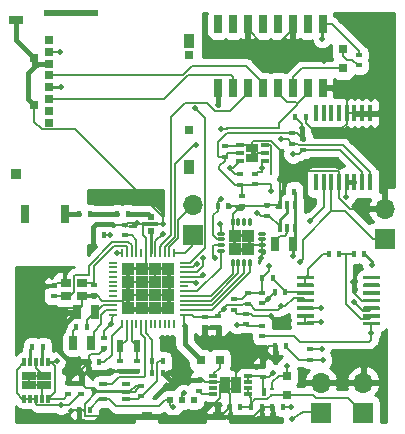
<source format=gtl>
G04 #@! TF.GenerationSoftware,KiCad,Pcbnew,(5.0.0)*
G04 #@! TF.CreationDate,2019-05-02T19:16:33-04:00*
G04 #@! TF.ProjectId,GSR_v1,4753525F76312E6B696361645F706362,rev?*
G04 #@! TF.SameCoordinates,Original*
G04 #@! TF.FileFunction,Copper,L1,Top,Signal*
G04 #@! TF.FilePolarity,Positive*
%FSLAX46Y46*%
G04 Gerber Fmt 4.6, Leading zero omitted, Abs format (unit mm)*
G04 Created by KiCad (PCBNEW (5.0.0)) date 05/02/19 19:16:33*
%MOMM*%
%LPD*%
G01*
G04 APERTURE LIST*
G04 #@! TA.AperFunction,SMDPad,CuDef*
%ADD10R,0.800000X0.800000*%
G04 #@! TD*
G04 #@! TA.AperFunction,SMDPad,CuDef*
%ADD11R,0.599440X0.398780*%
G04 #@! TD*
G04 #@! TA.AperFunction,SMDPad,CuDef*
%ADD12R,0.398780X0.599440*%
G04 #@! TD*
G04 #@! TA.AperFunction,SMDPad,CuDef*
%ADD13R,4.630000X0.500000*%
G04 #@! TD*
G04 #@! TA.AperFunction,SMDPad,CuDef*
%ADD14R,0.850000X1.200000*%
G04 #@! TD*
G04 #@! TA.AperFunction,SMDPad,CuDef*
%ADD15R,0.750000X0.650000*%
G04 #@! TD*
G04 #@! TA.AperFunction,SMDPad,CuDef*
%ADD16R,0.850000X0.950000*%
G04 #@! TD*
G04 #@! TA.AperFunction,SMDPad,CuDef*
%ADD17R,1.150000X0.745000*%
G04 #@! TD*
G04 #@! TA.AperFunction,SMDPad,CuDef*
%ADD18R,0.700000X0.700000*%
G04 #@! TD*
G04 #@! TA.AperFunction,SMDPad,CuDef*
%ADD19R,1.070000X1.070000*%
G04 #@! TD*
G04 #@! TA.AperFunction,SMDPad,CuDef*
%ADD20O,0.280000X0.800000*%
G04 #@! TD*
G04 #@! TA.AperFunction,SMDPad,CuDef*
%ADD21O,0.800000X0.280000*%
G04 #@! TD*
G04 #@! TA.AperFunction,SMDPad,CuDef*
%ADD22O,1.700000X1.700000*%
G04 #@! TD*
G04 #@! TA.AperFunction,SMDPad,CuDef*
%ADD23R,1.700000X1.700000*%
G04 #@! TD*
G04 #@! TA.AperFunction,SMDPad,CuDef*
%ADD24R,0.650000X0.350000*%
G04 #@! TD*
G04 #@! TA.AperFunction,SMDPad,CuDef*
%ADD25R,1.000000X0.800000*%
G04 #@! TD*
G04 #@! TA.AperFunction,SMDPad,CuDef*
%ADD26R,0.635000X1.143000*%
G04 #@! TD*
G04 #@! TA.AperFunction,SMDPad,CuDef*
%ADD27R,0.650000X0.400000*%
G04 #@! TD*
G04 #@! TA.AperFunction,SMDPad,CuDef*
%ADD28R,0.300000X0.650000*%
G04 #@! TD*
G04 #@! TA.AperFunction,SMDPad,CuDef*
%ADD29R,1.240000X0.775000*%
G04 #@! TD*
G04 #@! TA.AperFunction,SMDPad,CuDef*
%ADD30R,0.700000X0.300000*%
G04 #@! TD*
G04 #@! TA.AperFunction,SMDPad,CuDef*
%ADD31R,0.600000X0.600000*%
G04 #@! TD*
G04 #@! TA.AperFunction,SMDPad,CuDef*
%ADD32R,0.900000X0.800000*%
G04 #@! TD*
G04 #@! TA.AperFunction,SMDPad,CuDef*
%ADD33R,0.800000X1.600000*%
G04 #@! TD*
G04 #@! TA.AperFunction,SMDPad,CuDef*
%ADD34R,0.200000X0.800000*%
G04 #@! TD*
G04 #@! TA.AperFunction,SMDPad,CuDef*
%ADD35R,0.800000X0.200000*%
G04 #@! TD*
G04 #@! TA.AperFunction,SMDPad,CuDef*
%ADD36R,1.112500X1.112500*%
G04 #@! TD*
G04 #@! TA.AperFunction,SMDPad,CuDef*
%ADD37R,0.600000X1.100000*%
G04 #@! TD*
G04 #@! TA.AperFunction,SMDPad,CuDef*
%ADD38R,0.750000X0.300000*%
G04 #@! TD*
G04 #@! TA.AperFunction,SMDPad,CuDef*
%ADD39R,0.875000X0.725000*%
G04 #@! TD*
G04 #@! TA.AperFunction,SMDPad,CuDef*
%ADD40R,0.400000X0.700000*%
G04 #@! TD*
G04 #@! TA.AperFunction,SMDPad,CuDef*
%ADD41R,0.400000X0.250000*%
G04 #@! TD*
G04 #@! TA.AperFunction,Conductor*
%ADD42C,0.150000*%
G04 #@! TD*
G04 #@! TA.AperFunction,SMDPad,CuDef*
%ADD43C,0.300000*%
G04 #@! TD*
G04 #@! TA.AperFunction,SMDPad,CuDef*
%ADD44R,0.450000X1.475000*%
G04 #@! TD*
G04 #@! TA.AperFunction,SMDPad,CuDef*
%ADD45R,0.400000X0.650000*%
G04 #@! TD*
G04 #@! TA.AperFunction,SMDPad,CuDef*
%ADD46R,0.900000X0.700000*%
G04 #@! TD*
G04 #@! TA.AperFunction,SMDPad,CuDef*
%ADD47R,0.600000X0.510000*%
G04 #@! TD*
G04 #@! TA.AperFunction,SMDPad,CuDef*
%ADD48R,0.650000X1.525000*%
G04 #@! TD*
G04 #@! TA.AperFunction,ViaPad*
%ADD49C,0.508000*%
G04 #@! TD*
G04 #@! TA.AperFunction,Conductor*
%ADD50C,0.152000*%
G04 #@! TD*
G04 #@! TA.AperFunction,Conductor*
%ADD51C,0.457200*%
G04 #@! TD*
G04 #@! TA.AperFunction,Conductor*
%ADD52C,0.460000*%
G04 #@! TD*
G04 #@! TA.AperFunction,Conductor*
%ADD53C,0.229000*%
G04 #@! TD*
G04 #@! TA.AperFunction,Conductor*
%ADD54C,0.152400*%
G04 #@! TD*
G04 #@! TA.AperFunction,Conductor*
%ADD55C,0.254000*%
G04 #@! TD*
G04 APERTURE END LIST*
D10*
G04 #@! TO.P,D1,1*
G04 #@! TO.N,Net-(D1-Pad1)*
X294300000Y-113725000D03*
G04 #@! TO.P,D1,2*
G04 #@! TO.N,Net-(D1-Pad2)*
X294300000Y-115325000D03*
G04 #@! TD*
D11*
G04 #@! TO.P,R20,1*
G04 #@! TO.N,/DAT3_CS*
X295625000Y-114200000D03*
G04 #@! TO.P,R20,2*
G04 #@! TO.N,Net-(D1-Pad1)*
X295625000Y-115099160D03*
G04 #@! TD*
D12*
G04 #@! TO.P,C11,2*
G04 #@! TO.N,DGND*
X291149580Y-119500000D03*
G04 #@! TO.P,C11,1*
G04 #@! TO.N,DVDD*
X290250420Y-119500000D03*
G04 #@! TD*
D13*
G04 #@! TO.P,J1,17*
G04 #@! TO.N,N/C*
X271285000Y-110622500D03*
D14*
G04 #@! TO.P,J1,16*
X281245000Y-123717500D03*
D15*
G04 #@! TO.P,J1,15*
X281295000Y-120580000D03*
G04 #@! TO.P,J1,14*
X281295000Y-114230000D03*
D14*
G04 #@! TO.P,J1,13*
X281245000Y-112992500D03*
D16*
G04 #@! TO.P,J1,12*
X266595000Y-124280000D03*
D17*
G04 #@! TO.P,J1,11*
G04 #@! TO.N,DGND*
X266645000Y-111245000D03*
D18*
G04 #@! TO.P,J1,10*
X268170000Y-118430000D03*
G04 #@! TO.P,J1,9*
X268170000Y-114430000D03*
G04 #@! TO.P,J1,8*
G04 #@! TO.N,/DAT1_UNUSED*
X269370000Y-112930000D03*
G04 #@! TO.P,J1,7*
G04 #@! TO.N,/DAT0_MISO*
X269370000Y-113930000D03*
G04 #@! TO.P,J1,6*
G04 #@! TO.N,DGND*
X269370000Y-114930000D03*
G04 #@! TO.P,J1,5*
G04 #@! TO.N,Net-(J1-Pad5)*
X269370000Y-115930000D03*
G04 #@! TO.P,J1,4*
G04 #@! TO.N,DVDD*
X269370000Y-116930000D03*
G04 #@! TO.P,J1,3*
G04 #@! TO.N,Net-(J1-Pad3)*
X269370000Y-117930000D03*
G04 #@! TO.P,J1,2*
G04 #@! TO.N,Net-(J1-Pad2)*
X269370000Y-118930000D03*
G04 #@! TO.P,J1,1*
G04 #@! TO.N,/DAT2_UNUSED*
X269370000Y-119930000D03*
G04 #@! TD*
D11*
G04 #@! TO.P,R19,1*
G04 #@! TO.N,/AD5242_SCL*
X290940000Y-122259580D03*
G04 #@! TO.P,R19,2*
G04 #@! TO.N,DVDD*
X290940000Y-121360420D03*
G04 #@! TD*
G04 #@! TO.P,R4,2*
G04 #@! TO.N,DVDD*
X289990000Y-120820420D03*
G04 #@! TO.P,R4,1*
G04 #@! TO.N,/AD5242_SDA*
X289990000Y-121719580D03*
G04 #@! TD*
D19*
G04 #@! TO.P,U7,17*
G04 #@! TO.N,DGND*
X285160000Y-129540000D03*
X285160000Y-130610000D03*
X286230000Y-129540000D03*
X286230000Y-130610000D03*
D20*
G04 #@! TO.P,U7,16*
G04 #@! TO.N,/SPI_~CS*
X286445000Y-131825000D03*
G04 #@! TO.P,U7,15*
G04 #@! TO.N,/SPI_SCLK*
X285945000Y-131825000D03*
G04 #@! TO.P,U7,14*
G04 #@! TO.N,/DIN*
X285445000Y-131825000D03*
G04 #@! TO.P,U7,13*
G04 #@! TO.N,/DOUT*
X284945000Y-131825000D03*
D21*
G04 #@! TO.P,U7,12*
G04 #@! TO.N,/~DRDY*
X283945000Y-130825000D03*
G04 #@! TO.P,U7,11*
G04 #@! TO.N,DVDD*
X283945000Y-130325000D03*
G04 #@! TO.P,U7,10*
G04 #@! TO.N,AVDD*
X283945000Y-129825000D03*
G04 #@! TO.P,U7,9*
G04 #@! TO.N,/ADC_AIN0*
X283945000Y-129325000D03*
D20*
G04 #@! TO.P,U7,8*
G04 #@! TO.N,DGND*
X284945000Y-128325000D03*
G04 #@! TO.P,U7,7*
G04 #@! TO.N,Net-(U7-Pad7)*
X285445000Y-128325000D03*
G04 #@! TO.P,U7,6*
G04 #@! TO.N,Net-(U7-Pad6)*
X285945000Y-128325000D03*
G04 #@! TO.P,U7,5*
G04 #@! TO.N,Net-(U7-Pad5)*
X286445000Y-128325000D03*
D21*
G04 #@! TO.P,U7,4*
G04 #@! TO.N,Net-(U7-Pad4)*
X287445000Y-129325000D03*
G04 #@! TO.P,U7,3*
G04 #@! TO.N,DGND*
X287445000Y-129825000D03*
G04 #@! TO.P,U7,2*
X287445000Y-130325000D03*
G04 #@! TO.P,U7,1*
X287445000Y-130825000D03*
G04 #@! TD*
D22*
G04 #@! TO.P,P4,2*
G04 #@! TO.N,DGND*
X297810000Y-127240000D03*
D23*
G04 #@! TO.P,P4,1*
G04 #@! TO.N,/ELECTRODE_INPUT*
X297810000Y-129780000D03*
G04 #@! TD*
D11*
G04 #@! TO.P,C14,1*
G04 #@! TO.N,Net-(C14-Pad1)*
X277190000Y-143120000D03*
G04 #@! TO.P,C14,2*
G04 #@! TO.N,DGND*
X277190000Y-142220840D03*
G04 #@! TD*
D12*
G04 #@! TO.P,R5,1*
G04 #@! TO.N,/AIN_BAT_DIV_VOLTAGE*
X278150840Y-140150000D03*
G04 #@! TO.P,R5,2*
G04 #@! TO.N,Net-(C14-Pad1)*
X279050000Y-140150000D03*
G04 #@! TD*
D24*
G04 #@! TO.P,U4,1*
G04 #@! TO.N,/TMP_SCL*
X287680000Y-123160000D03*
G04 #@! TO.P,U4,2*
G04 #@! TO.N,DGND*
X287680000Y-122510000D03*
G04 #@! TO.P,U4,3*
G04 #@! TO.N,/TMP_ALERT*
X287680000Y-121860000D03*
G04 #@! TO.P,U4,4*
G04 #@! TO.N,DGND*
X285580000Y-121860000D03*
G04 #@! TO.P,U4,5*
G04 #@! TO.N,DVDD*
X285580000Y-122510000D03*
G04 #@! TO.P,U4,6*
G04 #@! TO.N,/TMP_SDA*
X285580000Y-123160000D03*
D25*
G04 #@! TO.P,U4,7*
G04 #@! TO.N,DGND*
X286630000Y-122110000D03*
X286630000Y-122910000D03*
G04 #@! TD*
D12*
G04 #@! TO.P,C8,1*
G04 #@! TO.N,AVDD*
X283670420Y-126960000D03*
G04 #@! TO.P,C8,2*
G04 #@! TO.N,DGND*
X284569580Y-126960000D03*
G04 #@! TD*
D11*
G04 #@! TO.P,C7,1*
G04 #@! TO.N,DVDD*
X285710000Y-126130000D03*
G04 #@! TO.P,C7,2*
G04 #@! TO.N,DGND*
X285710000Y-127029160D03*
G04 #@! TD*
G04 #@! TO.P,C10,2*
G04 #@! TO.N,DGND*
X287830000Y-126930840D03*
G04 #@! TO.P,C10,1*
G04 #@! TO.N,AVDD*
X287830000Y-127830000D03*
G04 #@! TD*
D12*
G04 #@! TO.P,C9,2*
G04 #@! TO.N,DGND*
X289281268Y-125776074D03*
G04 #@! TO.P,C9,1*
G04 #@! TO.N,VCC*
X290180428Y-125776074D03*
G04 #@! TD*
D26*
G04 #@! TO.P,L2,2*
G04 #@! TO.N,VCC*
X290041268Y-130246074D03*
G04 #@! TO.P,L2,1*
G04 #@! TO.N,Net-(L2-Pad1)*
X288517268Y-130246074D03*
G04 #@! TD*
D23*
G04 #@! TO.P,P3,1*
G04 #@! TO.N,5V_in_charge*
X296020000Y-144480000D03*
D22*
G04 #@! TO.P,P3,2*
G04 #@! TO.N,DGND*
X296020000Y-141940000D03*
G04 #@! TD*
G04 #@! TO.P,P2,2*
G04 #@! TO.N,/SWDIO*
X281560000Y-126870000D03*
D23*
G04 #@! TO.P,P2,1*
G04 #@! TO.N,/SWDCLK*
X281560000Y-129410000D03*
G04 #@! TD*
G04 #@! TO.P,P1,1*
G04 #@! TO.N,/BATT_IN*
X292420000Y-144480000D03*
D22*
G04 #@! TO.P,P1,2*
G04 #@! TO.N,DGND*
X292420000Y-141940000D03*
G04 #@! TD*
D11*
G04 #@! TO.P,R17,1*
G04 #@! TO.N,/TMP_SCL*
X286880000Y-124250000D03*
G04 #@! TO.P,R17,2*
G04 #@! TO.N,DVDD*
X286880000Y-125149160D03*
G04 #@! TD*
G04 #@! TO.P,R16,1*
G04 #@! TO.N,/TMP_SDA*
X285570000Y-124300000D03*
G04 #@! TO.P,R16,2*
G04 #@! TO.N,DVDD*
X285570000Y-125199160D03*
G04 #@! TD*
G04 #@! TO.P,C6,1*
G04 #@! TO.N,DGND*
X284270420Y-121920420D03*
G04 #@! TO.P,C6,2*
G04 #@! TO.N,DVDD*
X284270420Y-122819580D03*
G04 #@! TD*
G04 #@! TO.P,R15,1*
G04 #@! TO.N,/ADC_AIN0*
X287451800Y-137116820D03*
G04 #@! TO.P,R15,2*
G04 #@! TO.N,Net-(R14-Pad2)*
X287451800Y-138015980D03*
G04 #@! TD*
D12*
G04 #@! TO.P,R14,1*
G04 #@! TO.N,Net-(R11-Pad2)*
X295190420Y-131050000D03*
G04 #@! TO.P,R14,2*
G04 #@! TO.N,Net-(R14-Pad2)*
X296089580Y-131050000D03*
G04 #@! TD*
G04 #@! TO.P,R13,1*
G04 #@! TO.N,Net-(R12-Pad2)*
X289476180Y-138811000D03*
G04 #@! TO.P,R13,2*
G04 #@! TO.N,DGND*
X288577020Y-138811000D03*
G04 #@! TD*
D11*
G04 #@! TO.P,R12,1*
G04 #@! TO.N,Net-(R12-Pad1)*
X291541200Y-139098020D03*
G04 #@! TO.P,R12,2*
G04 #@! TO.N,Net-(R12-Pad2)*
X291541200Y-139997180D03*
G04 #@! TD*
D12*
G04 #@! TO.P,R11,1*
G04 #@! TO.N,Net-(R11-Pad1)*
X293070840Y-131040000D03*
G04 #@! TO.P,R11,2*
G04 #@! TO.N,Net-(R11-Pad2)*
X293970000Y-131040000D03*
G04 #@! TD*
G04 #@! TO.P,R6,1*
G04 #@! TO.N,DGND*
X288500820Y-134315200D03*
G04 #@! TO.P,R6,2*
G04 #@! TO.N,Net-(R3-Pad1)*
X289399980Y-134315200D03*
G04 #@! TD*
G04 #@! TO.P,R3,1*
G04 #@! TO.N,Net-(R3-Pad1)*
X288358580Y-133121400D03*
G04 #@! TO.P,R3,2*
G04 #@! TO.N,/RT_1*
X287459420Y-133121400D03*
G04 #@! TD*
D11*
G04 #@! TO.P,R2,1*
G04 #@! TO.N,DGND*
X287477200Y-135221980D03*
G04 #@! TO.P,R2,2*
G04 #@! TO.N,/RT_1*
X287477200Y-134322820D03*
G04 #@! TD*
G04 #@! TO.P,R1,1*
G04 #@! TO.N,/RT_1*
X286283400Y-134399020D03*
G04 #@! TO.P,R1,2*
G04 #@! TO.N,DVDD*
X286283400Y-135298180D03*
G04 #@! TD*
G04 #@! TO.P,C5,1*
G04 #@! TO.N,DGND*
X286054800Y-136100820D03*
G04 #@! TO.P,C5,2*
G04 #@! TO.N,/ADC_AIN0*
X286054800Y-136999980D03*
G04 #@! TD*
G04 #@! TO.P,C4,1*
G04 #@! TO.N,DVDD*
X283720000Y-136340840D03*
G04 #@! TO.P,C4,2*
G04 #@! TO.N,DGND*
X283720000Y-137240000D03*
G04 #@! TD*
G04 #@! TO.P,C3,1*
G04 #@! TO.N,DGND*
X285070000Y-135809580D03*
G04 #@! TO.P,C3,2*
G04 #@! TO.N,/RT_1*
X285070000Y-134910420D03*
G04 #@! TD*
D27*
G04 #@! TO.P,U5,1*
G04 #@! TO.N,Net-(C14-Pad1)*
X275900000Y-143360000D03*
G04 #@! TO.P,U5,3*
G04 #@! TO.N,Net-(R8-Pad1)*
X275900000Y-142060000D03*
G04 #@! TO.P,U5,2*
G04 #@! TO.N,DGND*
X275900000Y-142710000D03*
G04 #@! TO.P,U5,4*
G04 #@! TO.N,/LOAD_SW_CTRL*
X274000000Y-142060000D03*
G04 #@! TO.P,U5,5*
G04 #@! TO.N,/LOAD_IN*
X274000000Y-143360000D03*
G04 #@! TD*
D10*
G04 #@! TO.P,D4,2*
G04 #@! TO.N,5V_in_charge*
X289520000Y-142980000D03*
G04 #@! TO.P,D4,1*
G04 #@! TO.N,/LOAD_IN*
X289520000Y-141380000D03*
G04 #@! TD*
D12*
G04 #@! TO.P,C18,1*
G04 #@! TO.N,DGND*
X288310420Y-144010000D03*
G04 #@! TO.P,C18,2*
G04 #@! TO.N,/LOAD_IN*
X289209580Y-144010000D03*
G04 #@! TD*
G04 #@! TO.P,R10,1*
G04 #@! TO.N,5V_in_charge*
X286530420Y-144010000D03*
G04 #@! TO.P,R10,2*
G04 #@! TO.N,DGND*
X287429580Y-144010000D03*
G04 #@! TD*
G04 #@! TO.P,C16,1*
G04 #@! TO.N,5V_in_charge*
X285590000Y-144010000D03*
G04 #@! TO.P,C16,2*
G04 #@! TO.N,DGND*
X284690840Y-144010000D03*
G04 #@! TD*
D11*
G04 #@! TO.P,R9,1*
G04 #@! TO.N,Net-(R9-Pad1)*
X282140000Y-142639580D03*
G04 #@! TO.P,R9,2*
G04 #@! TO.N,DGND*
X282140000Y-141740420D03*
G04 #@! TD*
G04 #@! TO.P,C17,1*
G04 #@! TO.N,/BATT_IN*
X287490000Y-141469580D03*
G04 #@! TO.P,C17,2*
G04 #@! TO.N,DGND*
X287490000Y-140570420D03*
G04 #@! TD*
D10*
G04 #@! TO.P,D3,2*
G04 #@! TO.N,DVDD*
X282240000Y-140050000D03*
G04 #@! TO.P,D3,1*
G04 #@! TO.N,Net-(D3-Pad1)*
X283840000Y-140050000D03*
G04 #@! TD*
D11*
G04 #@! TO.P,C22,1*
G04 #@! TO.N,DVDD*
X282587400Y-136355220D03*
G04 #@! TO.P,C22,2*
G04 #@! TO.N,DGND*
X282587400Y-137254380D03*
G04 #@! TD*
D12*
G04 #@! TO.P,R7,1*
G04 #@! TO.N,DGND*
X279050000Y-141110000D03*
G04 #@! TO.P,R7,2*
G04 #@! TO.N,/AIN_BAT_DIV_VOLTAGE*
X278150840Y-141110000D03*
G04 #@! TD*
G04 #@! TO.P,C15,1*
G04 #@! TO.N,/LOAD_IN*
X272849580Y-144260000D03*
G04 #@! TO.P,C15,2*
G04 #@! TO.N,DGND*
X271950420Y-144260000D03*
G04 #@! TD*
D28*
G04 #@! TO.P,U1,1*
G04 #@! TO.N,DVDD*
X269320000Y-140200000D03*
G04 #@! TO.P,U1,2*
G04 #@! TO.N,Net-(L1-Pad2)*
X268820000Y-140200000D03*
G04 #@! TO.P,U1,3*
G04 #@! TO.N,DGND*
X268320000Y-140200000D03*
G04 #@! TO.P,U1,4*
G04 #@! TO.N,Net-(L1-Pad1)*
X267820000Y-140200000D03*
G04 #@! TO.P,U1,5*
G04 #@! TO.N,VCC*
X267320000Y-140200000D03*
G04 #@! TO.P,U1,6*
X267320000Y-143300000D03*
G04 #@! TO.P,U1,7*
X267820000Y-143300000D03*
G04 #@! TO.P,U1,8*
X268320000Y-143300000D03*
G04 #@! TO.P,U1,9*
G04 #@! TO.N,DGND*
X268820000Y-143300000D03*
G04 #@! TO.P,U1,10*
G04 #@! TO.N,DVDD*
X269320000Y-143300000D03*
D29*
G04 #@! TO.P,U1,11*
G04 #@! TO.N,DGND*
X267700000Y-142137500D03*
X268940000Y-142137500D03*
X267700000Y-141362500D03*
X268940000Y-141362500D03*
G04 #@! TD*
D12*
G04 #@! TO.P,L1,1*
G04 #@! TO.N,Net-(L1-Pad1)*
X267990420Y-138970000D03*
G04 #@! TO.P,L1,2*
G04 #@! TO.N,Net-(L1-Pad2)*
X268889580Y-138970000D03*
G04 #@! TD*
D11*
G04 #@! TO.P,C21,1*
G04 #@! TO.N,DGND*
X274070000Y-139049580D03*
G04 #@! TO.P,C21,2*
G04 #@! TO.N,DVDD*
X274070000Y-138150420D03*
G04 #@! TD*
D30*
G04 #@! TO.P,F1,1*
G04 #@! TO.N,DGND*
X278326500Y-128500000D03*
D31*
G04 #@! TO.P,F1,2*
G04 #@! TO.N,Net-(F1-Pad2)*
X278000000Y-129112500D03*
G04 #@! TO.P,F1,4*
G04 #@! TO.N,/RF*
X278000000Y-127887500D03*
D30*
G04 #@! TO.P,F1,3*
G04 #@! TO.N,DGND*
X277637500Y-128500000D03*
G04 #@! TD*
D11*
G04 #@! TO.P,C34,1*
G04 #@! TO.N,/DEC3*
X275840000Y-129489580D03*
G04 #@! TO.P,C34,2*
G04 #@! TO.N,DGND*
X275840000Y-128590420D03*
G04 #@! TD*
D12*
G04 #@! TO.P,C33,1*
G04 #@! TO.N,DGND*
X273150420Y-129450000D03*
G04 #@! TO.P,C33,2*
G04 #@! TO.N,DVDD*
X274049580Y-129450000D03*
G04 #@! TD*
D11*
G04 #@! TO.P,C2,1*
G04 #@! TO.N,DVDD*
X271040000Y-142899580D03*
G04 #@! TO.P,C2,2*
G04 #@! TO.N,DGND*
X271040000Y-142000420D03*
G04 #@! TD*
G04 #@! TO.P,C1,1*
G04 #@! TO.N,VCC*
X272140000Y-142909580D03*
G04 #@! TO.P,C1,2*
G04 #@! TO.N,DGND*
X272140000Y-142010420D03*
G04 #@! TD*
D26*
G04 #@! TO.P,L4,1*
G04 #@! TO.N,Net-(L4-Pad1)*
X272932000Y-138620000D03*
G04 #@! TO.P,L4,2*
G04 #@! TO.N,Net-(L3-Pad1)*
X271408000Y-138620000D03*
G04 #@! TD*
D32*
G04 #@! TO.P,X1,4*
G04 #@! TO.N,DGND*
X270800000Y-133500000D03*
G04 #@! TO.P,X1,3*
G04 #@! TO.N,Net-(C25-Pad2)*
X272200000Y-133500000D03*
G04 #@! TO.P,X1,1*
G04 #@! TO.N,Net-(C24-Pad2)*
X270800000Y-134600000D03*
G04 #@! TO.P,X1,2*
G04 #@! TO.N,DGND*
X272200000Y-134600000D03*
G04 #@! TD*
D11*
G04 #@! TO.P,C28,1*
G04 #@! TO.N,Net-(C28-Pad1)*
X275450000Y-140100420D03*
G04 #@! TO.P,C28,2*
G04 #@! TO.N,DGND*
X275450000Y-140999580D03*
G04 #@! TD*
D12*
G04 #@! TO.P,C26,1*
G04 #@! TO.N,/DEC1*
X273649580Y-140200000D03*
G04 #@! TO.P,C26,2*
G04 #@! TO.N,DGND*
X272750420Y-140200000D03*
G04 #@! TD*
D11*
G04 #@! TO.P,C24,1*
G04 #@! TO.N,DGND*
X269800000Y-133750420D03*
G04 #@! TO.P,C24,2*
G04 #@! TO.N,Net-(C24-Pad2)*
X269800000Y-134649580D03*
G04 #@! TD*
G04 #@! TO.P,C25,1*
G04 #@! TO.N,DGND*
X273200000Y-134549580D03*
G04 #@! TO.P,C25,2*
G04 #@! TO.N,Net-(C25-Pad2)*
X273200000Y-133650420D03*
G04 #@! TD*
G04 #@! TO.P,C29,1*
G04 #@! TO.N,Net-(C29-Pad1)*
X276850000Y-140100420D03*
G04 #@! TO.P,C29,2*
G04 #@! TO.N,DGND*
X276850000Y-140999580D03*
G04 #@! TD*
D33*
G04 #@! TO.P,A1,1*
G04 #@! TO.N,Net-(A1-Pad1)*
X270745000Y-127673000D03*
G04 #@! TO.P,A1,2*
G04 #@! TO.N,Net-(A1-Pad2)*
X267345000Y-127673000D03*
G04 #@! TD*
D12*
G04 #@! TO.P,L6,1*
G04 #@! TO.N,Net-(C30-Pad2)*
X272849580Y-127700000D03*
G04 #@! TO.P,L6,2*
G04 #@! TO.N,Net-(A1-Pad1)*
X271950420Y-127700000D03*
G04 #@! TD*
D11*
G04 #@! TO.P,L5,1*
G04 #@! TO.N,Net-(C30-Pad2)*
X274000000Y-127650420D03*
G04 #@! TO.P,L5,2*
G04 #@! TO.N,DGND*
X274000000Y-128549580D03*
G04 #@! TD*
D12*
G04 #@! TO.P,C30,1*
G04 #@! TO.N,/RF*
X276049580Y-127700000D03*
G04 #@! TO.P,C30,2*
G04 #@! TO.N,Net-(C30-Pad2)*
X275150420Y-127700000D03*
G04 #@! TD*
G04 #@! TO.P,L3,1*
G04 #@! TO.N,Net-(L3-Pad1)*
X271730420Y-137270000D03*
G04 #@! TO.P,L3,2*
G04 #@! TO.N,Net-(C23-Pad1)*
X272629580Y-137270000D03*
G04 #@! TD*
D26*
G04 #@! TO.P,C23,1*
G04 #@! TO.N,Net-(C23-Pad1)*
X273262000Y-136000000D03*
G04 #@! TO.P,C23,2*
G04 #@! TO.N,DGND*
X271738000Y-136000000D03*
G04 #@! TD*
D34*
G04 #@! TO.P,U3,1*
G04 #@! TO.N,/DEC1*
X275600000Y-137000000D03*
G04 #@! TO.P,U3,2*
G04 #@! TO.N,Net-(C28-Pad1)*
X276000000Y-137000000D03*
G04 #@! TO.P,U3,3*
G04 #@! TO.N,Net-(C29-Pad1)*
X276400000Y-137000000D03*
G04 #@! TO.P,U3,4*
G04 #@! TO.N,Net-(U3-Pad4)*
X276800000Y-137000000D03*
G04 #@! TO.P,U3,5*
G04 #@! TO.N,/LOAD_SW_CTRL*
X277200000Y-137000000D03*
G04 #@! TO.P,U3,6*
G04 #@! TO.N,/AIN_BAT_DIV_VOLTAGE*
X277600000Y-137000000D03*
G04 #@! TO.P,U3,7*
G04 #@! TO.N,Net-(U3-Pad7)*
X278000000Y-137000000D03*
G04 #@! TO.P,U3,8*
G04 #@! TO.N,Net-(U3-Pad8)*
X278400000Y-137000000D03*
G04 #@! TO.P,U3,9*
G04 #@! TO.N,Net-(U3-Pad9)*
X278800000Y-137000000D03*
G04 #@! TO.P,U3,10*
G04 #@! TO.N,Net-(U3-Pad10)*
X279200000Y-137000000D03*
G04 #@! TO.P,U3,11*
G04 #@! TO.N,Net-(U3-Pad11)*
X279600000Y-137000000D03*
G04 #@! TO.P,U3,12*
G04 #@! TO.N,Net-(U3-Pad12)*
X280000000Y-137000000D03*
D35*
G04 #@! TO.P,U3,13*
G04 #@! TO.N,DVDD*
X280800000Y-136200000D03*
G04 #@! TO.P,U3,14*
G04 #@! TO.N,/SPI_~CS*
X280800000Y-135800000D03*
G04 #@! TO.P,U3,15*
G04 #@! TO.N,/SPI_SCLK*
X280800000Y-135400000D03*
G04 #@! TO.P,U3,16*
G04 #@! TO.N,/DIN*
X280800000Y-135000000D03*
G04 #@! TO.P,U3,17*
G04 #@! TO.N,/DOUT*
X280800000Y-134600000D03*
G04 #@! TO.P,U3,18*
G04 #@! TO.N,/~DRDY*
X280800000Y-134200000D03*
G04 #@! TO.P,U3,19*
G04 #@! TO.N,Net-(U3-Pad19)*
X280800000Y-133800000D03*
G04 #@! TO.P,U3,20*
G04 #@! TO.N,/AD5242_SDA*
X280800000Y-133400000D03*
G04 #@! TO.P,U3,21*
G04 #@! TO.N,/AD5242_SCL*
X280800000Y-133000000D03*
G04 #@! TO.P,U3,22*
G04 #@! TO.N,/TMP_SCL*
X280800000Y-132600000D03*
G04 #@! TO.P,U3,23*
G04 #@! TO.N,/TMP_SDA*
X280800000Y-132200000D03*
G04 #@! TO.P,U3,24*
G04 #@! TO.N,/DAT0_MISO*
X280800000Y-131800000D03*
D34*
G04 #@! TO.P,U3,25*
G04 #@! TO.N,/SWDCLK*
X280000000Y-131000000D03*
G04 #@! TO.P,U3,26*
G04 #@! TO.N,/SWDIO*
X279600000Y-131000000D03*
G04 #@! TO.P,U3,27*
G04 #@! TO.N,/uSD_CLK*
X279200000Y-131000000D03*
G04 #@! TO.P,U3,28*
G04 #@! TO.N,/CMD_MOSI*
X278800000Y-131000000D03*
G04 #@! TO.P,U3,29*
G04 #@! TO.N,/DAT3_CS*
X278400000Y-131000000D03*
G04 #@! TO.P,U3,30*
G04 #@! TO.N,Net-(F1-Pad2)*
X278000000Y-131000000D03*
G04 #@! TO.P,U3,31*
G04 #@! TO.N,DGND*
X277600000Y-131000000D03*
G04 #@! TO.P,U3,32*
G04 #@! TO.N,/DEC2*
X277200000Y-131000000D03*
G04 #@! TO.P,U3,33*
G04 #@! TO.N,/DEC3*
X276800000Y-131000000D03*
G04 #@! TO.P,U3,34*
G04 #@! TO.N,Net-(C24-Pad2)*
X276400000Y-131000000D03*
G04 #@! TO.P,U3,35*
G04 #@! TO.N,Net-(C25-Pad2)*
X276000000Y-131000000D03*
G04 #@! TO.P,U3,36*
G04 #@! TO.N,DVDD*
X275600000Y-131000000D03*
D35*
G04 #@! TO.P,U3,37*
G04 #@! TO.N,Net-(U3-Pad37)*
X274800000Y-131800000D03*
G04 #@! TO.P,U3,38*
G04 #@! TO.N,Net-(U3-Pad38)*
X274800000Y-132200000D03*
G04 #@! TO.P,U3,39*
G04 #@! TO.N,Net-(U3-Pad39)*
X274800000Y-132600000D03*
G04 #@! TO.P,U3,40*
G04 #@! TO.N,Net-(U3-Pad40)*
X274800000Y-133000000D03*
G04 #@! TO.P,U3,41*
G04 #@! TO.N,Net-(U3-Pad41)*
X274800000Y-133400000D03*
G04 #@! TO.P,U3,42*
G04 #@! TO.N,Net-(U3-Pad42)*
X274800000Y-133800000D03*
G04 #@! TO.P,U3,43*
G04 #@! TO.N,Net-(U3-Pad43)*
X274800000Y-134200000D03*
G04 #@! TO.P,U3,44*
G04 #@! TO.N,Net-(U3-Pad44)*
X274800000Y-134600000D03*
G04 #@! TO.P,U3,45*
G04 #@! TO.N,DGND*
X274800000Y-135000000D03*
G04 #@! TO.P,U3,46*
G04 #@! TO.N,Net-(C23-Pad1)*
X274800000Y-135400000D03*
G04 #@! TO.P,U3,47*
G04 #@! TO.N,Net-(L4-Pad1)*
X274800000Y-135800000D03*
G04 #@! TO.P,U3,48*
G04 #@! TO.N,DVDD*
X274800000Y-136200000D03*
D36*
G04 #@! TO.P,U3,49*
G04 #@! TO.N,DGND*
X279468750Y-132331250D03*
X278356250Y-132331250D03*
X277243750Y-132331250D03*
X276131250Y-132331250D03*
X279468750Y-133443750D03*
X278356250Y-133443750D03*
X277243750Y-133443750D03*
X276131250Y-133443750D03*
X279468750Y-134556250D03*
X278356250Y-134556250D03*
X277243750Y-134556250D03*
X276131250Y-134556250D03*
X279468750Y-135668750D03*
X278356250Y-135668750D03*
X277243750Y-135668750D03*
X276131250Y-135668750D03*
G04 #@! TD*
D37*
G04 #@! TO.P,X2,1*
G04 #@! TO.N,Net-(C29-Pad1)*
X276850000Y-138850000D03*
G04 #@! TO.P,X2,2*
G04 #@! TO.N,Net-(C28-Pad1)*
X275450000Y-138850000D03*
G04 #@! TD*
D38*
G04 #@! TO.P,U6,1*
G04 #@! TO.N,5V_in_charge*
X286210000Y-142890000D03*
G04 #@! TO.P,U6,2*
X286210000Y-142390000D03*
G04 #@! TO.P,U6,3*
G04 #@! TO.N,/BATT_IN*
X286210000Y-141890000D03*
G04 #@! TO.P,U6,4*
X286210000Y-141390000D03*
G04 #@! TO.P,U6,5*
G04 #@! TO.N,Net-(D3-Pad1)*
X283310000Y-141390000D03*
G04 #@! TO.P,U6,6*
G04 #@! TO.N,DGND*
X283310000Y-141890000D03*
G04 #@! TO.P,U6,7*
G04 #@! TO.N,Net-(U6-Pad7)*
X283310000Y-142390000D03*
G04 #@! TO.P,U6,8*
G04 #@! TO.N,Net-(R9-Pad1)*
X283310000Y-142890000D03*
D39*
G04 #@! TO.P,U6,9*
G04 #@! TO.N,DGND*
X284322500Y-141777500D03*
X284322500Y-142502500D03*
X285197500Y-141777500D03*
X285197500Y-142502500D03*
G04 #@! TD*
D40*
G04 #@! TO.P,Q1,2*
G04 #@! TO.N,/BATT_IN*
X287610000Y-142730000D03*
D41*
G04 #@! TO.P,Q1,1*
G04 #@! TO.N,5V_in_charge*
X288310000Y-142955000D03*
G04 #@! TO.P,Q1,3*
G04 #@! TO.N,/LOAD_IN*
X288310000Y-142505000D03*
G04 #@! TD*
D42*
G04 #@! TO.N,Net-(R11-Pad1)*
G04 #@! TO.C,U2*
G36*
X291760751Y-132901361D02*
X291768032Y-132902441D01*
X291775171Y-132904229D01*
X291782101Y-132906709D01*
X291788755Y-132909856D01*
X291795068Y-132913640D01*
X291800979Y-132918024D01*
X291806433Y-132922967D01*
X291811376Y-132928421D01*
X291815760Y-132934332D01*
X291819544Y-132940645D01*
X291822691Y-132947299D01*
X291825171Y-132954229D01*
X291826959Y-132961368D01*
X291828039Y-132968649D01*
X291828400Y-132976000D01*
X291828400Y-133126000D01*
X291828039Y-133133351D01*
X291826959Y-133140632D01*
X291825171Y-133147771D01*
X291822691Y-133154701D01*
X291819544Y-133161355D01*
X291815760Y-133167668D01*
X291811376Y-133173579D01*
X291806433Y-133179033D01*
X291800979Y-133183976D01*
X291795068Y-133188360D01*
X291788755Y-133192144D01*
X291782101Y-133195291D01*
X291775171Y-133197771D01*
X291768032Y-133199559D01*
X291760751Y-133200639D01*
X291753400Y-133201000D01*
X290453400Y-133201000D01*
X290446049Y-133200639D01*
X290438768Y-133199559D01*
X290431629Y-133197771D01*
X290424699Y-133195291D01*
X290418045Y-133192144D01*
X290411732Y-133188360D01*
X290405821Y-133183976D01*
X290400367Y-133179033D01*
X290395424Y-133173579D01*
X290391040Y-133167668D01*
X290387256Y-133161355D01*
X290384109Y-133154701D01*
X290381629Y-133147771D01*
X290379841Y-133140632D01*
X290378761Y-133133351D01*
X290378400Y-133126000D01*
X290378400Y-132976000D01*
X290378761Y-132968649D01*
X290379841Y-132961368D01*
X290381629Y-132954229D01*
X290384109Y-132947299D01*
X290387256Y-132940645D01*
X290391040Y-132934332D01*
X290395424Y-132928421D01*
X290400367Y-132922967D01*
X290405821Y-132918024D01*
X290411732Y-132913640D01*
X290418045Y-132909856D01*
X290424699Y-132906709D01*
X290431629Y-132904229D01*
X290438768Y-132902441D01*
X290446049Y-132901361D01*
X290453400Y-132901000D01*
X291753400Y-132901000D01*
X291760751Y-132901361D01*
X291760751Y-132901361D01*
G37*
D43*
G04 #@! TD*
G04 #@! TO.P,U2,1*
G04 #@! TO.N,Net-(R11-Pad1)*
X291103400Y-133051000D03*
D42*
G04 #@! TO.N,Net-(R11-Pad1)*
G04 #@! TO.C,U2*
G36*
X291760751Y-133551361D02*
X291768032Y-133552441D01*
X291775171Y-133554229D01*
X291782101Y-133556709D01*
X291788755Y-133559856D01*
X291795068Y-133563640D01*
X291800979Y-133568024D01*
X291806433Y-133572967D01*
X291811376Y-133578421D01*
X291815760Y-133584332D01*
X291819544Y-133590645D01*
X291822691Y-133597299D01*
X291825171Y-133604229D01*
X291826959Y-133611368D01*
X291828039Y-133618649D01*
X291828400Y-133626000D01*
X291828400Y-133776000D01*
X291828039Y-133783351D01*
X291826959Y-133790632D01*
X291825171Y-133797771D01*
X291822691Y-133804701D01*
X291819544Y-133811355D01*
X291815760Y-133817668D01*
X291811376Y-133823579D01*
X291806433Y-133829033D01*
X291800979Y-133833976D01*
X291795068Y-133838360D01*
X291788755Y-133842144D01*
X291782101Y-133845291D01*
X291775171Y-133847771D01*
X291768032Y-133849559D01*
X291760751Y-133850639D01*
X291753400Y-133851000D01*
X290453400Y-133851000D01*
X290446049Y-133850639D01*
X290438768Y-133849559D01*
X290431629Y-133847771D01*
X290424699Y-133845291D01*
X290418045Y-133842144D01*
X290411732Y-133838360D01*
X290405821Y-133833976D01*
X290400367Y-133829033D01*
X290395424Y-133823579D01*
X290391040Y-133817668D01*
X290387256Y-133811355D01*
X290384109Y-133804701D01*
X290381629Y-133797771D01*
X290379841Y-133790632D01*
X290378761Y-133783351D01*
X290378400Y-133776000D01*
X290378400Y-133626000D01*
X290378761Y-133618649D01*
X290379841Y-133611368D01*
X290381629Y-133604229D01*
X290384109Y-133597299D01*
X290387256Y-133590645D01*
X290391040Y-133584332D01*
X290395424Y-133578421D01*
X290400367Y-133572967D01*
X290405821Y-133568024D01*
X290411732Y-133563640D01*
X290418045Y-133559856D01*
X290424699Y-133556709D01*
X290431629Y-133554229D01*
X290438768Y-133552441D01*
X290446049Y-133551361D01*
X290453400Y-133551000D01*
X291753400Y-133551000D01*
X291760751Y-133551361D01*
X291760751Y-133551361D01*
G37*
D43*
G04 #@! TD*
G04 #@! TO.P,U2,2*
G04 #@! TO.N,Net-(R11-Pad1)*
X291103400Y-133701000D03*
D42*
G04 #@! TO.N,Net-(R3-Pad1)*
G04 #@! TO.C,U2*
G36*
X291760751Y-134201361D02*
X291768032Y-134202441D01*
X291775171Y-134204229D01*
X291782101Y-134206709D01*
X291788755Y-134209856D01*
X291795068Y-134213640D01*
X291800979Y-134218024D01*
X291806433Y-134222967D01*
X291811376Y-134228421D01*
X291815760Y-134234332D01*
X291819544Y-134240645D01*
X291822691Y-134247299D01*
X291825171Y-134254229D01*
X291826959Y-134261368D01*
X291828039Y-134268649D01*
X291828400Y-134276000D01*
X291828400Y-134426000D01*
X291828039Y-134433351D01*
X291826959Y-134440632D01*
X291825171Y-134447771D01*
X291822691Y-134454701D01*
X291819544Y-134461355D01*
X291815760Y-134467668D01*
X291811376Y-134473579D01*
X291806433Y-134479033D01*
X291800979Y-134483976D01*
X291795068Y-134488360D01*
X291788755Y-134492144D01*
X291782101Y-134495291D01*
X291775171Y-134497771D01*
X291768032Y-134499559D01*
X291760751Y-134500639D01*
X291753400Y-134501000D01*
X290453400Y-134501000D01*
X290446049Y-134500639D01*
X290438768Y-134499559D01*
X290431629Y-134497771D01*
X290424699Y-134495291D01*
X290418045Y-134492144D01*
X290411732Y-134488360D01*
X290405821Y-134483976D01*
X290400367Y-134479033D01*
X290395424Y-134473579D01*
X290391040Y-134467668D01*
X290387256Y-134461355D01*
X290384109Y-134454701D01*
X290381629Y-134447771D01*
X290379841Y-134440632D01*
X290378761Y-134433351D01*
X290378400Y-134426000D01*
X290378400Y-134276000D01*
X290378761Y-134268649D01*
X290379841Y-134261368D01*
X290381629Y-134254229D01*
X290384109Y-134247299D01*
X290387256Y-134240645D01*
X290391040Y-134234332D01*
X290395424Y-134228421D01*
X290400367Y-134222967D01*
X290405821Y-134218024D01*
X290411732Y-134213640D01*
X290418045Y-134209856D01*
X290424699Y-134206709D01*
X290431629Y-134204229D01*
X290438768Y-134202441D01*
X290446049Y-134201361D01*
X290453400Y-134201000D01*
X291753400Y-134201000D01*
X291760751Y-134201361D01*
X291760751Y-134201361D01*
G37*
D43*
G04 #@! TD*
G04 #@! TO.P,U2,3*
G04 #@! TO.N,Net-(R3-Pad1)*
X291103400Y-134351000D03*
D42*
G04 #@! TO.N,N/C*
G04 #@! TO.C,U2*
G36*
X297360751Y-132901361D02*
X297368032Y-132902441D01*
X297375171Y-132904229D01*
X297382101Y-132906709D01*
X297388755Y-132909856D01*
X297395068Y-132913640D01*
X297400979Y-132918024D01*
X297406433Y-132922967D01*
X297411376Y-132928421D01*
X297415760Y-132934332D01*
X297419544Y-132940645D01*
X297422691Y-132947299D01*
X297425171Y-132954229D01*
X297426959Y-132961368D01*
X297428039Y-132968649D01*
X297428400Y-132976000D01*
X297428400Y-133126000D01*
X297428039Y-133133351D01*
X297426959Y-133140632D01*
X297425171Y-133147771D01*
X297422691Y-133154701D01*
X297419544Y-133161355D01*
X297415760Y-133167668D01*
X297411376Y-133173579D01*
X297406433Y-133179033D01*
X297400979Y-133183976D01*
X297395068Y-133188360D01*
X297388755Y-133192144D01*
X297382101Y-133195291D01*
X297375171Y-133197771D01*
X297368032Y-133199559D01*
X297360751Y-133200639D01*
X297353400Y-133201000D01*
X296053400Y-133201000D01*
X296046049Y-133200639D01*
X296038768Y-133199559D01*
X296031629Y-133197771D01*
X296024699Y-133195291D01*
X296018045Y-133192144D01*
X296011732Y-133188360D01*
X296005821Y-133183976D01*
X296000367Y-133179033D01*
X295995424Y-133173579D01*
X295991040Y-133167668D01*
X295987256Y-133161355D01*
X295984109Y-133154701D01*
X295981629Y-133147771D01*
X295979841Y-133140632D01*
X295978761Y-133133351D01*
X295978400Y-133126000D01*
X295978400Y-132976000D01*
X295978761Y-132968649D01*
X295979841Y-132961368D01*
X295981629Y-132954229D01*
X295984109Y-132947299D01*
X295987256Y-132940645D01*
X295991040Y-132934332D01*
X295995424Y-132928421D01*
X296000367Y-132922967D01*
X296005821Y-132918024D01*
X296011732Y-132913640D01*
X296018045Y-132909856D01*
X296024699Y-132906709D01*
X296031629Y-132904229D01*
X296038768Y-132902441D01*
X296046049Y-132901361D01*
X296053400Y-132901000D01*
X297353400Y-132901000D01*
X297360751Y-132901361D01*
X297360751Y-132901361D01*
G37*
D43*
G04 #@! TD*
G04 #@! TO.P,U2,14*
G04 #@! TO.N,N/C*
X296703400Y-133051000D03*
D42*
G04 #@! TO.N,N/C*
G04 #@! TO.C,U2*
G36*
X297360751Y-133551361D02*
X297368032Y-133552441D01*
X297375171Y-133554229D01*
X297382101Y-133556709D01*
X297388755Y-133559856D01*
X297395068Y-133563640D01*
X297400979Y-133568024D01*
X297406433Y-133572967D01*
X297411376Y-133578421D01*
X297415760Y-133584332D01*
X297419544Y-133590645D01*
X297422691Y-133597299D01*
X297425171Y-133604229D01*
X297426959Y-133611368D01*
X297428039Y-133618649D01*
X297428400Y-133626000D01*
X297428400Y-133776000D01*
X297428039Y-133783351D01*
X297426959Y-133790632D01*
X297425171Y-133797771D01*
X297422691Y-133804701D01*
X297419544Y-133811355D01*
X297415760Y-133817668D01*
X297411376Y-133823579D01*
X297406433Y-133829033D01*
X297400979Y-133833976D01*
X297395068Y-133838360D01*
X297388755Y-133842144D01*
X297382101Y-133845291D01*
X297375171Y-133847771D01*
X297368032Y-133849559D01*
X297360751Y-133850639D01*
X297353400Y-133851000D01*
X296053400Y-133851000D01*
X296046049Y-133850639D01*
X296038768Y-133849559D01*
X296031629Y-133847771D01*
X296024699Y-133845291D01*
X296018045Y-133842144D01*
X296011732Y-133838360D01*
X296005821Y-133833976D01*
X296000367Y-133829033D01*
X295995424Y-133823579D01*
X295991040Y-133817668D01*
X295987256Y-133811355D01*
X295984109Y-133804701D01*
X295981629Y-133797771D01*
X295979841Y-133790632D01*
X295978761Y-133783351D01*
X295978400Y-133776000D01*
X295978400Y-133626000D01*
X295978761Y-133618649D01*
X295979841Y-133611368D01*
X295981629Y-133604229D01*
X295984109Y-133597299D01*
X295987256Y-133590645D01*
X295991040Y-133584332D01*
X295995424Y-133578421D01*
X296000367Y-133572967D01*
X296005821Y-133568024D01*
X296011732Y-133563640D01*
X296018045Y-133559856D01*
X296024699Y-133556709D01*
X296031629Y-133554229D01*
X296038768Y-133552441D01*
X296046049Y-133551361D01*
X296053400Y-133551000D01*
X297353400Y-133551000D01*
X297360751Y-133551361D01*
X297360751Y-133551361D01*
G37*
D43*
G04 #@! TD*
G04 #@! TO.P,U2,13*
G04 #@! TO.N,N/C*
X296703400Y-133701000D03*
D42*
G04 #@! TO.N,N/C*
G04 #@! TO.C,U2*
G36*
X297360751Y-134201361D02*
X297368032Y-134202441D01*
X297375171Y-134204229D01*
X297382101Y-134206709D01*
X297388755Y-134209856D01*
X297395068Y-134213640D01*
X297400979Y-134218024D01*
X297406433Y-134222967D01*
X297411376Y-134228421D01*
X297415760Y-134234332D01*
X297419544Y-134240645D01*
X297422691Y-134247299D01*
X297425171Y-134254229D01*
X297426959Y-134261368D01*
X297428039Y-134268649D01*
X297428400Y-134276000D01*
X297428400Y-134426000D01*
X297428039Y-134433351D01*
X297426959Y-134440632D01*
X297425171Y-134447771D01*
X297422691Y-134454701D01*
X297419544Y-134461355D01*
X297415760Y-134467668D01*
X297411376Y-134473579D01*
X297406433Y-134479033D01*
X297400979Y-134483976D01*
X297395068Y-134488360D01*
X297388755Y-134492144D01*
X297382101Y-134495291D01*
X297375171Y-134497771D01*
X297368032Y-134499559D01*
X297360751Y-134500639D01*
X297353400Y-134501000D01*
X296053400Y-134501000D01*
X296046049Y-134500639D01*
X296038768Y-134499559D01*
X296031629Y-134497771D01*
X296024699Y-134495291D01*
X296018045Y-134492144D01*
X296011732Y-134488360D01*
X296005821Y-134483976D01*
X296000367Y-134479033D01*
X295995424Y-134473579D01*
X295991040Y-134467668D01*
X295987256Y-134461355D01*
X295984109Y-134454701D01*
X295981629Y-134447771D01*
X295979841Y-134440632D01*
X295978761Y-134433351D01*
X295978400Y-134426000D01*
X295978400Y-134276000D01*
X295978761Y-134268649D01*
X295979841Y-134261368D01*
X295981629Y-134254229D01*
X295984109Y-134247299D01*
X295987256Y-134240645D01*
X295991040Y-134234332D01*
X295995424Y-134228421D01*
X296000367Y-134222967D01*
X296005821Y-134218024D01*
X296011732Y-134213640D01*
X296018045Y-134209856D01*
X296024699Y-134206709D01*
X296031629Y-134204229D01*
X296038768Y-134202441D01*
X296046049Y-134201361D01*
X296053400Y-134201000D01*
X297353400Y-134201000D01*
X297360751Y-134201361D01*
X297360751Y-134201361D01*
G37*
D43*
G04 #@! TD*
G04 #@! TO.P,U2,12*
G04 #@! TO.N,N/C*
X296703400Y-134351000D03*
D42*
G04 #@! TO.N,DGND*
G04 #@! TO.C,U2*
G36*
X297360751Y-134851361D02*
X297368032Y-134852441D01*
X297375171Y-134854229D01*
X297382101Y-134856709D01*
X297388755Y-134859856D01*
X297395068Y-134863640D01*
X297400979Y-134868024D01*
X297406433Y-134872967D01*
X297411376Y-134878421D01*
X297415760Y-134884332D01*
X297419544Y-134890645D01*
X297422691Y-134897299D01*
X297425171Y-134904229D01*
X297426959Y-134911368D01*
X297428039Y-134918649D01*
X297428400Y-134926000D01*
X297428400Y-135076000D01*
X297428039Y-135083351D01*
X297426959Y-135090632D01*
X297425171Y-135097771D01*
X297422691Y-135104701D01*
X297419544Y-135111355D01*
X297415760Y-135117668D01*
X297411376Y-135123579D01*
X297406433Y-135129033D01*
X297400979Y-135133976D01*
X297395068Y-135138360D01*
X297388755Y-135142144D01*
X297382101Y-135145291D01*
X297375171Y-135147771D01*
X297368032Y-135149559D01*
X297360751Y-135150639D01*
X297353400Y-135151000D01*
X296053400Y-135151000D01*
X296046049Y-135150639D01*
X296038768Y-135149559D01*
X296031629Y-135147771D01*
X296024699Y-135145291D01*
X296018045Y-135142144D01*
X296011732Y-135138360D01*
X296005821Y-135133976D01*
X296000367Y-135129033D01*
X295995424Y-135123579D01*
X295991040Y-135117668D01*
X295987256Y-135111355D01*
X295984109Y-135104701D01*
X295981629Y-135097771D01*
X295979841Y-135090632D01*
X295978761Y-135083351D01*
X295978400Y-135076000D01*
X295978400Y-134926000D01*
X295978761Y-134918649D01*
X295979841Y-134911368D01*
X295981629Y-134904229D01*
X295984109Y-134897299D01*
X295987256Y-134890645D01*
X295991040Y-134884332D01*
X295995424Y-134878421D01*
X296000367Y-134872967D01*
X296005821Y-134868024D01*
X296011732Y-134863640D01*
X296018045Y-134859856D01*
X296024699Y-134856709D01*
X296031629Y-134854229D01*
X296038768Y-134852441D01*
X296046049Y-134851361D01*
X296053400Y-134851000D01*
X297353400Y-134851000D01*
X297360751Y-134851361D01*
X297360751Y-134851361D01*
G37*
D43*
G04 #@! TD*
G04 #@! TO.P,U2,11*
G04 #@! TO.N,DGND*
X296703400Y-135001000D03*
D42*
G04 #@! TO.N,Net-(R12-Pad2)*
G04 #@! TO.C,U2*
G36*
X297360751Y-135501361D02*
X297368032Y-135502441D01*
X297375171Y-135504229D01*
X297382101Y-135506709D01*
X297388755Y-135509856D01*
X297395068Y-135513640D01*
X297400979Y-135518024D01*
X297406433Y-135522967D01*
X297411376Y-135528421D01*
X297415760Y-135534332D01*
X297419544Y-135540645D01*
X297422691Y-135547299D01*
X297425171Y-135554229D01*
X297426959Y-135561368D01*
X297428039Y-135568649D01*
X297428400Y-135576000D01*
X297428400Y-135726000D01*
X297428039Y-135733351D01*
X297426959Y-135740632D01*
X297425171Y-135747771D01*
X297422691Y-135754701D01*
X297419544Y-135761355D01*
X297415760Y-135767668D01*
X297411376Y-135773579D01*
X297406433Y-135779033D01*
X297400979Y-135783976D01*
X297395068Y-135788360D01*
X297388755Y-135792144D01*
X297382101Y-135795291D01*
X297375171Y-135797771D01*
X297368032Y-135799559D01*
X297360751Y-135800639D01*
X297353400Y-135801000D01*
X296053400Y-135801000D01*
X296046049Y-135800639D01*
X296038768Y-135799559D01*
X296031629Y-135797771D01*
X296024699Y-135795291D01*
X296018045Y-135792144D01*
X296011732Y-135788360D01*
X296005821Y-135783976D01*
X296000367Y-135779033D01*
X295995424Y-135773579D01*
X295991040Y-135767668D01*
X295987256Y-135761355D01*
X295984109Y-135754701D01*
X295981629Y-135747771D01*
X295979841Y-135740632D01*
X295978761Y-135733351D01*
X295978400Y-135726000D01*
X295978400Y-135576000D01*
X295978761Y-135568649D01*
X295979841Y-135561368D01*
X295981629Y-135554229D01*
X295984109Y-135547299D01*
X295987256Y-135540645D01*
X295991040Y-135534332D01*
X295995424Y-135528421D01*
X296000367Y-135522967D01*
X296005821Y-135518024D01*
X296011732Y-135513640D01*
X296018045Y-135509856D01*
X296024699Y-135506709D01*
X296031629Y-135504229D01*
X296038768Y-135502441D01*
X296046049Y-135501361D01*
X296053400Y-135501000D01*
X297353400Y-135501000D01*
X297360751Y-135501361D01*
X297360751Y-135501361D01*
G37*
D43*
G04 #@! TD*
G04 #@! TO.P,U2,10*
G04 #@! TO.N,Net-(R12-Pad2)*
X296703400Y-135651000D03*
D42*
G04 #@! TO.N,Net-(R11-Pad2)*
G04 #@! TO.C,U2*
G36*
X297360751Y-136151361D02*
X297368032Y-136152441D01*
X297375171Y-136154229D01*
X297382101Y-136156709D01*
X297388755Y-136159856D01*
X297395068Y-136163640D01*
X297400979Y-136168024D01*
X297406433Y-136172967D01*
X297411376Y-136178421D01*
X297415760Y-136184332D01*
X297419544Y-136190645D01*
X297422691Y-136197299D01*
X297425171Y-136204229D01*
X297426959Y-136211368D01*
X297428039Y-136218649D01*
X297428400Y-136226000D01*
X297428400Y-136376000D01*
X297428039Y-136383351D01*
X297426959Y-136390632D01*
X297425171Y-136397771D01*
X297422691Y-136404701D01*
X297419544Y-136411355D01*
X297415760Y-136417668D01*
X297411376Y-136423579D01*
X297406433Y-136429033D01*
X297400979Y-136433976D01*
X297395068Y-136438360D01*
X297388755Y-136442144D01*
X297382101Y-136445291D01*
X297375171Y-136447771D01*
X297368032Y-136449559D01*
X297360751Y-136450639D01*
X297353400Y-136451000D01*
X296053400Y-136451000D01*
X296046049Y-136450639D01*
X296038768Y-136449559D01*
X296031629Y-136447771D01*
X296024699Y-136445291D01*
X296018045Y-136442144D01*
X296011732Y-136438360D01*
X296005821Y-136433976D01*
X296000367Y-136429033D01*
X295995424Y-136423579D01*
X295991040Y-136417668D01*
X295987256Y-136411355D01*
X295984109Y-136404701D01*
X295981629Y-136397771D01*
X295979841Y-136390632D01*
X295978761Y-136383351D01*
X295978400Y-136376000D01*
X295978400Y-136226000D01*
X295978761Y-136218649D01*
X295979841Y-136211368D01*
X295981629Y-136204229D01*
X295984109Y-136197299D01*
X295987256Y-136190645D01*
X295991040Y-136184332D01*
X295995424Y-136178421D01*
X296000367Y-136172967D01*
X296005821Y-136168024D01*
X296011732Y-136163640D01*
X296018045Y-136159856D01*
X296024699Y-136156709D01*
X296031629Y-136154229D01*
X296038768Y-136152441D01*
X296046049Y-136151361D01*
X296053400Y-136151000D01*
X297353400Y-136151000D01*
X297360751Y-136151361D01*
X297360751Y-136151361D01*
G37*
D43*
G04 #@! TD*
G04 #@! TO.P,U2,9*
G04 #@! TO.N,Net-(R11-Pad2)*
X296703400Y-136301000D03*
D42*
G04 #@! TO.N,Net-(R14-Pad2)*
G04 #@! TO.C,U2*
G36*
X297360751Y-136801361D02*
X297368032Y-136802441D01*
X297375171Y-136804229D01*
X297382101Y-136806709D01*
X297388755Y-136809856D01*
X297395068Y-136813640D01*
X297400979Y-136818024D01*
X297406433Y-136822967D01*
X297411376Y-136828421D01*
X297415760Y-136834332D01*
X297419544Y-136840645D01*
X297422691Y-136847299D01*
X297425171Y-136854229D01*
X297426959Y-136861368D01*
X297428039Y-136868649D01*
X297428400Y-136876000D01*
X297428400Y-137026000D01*
X297428039Y-137033351D01*
X297426959Y-137040632D01*
X297425171Y-137047771D01*
X297422691Y-137054701D01*
X297419544Y-137061355D01*
X297415760Y-137067668D01*
X297411376Y-137073579D01*
X297406433Y-137079033D01*
X297400979Y-137083976D01*
X297395068Y-137088360D01*
X297388755Y-137092144D01*
X297382101Y-137095291D01*
X297375171Y-137097771D01*
X297368032Y-137099559D01*
X297360751Y-137100639D01*
X297353400Y-137101000D01*
X296053400Y-137101000D01*
X296046049Y-137100639D01*
X296038768Y-137099559D01*
X296031629Y-137097771D01*
X296024699Y-137095291D01*
X296018045Y-137092144D01*
X296011732Y-137088360D01*
X296005821Y-137083976D01*
X296000367Y-137079033D01*
X295995424Y-137073579D01*
X295991040Y-137067668D01*
X295987256Y-137061355D01*
X295984109Y-137054701D01*
X295981629Y-137047771D01*
X295979841Y-137040632D01*
X295978761Y-137033351D01*
X295978400Y-137026000D01*
X295978400Y-136876000D01*
X295978761Y-136868649D01*
X295979841Y-136861368D01*
X295981629Y-136854229D01*
X295984109Y-136847299D01*
X295987256Y-136840645D01*
X295991040Y-136834332D01*
X295995424Y-136828421D01*
X296000367Y-136822967D01*
X296005821Y-136818024D01*
X296011732Y-136813640D01*
X296018045Y-136809856D01*
X296024699Y-136806709D01*
X296031629Y-136804229D01*
X296038768Y-136802441D01*
X296046049Y-136801361D01*
X296053400Y-136801000D01*
X297353400Y-136801000D01*
X297360751Y-136801361D01*
X297360751Y-136801361D01*
G37*
D43*
G04 #@! TD*
G04 #@! TO.P,U2,8*
G04 #@! TO.N,Net-(R14-Pad2)*
X296703400Y-136951000D03*
D42*
G04 #@! TO.N,Net-(R12-Pad1)*
G04 #@! TO.C,U2*
G36*
X291760751Y-136801361D02*
X291768032Y-136802441D01*
X291775171Y-136804229D01*
X291782101Y-136806709D01*
X291788755Y-136809856D01*
X291795068Y-136813640D01*
X291800979Y-136818024D01*
X291806433Y-136822967D01*
X291811376Y-136828421D01*
X291815760Y-136834332D01*
X291819544Y-136840645D01*
X291822691Y-136847299D01*
X291825171Y-136854229D01*
X291826959Y-136861368D01*
X291828039Y-136868649D01*
X291828400Y-136876000D01*
X291828400Y-137026000D01*
X291828039Y-137033351D01*
X291826959Y-137040632D01*
X291825171Y-137047771D01*
X291822691Y-137054701D01*
X291819544Y-137061355D01*
X291815760Y-137067668D01*
X291811376Y-137073579D01*
X291806433Y-137079033D01*
X291800979Y-137083976D01*
X291795068Y-137088360D01*
X291788755Y-137092144D01*
X291782101Y-137095291D01*
X291775171Y-137097771D01*
X291768032Y-137099559D01*
X291760751Y-137100639D01*
X291753400Y-137101000D01*
X290453400Y-137101000D01*
X290446049Y-137100639D01*
X290438768Y-137099559D01*
X290431629Y-137097771D01*
X290424699Y-137095291D01*
X290418045Y-137092144D01*
X290411732Y-137088360D01*
X290405821Y-137083976D01*
X290400367Y-137079033D01*
X290395424Y-137073579D01*
X290391040Y-137067668D01*
X290387256Y-137061355D01*
X290384109Y-137054701D01*
X290381629Y-137047771D01*
X290379841Y-137040632D01*
X290378761Y-137033351D01*
X290378400Y-137026000D01*
X290378400Y-136876000D01*
X290378761Y-136868649D01*
X290379841Y-136861368D01*
X290381629Y-136854229D01*
X290384109Y-136847299D01*
X290387256Y-136840645D01*
X290391040Y-136834332D01*
X290395424Y-136828421D01*
X290400367Y-136822967D01*
X290405821Y-136818024D01*
X290411732Y-136813640D01*
X290418045Y-136809856D01*
X290424699Y-136806709D01*
X290431629Y-136804229D01*
X290438768Y-136802441D01*
X290446049Y-136801361D01*
X290453400Y-136801000D01*
X291753400Y-136801000D01*
X291760751Y-136801361D01*
X291760751Y-136801361D01*
G37*
D43*
G04 #@! TD*
G04 #@! TO.P,U2,7*
G04 #@! TO.N,Net-(R12-Pad1)*
X291103400Y-136951000D03*
D42*
G04 #@! TO.N,Net-(R12-Pad1)*
G04 #@! TO.C,U2*
G36*
X291760751Y-136151361D02*
X291768032Y-136152441D01*
X291775171Y-136154229D01*
X291782101Y-136156709D01*
X291788755Y-136159856D01*
X291795068Y-136163640D01*
X291800979Y-136168024D01*
X291806433Y-136172967D01*
X291811376Y-136178421D01*
X291815760Y-136184332D01*
X291819544Y-136190645D01*
X291822691Y-136197299D01*
X291825171Y-136204229D01*
X291826959Y-136211368D01*
X291828039Y-136218649D01*
X291828400Y-136226000D01*
X291828400Y-136376000D01*
X291828039Y-136383351D01*
X291826959Y-136390632D01*
X291825171Y-136397771D01*
X291822691Y-136404701D01*
X291819544Y-136411355D01*
X291815760Y-136417668D01*
X291811376Y-136423579D01*
X291806433Y-136429033D01*
X291800979Y-136433976D01*
X291795068Y-136438360D01*
X291788755Y-136442144D01*
X291782101Y-136445291D01*
X291775171Y-136447771D01*
X291768032Y-136449559D01*
X291760751Y-136450639D01*
X291753400Y-136451000D01*
X290453400Y-136451000D01*
X290446049Y-136450639D01*
X290438768Y-136449559D01*
X290431629Y-136447771D01*
X290424699Y-136445291D01*
X290418045Y-136442144D01*
X290411732Y-136438360D01*
X290405821Y-136433976D01*
X290400367Y-136429033D01*
X290395424Y-136423579D01*
X290391040Y-136417668D01*
X290387256Y-136411355D01*
X290384109Y-136404701D01*
X290381629Y-136397771D01*
X290379841Y-136390632D01*
X290378761Y-136383351D01*
X290378400Y-136376000D01*
X290378400Y-136226000D01*
X290378761Y-136218649D01*
X290379841Y-136211368D01*
X290381629Y-136204229D01*
X290384109Y-136197299D01*
X290387256Y-136190645D01*
X290391040Y-136184332D01*
X290395424Y-136178421D01*
X290400367Y-136172967D01*
X290405821Y-136168024D01*
X290411732Y-136163640D01*
X290418045Y-136159856D01*
X290424699Y-136156709D01*
X290431629Y-136154229D01*
X290438768Y-136152441D01*
X290446049Y-136151361D01*
X290453400Y-136151000D01*
X291753400Y-136151000D01*
X291760751Y-136151361D01*
X291760751Y-136151361D01*
G37*
D43*
G04 #@! TD*
G04 #@! TO.P,U2,6*
G04 #@! TO.N,Net-(R12-Pad1)*
X291103400Y-136301000D03*
D42*
G04 #@! TO.N,/ELECTRODE_INPUT*
G04 #@! TO.C,U2*
G36*
X291760751Y-135501361D02*
X291768032Y-135502441D01*
X291775171Y-135504229D01*
X291782101Y-135506709D01*
X291788755Y-135509856D01*
X291795068Y-135513640D01*
X291800979Y-135518024D01*
X291806433Y-135522967D01*
X291811376Y-135528421D01*
X291815760Y-135534332D01*
X291819544Y-135540645D01*
X291822691Y-135547299D01*
X291825171Y-135554229D01*
X291826959Y-135561368D01*
X291828039Y-135568649D01*
X291828400Y-135576000D01*
X291828400Y-135726000D01*
X291828039Y-135733351D01*
X291826959Y-135740632D01*
X291825171Y-135747771D01*
X291822691Y-135754701D01*
X291819544Y-135761355D01*
X291815760Y-135767668D01*
X291811376Y-135773579D01*
X291806433Y-135779033D01*
X291800979Y-135783976D01*
X291795068Y-135788360D01*
X291788755Y-135792144D01*
X291782101Y-135795291D01*
X291775171Y-135797771D01*
X291768032Y-135799559D01*
X291760751Y-135800639D01*
X291753400Y-135801000D01*
X290453400Y-135801000D01*
X290446049Y-135800639D01*
X290438768Y-135799559D01*
X290431629Y-135797771D01*
X290424699Y-135795291D01*
X290418045Y-135792144D01*
X290411732Y-135788360D01*
X290405821Y-135783976D01*
X290400367Y-135779033D01*
X290395424Y-135773579D01*
X290391040Y-135767668D01*
X290387256Y-135761355D01*
X290384109Y-135754701D01*
X290381629Y-135747771D01*
X290379841Y-135740632D01*
X290378761Y-135733351D01*
X290378400Y-135726000D01*
X290378400Y-135576000D01*
X290378761Y-135568649D01*
X290379841Y-135561368D01*
X290381629Y-135554229D01*
X290384109Y-135547299D01*
X290387256Y-135540645D01*
X290391040Y-135534332D01*
X290395424Y-135528421D01*
X290400367Y-135522967D01*
X290405821Y-135518024D01*
X290411732Y-135513640D01*
X290418045Y-135509856D01*
X290424699Y-135506709D01*
X290431629Y-135504229D01*
X290438768Y-135502441D01*
X290446049Y-135501361D01*
X290453400Y-135501000D01*
X291753400Y-135501000D01*
X291760751Y-135501361D01*
X291760751Y-135501361D01*
G37*
D43*
G04 #@! TD*
G04 #@! TO.P,U2,5*
G04 #@! TO.N,/ELECTRODE_INPUT*
X291103400Y-135651000D03*
D42*
G04 #@! TO.N,DVDD*
G04 #@! TO.C,U2*
G36*
X291760751Y-134851361D02*
X291768032Y-134852441D01*
X291775171Y-134854229D01*
X291782101Y-134856709D01*
X291788755Y-134859856D01*
X291795068Y-134863640D01*
X291800979Y-134868024D01*
X291806433Y-134872967D01*
X291811376Y-134878421D01*
X291815760Y-134884332D01*
X291819544Y-134890645D01*
X291822691Y-134897299D01*
X291825171Y-134904229D01*
X291826959Y-134911368D01*
X291828039Y-134918649D01*
X291828400Y-134926000D01*
X291828400Y-135076000D01*
X291828039Y-135083351D01*
X291826959Y-135090632D01*
X291825171Y-135097771D01*
X291822691Y-135104701D01*
X291819544Y-135111355D01*
X291815760Y-135117668D01*
X291811376Y-135123579D01*
X291806433Y-135129033D01*
X291800979Y-135133976D01*
X291795068Y-135138360D01*
X291788755Y-135142144D01*
X291782101Y-135145291D01*
X291775171Y-135147771D01*
X291768032Y-135149559D01*
X291760751Y-135150639D01*
X291753400Y-135151000D01*
X290453400Y-135151000D01*
X290446049Y-135150639D01*
X290438768Y-135149559D01*
X290431629Y-135147771D01*
X290424699Y-135145291D01*
X290418045Y-135142144D01*
X290411732Y-135138360D01*
X290405821Y-135133976D01*
X290400367Y-135129033D01*
X290395424Y-135123579D01*
X290391040Y-135117668D01*
X290387256Y-135111355D01*
X290384109Y-135104701D01*
X290381629Y-135097771D01*
X290379841Y-135090632D01*
X290378761Y-135083351D01*
X290378400Y-135076000D01*
X290378400Y-134926000D01*
X290378761Y-134918649D01*
X290379841Y-134911368D01*
X290381629Y-134904229D01*
X290384109Y-134897299D01*
X290387256Y-134890645D01*
X290391040Y-134884332D01*
X290395424Y-134878421D01*
X290400367Y-134872967D01*
X290405821Y-134868024D01*
X290411732Y-134863640D01*
X290418045Y-134859856D01*
X290424699Y-134856709D01*
X290431629Y-134854229D01*
X290438768Y-134852441D01*
X290446049Y-134851361D01*
X290453400Y-134851000D01*
X291753400Y-134851000D01*
X291760751Y-134851361D01*
X291760751Y-134851361D01*
G37*
D43*
G04 #@! TD*
G04 #@! TO.P,U2,4*
G04 #@! TO.N,DVDD*
X291103400Y-135001000D03*
D44*
G04 #@! TO.P,IC1,1*
G04 #@! TO.N,Net-(IC1-Pad1)*
X292015000Y-124998000D03*
G04 #@! TO.P,IC1,2*
G04 #@! TO.N,/RT_1*
X292665000Y-124998000D03*
G04 #@! TO.P,IC1,3*
G04 #@! TO.N,/ELECTRODE_INPUT*
X293315000Y-124998000D03*
G04 #@! TO.P,IC1,4*
G04 #@! TO.N,DGND*
X293965000Y-124998000D03*
G04 #@! TO.P,IC1,5*
G04 #@! TO.N,DVDD*
X294615000Y-124998000D03*
G04 #@! TO.P,IC1,6*
X295265000Y-124998000D03*
G04 #@! TO.P,IC1,7*
G04 #@! TO.N,/AD5242_SCL*
X295915000Y-124998000D03*
G04 #@! TO.P,IC1,8*
G04 #@! TO.N,/AD5242_SDA*
X296565000Y-124998000D03*
G04 #@! TO.P,IC1,9*
G04 #@! TO.N,DGND*
X296565000Y-119122000D03*
G04 #@! TO.P,IC1,10*
X295915000Y-119122000D03*
G04 #@! TO.P,IC1,11*
X295265000Y-119122000D03*
G04 #@! TO.P,IC1,12*
X294615000Y-119122000D03*
G04 #@! TO.P,IC1,13*
G04 #@! TO.N,Net-(IC1-Pad13)*
X293965000Y-119122000D03*
G04 #@! TO.P,IC1,14*
G04 #@! TO.N,Net-(IC1-Pad14)*
X293315000Y-119122000D03*
G04 #@! TO.P,IC1,15*
G04 #@! TO.N,Net-(IC1-Pad15)*
X292665000Y-119122000D03*
G04 #@! TO.P,IC1,16*
G04 #@! TO.N,Net-(IC1-Pad16)*
X292015000Y-119122000D03*
G04 #@! TD*
D45*
G04 #@! TO.P,U8,1*
G04 #@! TO.N,VCC*
X290241268Y-126946074D03*
G04 #@! TO.P,U8,3*
G04 #@! TO.N,DGND*
X288941268Y-126946074D03*
G04 #@! TO.P,U8,5*
G04 #@! TO.N,Net-(L2-Pad1)*
X289591268Y-128846074D03*
G04 #@! TO.P,U8,2*
G04 #@! TO.N,AVDD*
X289591268Y-126946074D03*
G04 #@! TO.P,U8,4*
X288941268Y-128846074D03*
G04 #@! TO.P,U8,6*
G04 #@! TO.N,VCC*
X290241268Y-128846074D03*
G04 #@! TD*
D46*
G04 #@! TO.P,S1,5*
G04 #@! TO.N,DGND*
X283670000Y-144775000D03*
G04 #@! TO.P,S1,4*
X277670000Y-144775000D03*
D47*
G04 #@! TO.P,S1,1*
G04 #@! TO.N,/LOAD_IN*
X279670000Y-143420000D03*
G04 #@! TO.P,S1,2*
G04 #@! TO.N,Net-(S1-Pad2)*
X281670000Y-143420000D03*
G04 #@! TO.P,S1,3*
G04 #@! TO.N,VCC*
X280670000Y-143420000D03*
G04 #@! TD*
D48*
G04 #@! TO.P,U9,1*
G04 #@! TO.N,DVDD*
X283695000Y-117000000D03*
G04 #@! TO.P,U9,2*
G04 #@! TO.N,Net-(J1-Pad3)*
X284965000Y-117000000D03*
G04 #@! TO.P,U9,3*
G04 #@! TO.N,/CMD_MOSI*
X286235000Y-117000000D03*
G04 #@! TO.P,U9,4*
G04 #@! TO.N,Net-(J1-Pad5)*
X287505000Y-117000000D03*
G04 #@! TO.P,U9,5*
G04 #@! TO.N,/uSD_CLK*
X288775000Y-117000000D03*
G04 #@! TO.P,U9,6*
G04 #@! TO.N,Net-(D1-Pad2)*
X290045000Y-117000000D03*
G04 #@! TO.P,U9,7*
G04 #@! TO.N,/uSD_CLK*
X291315000Y-117000000D03*
G04 #@! TO.P,U9,8*
G04 #@! TO.N,DGND*
X292585000Y-117000000D03*
G04 #@! TO.P,U9,9*
G04 #@! TO.N,/DAT3_CS*
X292585000Y-111576000D03*
G04 #@! TO.P,U9,10*
G04 #@! TO.N,Net-(J1-Pad2)*
X291315000Y-111576000D03*
G04 #@! TO.P,U9,11*
G04 #@! TO.N,DGND*
X290045000Y-111576000D03*
G04 #@! TO.P,U9,12*
G04 #@! TO.N,Net-(U9-Pad12)*
X288775000Y-111576000D03*
G04 #@! TO.P,U9,13*
G04 #@! TO.N,N/C*
X287505000Y-111576000D03*
G04 #@! TO.P,U9,14*
G04 #@! TO.N,DGND*
X286235000Y-111576000D03*
G04 #@! TO.P,U9,15*
G04 #@! TO.N,Net-(U9-Pad15)*
X284965000Y-111576000D03*
G04 #@! TO.P,U9,16*
G04 #@! TO.N,N/C*
X283695000Y-111576000D03*
G04 #@! TD*
D49*
G04 #@! TO.N,DVDD*
X270070000Y-140110000D03*
X280880000Y-137160000D03*
X274640000Y-137010000D03*
X275120000Y-130980000D03*
X274580000Y-129450000D03*
X289060000Y-135500000D03*
X288190000Y-125740000D03*
X294560000Y-126240000D03*
X270420000Y-116940000D03*
X283462600Y-131384353D03*
X284180000Y-135680000D03*
X283675000Y-118450000D03*
X290800000Y-120350000D03*
G04 #@! TO.N,VCC*
X280830000Y-142840000D03*
X270440000Y-143853401D03*
X290030000Y-131250000D03*
G04 #@! TO.N,DGND*
X287740000Y-139830000D03*
X281100000Y-141780000D03*
X268940000Y-142137500D03*
X279070000Y-128500000D03*
X268986000Y-135610000D03*
X276820000Y-128420000D03*
X292380000Y-141910000D03*
X271246995Y-144311511D03*
X295160000Y-133430000D03*
X288230000Y-136282400D03*
X287980000Y-134874234D03*
X287380000Y-131430000D03*
X283820000Y-137870000D03*
X294090000Y-117460000D03*
X292675000Y-114750000D03*
G04 #@! TO.N,/BATT_IN*
X290000000Y-145010000D03*
X288340000Y-141140000D03*
G04 #@! TO.N,/ELECTRODE_INPUT*
X292400000Y-135660000D03*
X290660000Y-131720000D03*
G04 #@! TO.N,Net-(R12-Pad1)*
X292510000Y-139070000D03*
X292410000Y-136830000D03*
G04 #@! TO.N,Net-(R12-Pad2)*
X292580000Y-140000000D03*
X295250000Y-135140000D03*
G04 #@! TO.N,Net-(R14-Pad2)*
X296703400Y-137780000D03*
X296710000Y-131960000D03*
G04 #@! TO.N,/DAT0_MISO*
X281800000Y-118725000D03*
X270375000Y-113975000D03*
G04 #@! TO.N,/uSD_CLK*
X281825000Y-121850000D03*
X283950000Y-120450000D03*
G04 #@! TO.N,/DAT3_CS*
X279025000Y-129375000D03*
X292550000Y-112850000D03*
G04 #@! TO.N,/RT_1*
X291480000Y-128300000D03*
X288060000Y-132100000D03*
G04 #@! TO.N,/ADC_AIN0*
X283920000Y-128530000D03*
X285310000Y-137070000D03*
G04 #@! TO.N,/AD5242_SCL*
X282415195Y-132815195D03*
X290030000Y-122600000D03*
G04 #@! TO.N,/AD5242_SDA*
X281870000Y-133482400D03*
X289010000Y-121330000D03*
G04 #@! TO.N,/TMP_SDA*
X281905980Y-131928238D03*
X284730000Y-123750000D03*
G04 #@! TO.N,/TMP_SCL*
X282442109Y-131392109D03*
X287450000Y-123780000D03*
G04 #@! TO.N,AVDD*
X283990000Y-126370000D03*
X287040000Y-127550000D03*
G04 #@! TO.N,/LOAD_IN*
X289520000Y-140520000D03*
X289860000Y-144040000D03*
X279880000Y-144050000D03*
G04 #@! TO.N,Net-(J1-Pad2)*
X291315000Y-111576000D03*
X269370000Y-118930000D03*
G04 #@! TD*
D50*
G04 #@! TO.N,/DEC1*
X274100000Y-140200000D02*
X273649580Y-140200000D01*
X274730000Y-139570000D02*
X274100000Y-140200000D01*
X274730000Y-138010000D02*
X274730000Y-139570000D01*
X275600000Y-137140000D02*
X274730000Y-138010000D01*
X275600000Y-137000000D02*
X275600000Y-137140000D01*
X275600000Y-137000000D02*
X275550000Y-137000000D01*
D51*
G04 #@! TO.N,/RF*
X276049580Y-127700000D02*
X277800000Y-127700000D01*
X277800000Y-127700000D02*
X278000000Y-127900000D01*
D50*
G04 #@! TO.N,/SWDCLK*
X280000000Y-131000000D02*
X280920000Y-131000000D01*
X281500000Y-130420000D02*
X281500000Y-129560000D01*
X280920000Y-131000000D02*
X281500000Y-130420000D01*
G04 #@! TO.N,/SWDIO*
X279600000Y-131000000D02*
X279600000Y-130480000D01*
X280360000Y-128160000D02*
X281500000Y-127020000D01*
X280360000Y-129720000D02*
X280360000Y-128160000D01*
X279600000Y-130480000D02*
X280360000Y-129720000D01*
D52*
G04 #@! TO.N,Net-(A1-Pad1)*
X271950420Y-127700000D02*
X270772000Y-127700000D01*
X270772000Y-127700000D02*
X270745000Y-127673000D01*
D50*
G04 #@! TO.N,Net-(L3-Pad1)*
X271408000Y-138620000D02*
X271408000Y-137592420D01*
X271408000Y-137592420D02*
X271730420Y-137270000D01*
G04 #@! TO.N,DVDD*
X282240000Y-140050000D02*
X282040000Y-140050000D01*
X282587400Y-136355220D02*
X281827820Y-136355220D01*
X281040420Y-137320420D02*
X280880000Y-137160000D01*
X269320000Y-140200000D02*
X269980000Y-140200000D01*
X269980000Y-140200000D02*
X270070000Y-140110000D01*
X269320000Y-143300000D02*
X270639580Y-143300000D01*
X270639580Y-143300000D02*
X271040000Y-142899580D01*
D53*
X269320000Y-140200000D02*
X269560000Y-140200000D01*
D50*
X269900000Y-142720000D02*
X269320000Y-143300000D01*
X269900000Y-140540000D02*
X269900000Y-142720000D01*
X269560000Y-140200000D02*
X269900000Y-140540000D01*
X280880000Y-137160000D02*
X280880000Y-136970000D01*
X280880000Y-136970000D02*
X280800000Y-136890000D01*
X274070000Y-138150420D02*
X274070000Y-137580000D01*
X274070000Y-137580000D02*
X274640000Y-137010000D01*
X274660000Y-136990000D02*
X274800000Y-136200000D01*
X274640000Y-137010000D02*
X274660000Y-136990000D01*
X274049580Y-129450000D02*
X274580000Y-129450000D01*
X275140000Y-131000000D02*
X275600000Y-131000000D01*
X275120000Y-130980000D02*
X275140000Y-131000000D01*
X280800000Y-136200000D02*
X280800000Y-136890000D01*
X286273240Y-135288020D02*
X286283400Y-135298180D01*
X280800000Y-136200000D02*
X281525000Y-136200000D01*
X281680220Y-136355220D02*
X281827820Y-136355220D01*
X281525000Y-136200000D02*
X281680220Y-136355220D01*
X290882690Y-134780290D02*
X290139710Y-134780290D01*
X291103400Y-135001000D02*
X290882690Y-134780290D01*
X290139710Y-134780290D02*
X289420000Y-135500000D01*
X289420000Y-135500000D02*
X289060000Y-135500000D01*
D51*
X280880000Y-138690000D02*
X282240000Y-140050000D01*
X280880000Y-137160000D02*
X280880000Y-138690000D01*
D50*
X286383730Y-135298180D02*
X286283400Y-135298180D01*
X286885550Y-135800000D02*
X286383730Y-135298180D01*
X288760000Y-135800000D02*
X286885550Y-135800000D01*
X289060000Y-135500000D02*
X288760000Y-135800000D01*
X284580000Y-122510000D02*
X285580000Y-122510000D01*
X284270420Y-122819580D02*
X284580000Y-122510000D01*
X284270420Y-123170970D02*
X284270420Y-122819580D01*
X283818700Y-123622690D02*
X284270420Y-123170970D01*
X283818700Y-123899580D02*
X283818700Y-123622690D01*
X285118280Y-125199160D02*
X283818700Y-123899580D01*
X285570000Y-125199160D02*
X285118280Y-125199160D01*
X286830000Y-125199160D02*
X286880000Y-125149160D01*
X285570000Y-125199160D02*
X286830000Y-125199160D01*
X288199160Y-125149160D02*
X288230000Y-125180000D01*
X286880000Y-125149160D02*
X288199160Y-125149160D01*
X288230000Y-125180000D02*
X288230000Y-125700000D01*
X288230000Y-125700000D02*
X288190000Y-125740000D01*
X294560000Y-125053000D02*
X294615000Y-124998000D01*
X294560000Y-126240000D02*
X294560000Y-125053000D01*
D53*
X269380000Y-116940000D02*
X269370000Y-116930000D01*
X270420000Y-116940000D02*
X269380000Y-116940000D01*
D51*
X295265000Y-124998000D02*
X294615000Y-124998000D01*
D50*
X285720000Y-125349160D02*
X285570000Y-125199160D01*
X283705620Y-136355220D02*
X283720000Y-136340840D01*
X282587400Y-136355220D02*
X283705620Y-136355220D01*
X283316590Y-131238343D02*
X283462600Y-131384353D01*
X283316590Y-130401410D02*
X283316590Y-131238343D01*
X283945000Y-130325000D02*
X283393000Y-130325000D01*
X283393000Y-130325000D02*
X283316590Y-130401410D01*
X283720000Y-136340840D02*
X283720000Y-136140000D01*
X283720000Y-136140000D02*
X284180000Y-135680000D01*
X285710000Y-125339160D02*
X285570000Y-125199160D01*
X285710000Y-126130000D02*
X285710000Y-125339160D01*
X285831680Y-135298180D02*
X286283400Y-135298180D01*
X285749860Y-135380000D02*
X285831680Y-135298180D01*
X284480000Y-135380000D02*
X285749860Y-135380000D01*
X284180000Y-135680000D02*
X284480000Y-135380000D01*
X290400000Y-120820420D02*
X290940000Y-121360420D01*
X289990000Y-120820420D02*
X290400000Y-120820420D01*
X283742299Y-121538309D02*
X283742299Y-122782299D01*
X289990000Y-120820420D02*
X284460188Y-120820420D01*
X284460188Y-120820420D02*
X283742299Y-121538309D01*
X283779580Y-122819580D02*
X284270420Y-122819580D01*
X283742299Y-122782299D02*
X283779580Y-122819580D01*
D51*
X283695000Y-117000000D02*
X283695000Y-118430000D01*
X283695000Y-118430000D02*
X283675000Y-118450000D01*
X290800000Y-121220420D02*
X290940000Y-121360420D01*
X290800000Y-120350000D02*
X290800000Y-121220420D01*
D50*
X290800000Y-120049580D02*
X290250420Y-119500000D01*
X290800000Y-120350000D02*
X290800000Y-120049580D01*
G04 #@! TO.N,VCC*
X267910420Y-143390420D02*
X267820000Y-143300000D01*
X268320000Y-143300000D02*
X267820000Y-143300000D01*
X267320000Y-143300000D02*
X267820000Y-143300000D01*
X267320000Y-140200000D02*
X267320000Y-140240000D01*
X267320000Y-140240000D02*
X266660000Y-140900000D01*
X267100000Y-143300000D02*
X267320000Y-143300000D01*
X266660000Y-142860000D02*
X267100000Y-143300000D01*
X266660000Y-140900000D02*
X266660000Y-142860000D01*
X280670000Y-143420000D02*
X280670000Y-143000000D01*
X280670000Y-143000000D02*
X280830000Y-142840000D01*
X272039670Y-142909580D02*
X272140000Y-142909580D01*
X271095849Y-143853401D02*
X272039670Y-142909580D01*
X268320000Y-143777000D02*
X268396401Y-143853401D01*
X268320000Y-143300000D02*
X268320000Y-143777000D01*
X270440000Y-143853401D02*
X271095849Y-143853401D01*
X268396401Y-143853401D02*
X270440000Y-143853401D01*
D53*
X290030000Y-130257342D02*
X290041268Y-130246074D01*
X290030000Y-131250000D02*
X290030000Y-130257342D01*
X290241268Y-130046074D02*
X290241268Y-128846074D01*
X290041268Y-130246074D02*
X290241268Y-130046074D01*
X290241268Y-126946074D02*
X290241268Y-128846074D01*
X290241268Y-125836914D02*
X290180428Y-125776074D01*
X290241268Y-126946074D02*
X290241268Y-125836914D01*
D52*
G04 #@! TO.N,Net-(C30-Pad2)*
X274000000Y-127699580D02*
X272850000Y-127699580D01*
X272850000Y-127699580D02*
X272849580Y-127700000D01*
X275150420Y-127700000D02*
X274000420Y-127700000D01*
X274000420Y-127700000D02*
X274000000Y-127699580D01*
D53*
G04 #@! TO.N,Net-(L1-Pad1)*
X267820000Y-140200000D02*
X267820000Y-139140420D01*
X267820000Y-139140420D02*
X267990420Y-138970000D01*
D50*
G04 #@! TO.N,Net-(C23-Pad1)*
X272629580Y-137270000D02*
X272629580Y-136632420D01*
X272629580Y-136632420D02*
X273262000Y-136000000D01*
X273262000Y-136000000D02*
X273350000Y-136000000D01*
X273350000Y-136000000D02*
X273950000Y-135400000D01*
X273950000Y-135400000D02*
X274800000Y-135400000D01*
G04 #@! TO.N,Net-(C24-Pad2)*
X275000000Y-130040000D02*
X274720163Y-130049375D01*
X274720163Y-130049375D02*
X272760000Y-132040000D01*
X272760000Y-132040000D02*
X272770000Y-132030000D01*
X272770000Y-132030000D02*
X272770000Y-132830000D01*
X272770000Y-132830000D02*
X271600000Y-132830000D01*
X271600000Y-132830000D02*
X271490000Y-132940000D01*
X271490000Y-132940000D02*
X271490000Y-134310000D01*
X271490000Y-134310000D02*
X271200000Y-134600000D01*
X276400000Y-131000000D02*
X276400000Y-130330490D01*
X275395598Y-130045598D02*
X275000000Y-130040000D01*
X276115108Y-130045598D02*
X275395598Y-130045598D01*
X276400000Y-130330490D02*
X276115108Y-130045598D01*
X271200000Y-134600000D02*
X270800000Y-134600000D01*
X269800000Y-134649580D02*
X270750420Y-134649580D01*
X270800000Y-134600000D02*
X270950000Y-134600000D01*
X270750420Y-134649580D02*
X270800000Y-134600000D01*
D54*
X271050000Y-134650000D02*
X270800000Y-134650000D01*
X270799580Y-134649580D02*
X270800000Y-134650000D01*
D50*
G04 #@! TO.N,Net-(C25-Pad2)*
X276000000Y-131000000D02*
X276000000Y-130450000D01*
X276000000Y-130450000D02*
X275900000Y-130350000D01*
X275900000Y-130350000D02*
X274900000Y-130350000D01*
X274900000Y-130350000D02*
X273200000Y-132050000D01*
X273200000Y-132050000D02*
X273200000Y-133650420D01*
X272200000Y-133500000D02*
X273049580Y-133500000D01*
X273049580Y-133500000D02*
X273200000Y-133650420D01*
G04 #@! TO.N,Net-(C28-Pad1)*
X275450000Y-140100420D02*
X275450000Y-138850000D01*
X275450000Y-138850000D02*
X276000000Y-138300000D01*
X276000000Y-138300000D02*
X276000000Y-137000000D01*
G04 #@! TO.N,Net-(C29-Pad1)*
X276850000Y-140100420D02*
X276850000Y-138850000D01*
X276400000Y-137000000D02*
X276400000Y-138400000D01*
X276400000Y-138400000D02*
X276850000Y-138850000D01*
G04 #@! TO.N,Net-(L4-Pad1)*
X274800000Y-135800000D02*
X274240000Y-135800000D01*
X273200000Y-137640000D02*
X273200000Y-138352000D01*
X273840000Y-137000000D02*
X273200000Y-137640000D01*
X273840000Y-136200000D02*
X273840000Y-137000000D01*
X274240000Y-135800000D02*
X273840000Y-136200000D01*
X273200000Y-138352000D02*
X272932000Y-138620000D01*
D53*
G04 #@! TO.N,Net-(F1-Pad2)*
X278000000Y-129100000D02*
X278000000Y-131000000D01*
D50*
G04 #@! TO.N,/DEC3*
X276800000Y-131000000D02*
X276800000Y-129850000D01*
X276439580Y-129489580D02*
X275840000Y-129489580D01*
X276800000Y-129850000D02*
X276439580Y-129489580D01*
G04 #@! TO.N,DGND*
X287490000Y-140570420D02*
X287490000Y-140080000D01*
X287490000Y-140080000D02*
X287740000Y-139830000D01*
X285197500Y-141777500D02*
X285197500Y-141042500D01*
X285669580Y-140570420D02*
X287490000Y-140570420D01*
X285197500Y-141042500D02*
X285669580Y-140570420D01*
D51*
X281139580Y-141740420D02*
X282140000Y-141740420D01*
X281100000Y-141780000D02*
X281139580Y-141740420D01*
D50*
X283310000Y-141890000D02*
X284210000Y-141890000D01*
X284210000Y-141890000D02*
X284322500Y-141777500D01*
X284322500Y-141777500D02*
X284322500Y-142502500D01*
X285197500Y-142502500D02*
X284322500Y-142502500D01*
X284322500Y-141777500D02*
X285197500Y-141777500D01*
X295990000Y-141970000D02*
X292440000Y-141970000D01*
X292440000Y-141970000D02*
X292380000Y-141910000D01*
X288310420Y-144010000D02*
X287429580Y-144010000D01*
X282140000Y-141740420D02*
X282440420Y-141740420D01*
X282440420Y-141740420D02*
X282590000Y-141890000D01*
X282590000Y-141890000D02*
X283310000Y-141890000D01*
X275959580Y-142650420D02*
X275900000Y-142710000D01*
X275900000Y-142710000D02*
X273520000Y-142710000D01*
X272569580Y-142440000D02*
X272140000Y-142010420D01*
X273250000Y-142440000D02*
X272569580Y-142440000D01*
X273520000Y-142710000D02*
X273250000Y-142440000D01*
X275840000Y-128590420D02*
X274800840Y-128590420D01*
X274800840Y-128590420D02*
X274760000Y-128549580D01*
X276820000Y-128420000D02*
X276010420Y-128420000D01*
X276010420Y-128420000D02*
X275840000Y-128590420D01*
X275909580Y-128800000D02*
X275729580Y-128620000D01*
X272140000Y-142010420D02*
X271050000Y-142010420D01*
X271050000Y-142010420D02*
X271040000Y-142000420D01*
X271040000Y-142000420D02*
X271040000Y-141910420D01*
X271040000Y-141910420D02*
X272750420Y-140200000D01*
X268820000Y-143300000D02*
X268820000Y-142257500D01*
X268820000Y-142257500D02*
X268940000Y-142137500D01*
X268809580Y-143310420D02*
X268820000Y-143300000D01*
X268940000Y-142137500D02*
X267700000Y-142137500D01*
X267700000Y-141362500D02*
X267700000Y-142137500D01*
X268940000Y-141362500D02*
X267700000Y-141362500D01*
X268320000Y-140200000D02*
X268320000Y-140742500D01*
X268320000Y-140742500D02*
X268940000Y-141362500D01*
X278326500Y-128500000D02*
X279070000Y-128500000D01*
D53*
X275450000Y-140999580D02*
X272999580Y-140999580D01*
X272750420Y-140750420D02*
X272750420Y-140200000D01*
X272999580Y-140999580D02*
X272750420Y-140750420D01*
D51*
X270230000Y-137508000D02*
X271738000Y-136000000D01*
X270230000Y-139280000D02*
X270230000Y-137508000D01*
D50*
X272750420Y-140200000D02*
X272750420Y-139709580D01*
X272750420Y-139709580D02*
X272950000Y-139510000D01*
X272950000Y-139510000D02*
X273609580Y-139510000D01*
X273609580Y-139510000D02*
X274070000Y-139049580D01*
D51*
X274000000Y-128549580D02*
X274760000Y-128549580D01*
X274760000Y-128549580D02*
X274830420Y-128620000D01*
D50*
X276900000Y-128500000D02*
X276820000Y-128420000D01*
X277637500Y-128500000D02*
X276900000Y-128500000D01*
X277637500Y-128500000D02*
X278326500Y-128500000D01*
X272750420Y-140200000D02*
X272750420Y-140375840D01*
D51*
X273150420Y-129450000D02*
X273150420Y-128799580D01*
X273400420Y-128549580D02*
X274000000Y-128549580D01*
X273150420Y-128799580D02*
X273400420Y-128549580D01*
X271150000Y-140200000D02*
X272750420Y-140200000D01*
X270230000Y-139280000D02*
X271150000Y-140200000D01*
D50*
X273200000Y-134549580D02*
X273449580Y-134549580D01*
X273449580Y-134549580D02*
X273900000Y-135000000D01*
X273900000Y-135000000D02*
X274800000Y-135000000D01*
X277600000Y-131000000D02*
X277600000Y-129700000D01*
X277350000Y-129450000D02*
X277350000Y-128500000D01*
X277600000Y-129700000D02*
X277350000Y-129450000D01*
X278356250Y-132331250D02*
X278356250Y-133443750D01*
X277243750Y-135668750D02*
X276131250Y-135668750D01*
X278356250Y-135668750D02*
X277243750Y-135668750D01*
X279468750Y-135668750D02*
X278356250Y-135668750D01*
X279468750Y-134556250D02*
X279468750Y-135668750D01*
X278356250Y-134556250D02*
X279468750Y-134556250D01*
X277243750Y-134556250D02*
X278356250Y-134556250D01*
X276131250Y-134556250D02*
X277243750Y-134556250D01*
X276131250Y-133443750D02*
X276131250Y-134556250D01*
X277243750Y-133443750D02*
X276131250Y-133443750D01*
X278356250Y-133443750D02*
X277243750Y-133443750D01*
X279468750Y-132331250D02*
X279468750Y-133443750D01*
X278356250Y-132331250D02*
X279468750Y-132331250D01*
X277243750Y-132331250D02*
X278356250Y-132331250D01*
X276131250Y-132331250D02*
X277243750Y-132331250D01*
X274800000Y-135000000D02*
X275687500Y-135000000D01*
X275687500Y-135000000D02*
X276131250Y-134556250D01*
X277600000Y-131000000D02*
X277600000Y-131975000D01*
X277600000Y-131975000D02*
X277243750Y-132331250D01*
D51*
X275450000Y-140999580D02*
X276100000Y-140999580D01*
X276100000Y-140999580D02*
X276850000Y-140999580D01*
D50*
X270800000Y-133500000D02*
X270050420Y-133500000D01*
X270050420Y-133500000D02*
X269800000Y-133750420D01*
X273200000Y-134549580D02*
X272250420Y-134549580D01*
X272250420Y-134549580D02*
X272200000Y-134600000D01*
X269800000Y-133750420D02*
X269093580Y-133750420D01*
X269093580Y-133750420D02*
X268986000Y-133858000D01*
X268986000Y-133858000D02*
X268986000Y-135610000D01*
X268986000Y-135610000D02*
X268986000Y-135636000D01*
X268986000Y-135636000D02*
X272034000Y-135636000D01*
X272034000Y-135636000D02*
X272200000Y-135470000D01*
X272200000Y-135470000D02*
X272200000Y-134650000D01*
D54*
X272300420Y-134549580D02*
X272200000Y-134650000D01*
D50*
X287477200Y-135221980D02*
X287594040Y-135221980D01*
X285968440Y-136187180D02*
X286054800Y-136100820D01*
X287740000Y-139830000D02*
X287740000Y-138985000D01*
X287914000Y-138811000D02*
X288577020Y-138811000D01*
X287740000Y-138985000D02*
X287914000Y-138811000D01*
D51*
X268170000Y-115237200D02*
X268170000Y-114430000D01*
X267654999Y-115752201D02*
X268170000Y-115237200D01*
X267654999Y-117914999D02*
X267654999Y-115752201D01*
X268170000Y-118430000D02*
X267654999Y-117914999D01*
X268477200Y-114930000D02*
X268170000Y-115237200D01*
X269370000Y-114930000D02*
X268477200Y-114930000D01*
X266645000Y-112905000D02*
X268170000Y-114430000D01*
X266645000Y-111245000D02*
X266645000Y-112905000D01*
D50*
X268170000Y-118932000D02*
X268170000Y-118430000D01*
X268170000Y-119841122D02*
X268170000Y-118932000D01*
X268837279Y-120508401D02*
X268170000Y-119841122D01*
X271632023Y-120508401D02*
X268837279Y-120508401D01*
X279070000Y-127946378D02*
X271632023Y-120508401D01*
X279070000Y-128500000D02*
X279070000Y-127946378D01*
X277089670Y-142220840D02*
X277190000Y-142220840D01*
X276738280Y-142572230D02*
X277089670Y-142220840D01*
X276738280Y-142672560D02*
X276738280Y-142572230D01*
X276700840Y-142710000D02*
X276738280Y-142672560D01*
X275900000Y-142710000D02*
X276700840Y-142710000D01*
X283925840Y-144775000D02*
X284690840Y-144010000D01*
X283670000Y-144775000D02*
X283925840Y-144775000D01*
X284690840Y-142870840D02*
X284322500Y-142502500D01*
X284690840Y-144010000D02*
X284690840Y-142870840D01*
X283913401Y-143222721D02*
X283913401Y-142057279D01*
X272467469Y-144788121D02*
X282348001Y-144788121D01*
X276738280Y-142220840D02*
X276266911Y-142692209D01*
X277190000Y-142220840D02*
X276738280Y-142220840D01*
X276266911Y-142692209D02*
X273507139Y-142692209D01*
X273507139Y-142692209D02*
X272421789Y-143777559D01*
X282348001Y-144788121D02*
X283913401Y-143222721D01*
X272421789Y-144742441D02*
X272467469Y-144788121D01*
X271950420Y-144260000D02*
X271298506Y-144260000D01*
X271298506Y-144260000D02*
X271246995Y-144311511D01*
X272351810Y-144310000D02*
X272421789Y-144310000D01*
X272301810Y-144260000D02*
X272351810Y-144310000D01*
X271950420Y-144260000D02*
X272301810Y-144260000D01*
X272421789Y-143777559D02*
X272421789Y-144310000D01*
X272421789Y-144310000D02*
X272421789Y-144742441D01*
D53*
X288941268Y-126116074D02*
X289281268Y-125776074D01*
X288941268Y-126946074D02*
X288941268Y-126116074D01*
D50*
X295160000Y-133961688D02*
X295160000Y-133430000D01*
X295160000Y-134282600D02*
X295160000Y-133961688D01*
X296703400Y-135001000D02*
X295878400Y-135001000D01*
X295878400Y-135001000D02*
X295160000Y-134282600D01*
D51*
X279720000Y-141780000D02*
X279050000Y-141110000D01*
X281100000Y-141780000D02*
X279720000Y-141780000D01*
D50*
X286688100Y-136282400D02*
X288230000Y-136282400D01*
X286054800Y-136100820D02*
X286506520Y-136100820D01*
X286506520Y-136100820D02*
X286688100Y-136282400D01*
X287966020Y-134860254D02*
X287980000Y-134874234D01*
X287966020Y-134850000D02*
X287966020Y-134860254D01*
X287966020Y-134850000D02*
X288500820Y-134315200D01*
X287594040Y-135221980D02*
X287966020Y-134850000D01*
X287030000Y-122510000D02*
X286630000Y-122910000D01*
X287680000Y-122510000D02*
X287030000Y-122510000D01*
X286380000Y-121860000D02*
X286630000Y-122110000D01*
X285580000Y-121860000D02*
X286380000Y-121860000D01*
X285519580Y-121920420D02*
X285580000Y-121860000D01*
X284270420Y-121920420D02*
X285519580Y-121920420D01*
X288941268Y-125756864D02*
X288941268Y-126116074D01*
X288941268Y-122213768D02*
X288941268Y-125756864D01*
X288184099Y-121456599D02*
X288941268Y-122213768D01*
X286731401Y-121456599D02*
X288184099Y-121456599D01*
X286630000Y-121558000D02*
X286731401Y-121456599D01*
X286630000Y-122110000D02*
X286630000Y-121558000D01*
X293965000Y-124108500D02*
X293965000Y-124998000D01*
X293888599Y-124032099D02*
X293965000Y-124108500D01*
X290573523Y-124032099D02*
X293888599Y-124032099D01*
X289281268Y-125324354D02*
X290573523Y-124032099D01*
X289281268Y-125776074D02*
X289281268Y-125324354D01*
X294615000Y-119122000D02*
X295265000Y-119122000D01*
X287429580Y-144110330D02*
X287429580Y-144010000D01*
X286764910Y-144775000D02*
X287429580Y-144110330D01*
X283670000Y-144775000D02*
X286764910Y-144775000D01*
X293965000Y-125887500D02*
X293965000Y-124998000D01*
X293965000Y-126358954D02*
X293965000Y-125887500D01*
X294846046Y-127240000D02*
X293965000Y-126358954D01*
X297810000Y-127240000D02*
X294846046Y-127240000D01*
X284665000Y-127055420D02*
X284569580Y-126960000D01*
X285720000Y-127008190D02*
X285720000Y-127359580D01*
X285671810Y-126960000D02*
X285720000Y-127008190D01*
X284569580Y-126960000D02*
X285671810Y-126960000D01*
X287445000Y-129825000D02*
X287445000Y-130325000D01*
X287445000Y-130325000D02*
X287445000Y-130825000D01*
X286515000Y-130325000D02*
X286230000Y-130610000D01*
X287445000Y-130325000D02*
X286515000Y-130325000D01*
X286230000Y-130610000D02*
X285160000Y-130610000D01*
X285160000Y-130610000D02*
X285160000Y-129540000D01*
X285160000Y-129540000D02*
X286230000Y-129540000D01*
X284945000Y-129325000D02*
X284945000Y-128325000D01*
X285160000Y-129540000D02*
X284945000Y-129325000D01*
X283705620Y-137254380D02*
X283720000Y-137240000D01*
X282587400Y-137254380D02*
X283705620Y-137254380D01*
X286054800Y-136100820D02*
X285931240Y-136100820D01*
X287445000Y-130825000D02*
X287445000Y-131365000D01*
X287445000Y-131365000D02*
X287380000Y-131430000D01*
X285279250Y-127359580D02*
X285720000Y-127359580D01*
X284945000Y-127693830D02*
X285279250Y-127359580D01*
X284945000Y-128325000D02*
X284945000Y-127693830D01*
X283720000Y-137240000D02*
X283820330Y-137240000D01*
X288926034Y-126930840D02*
X288941268Y-126946074D01*
X287830000Y-126930840D02*
X288926034Y-126930840D01*
X287731680Y-127029160D02*
X287830000Y-126930840D01*
X285710000Y-127029160D02*
X287731680Y-127029160D01*
X285361240Y-136100820D02*
X285070000Y-135809580D01*
X286054800Y-136100820D02*
X285361240Y-136100820D01*
X283720000Y-137240000D02*
X283720000Y-137770000D01*
X283720000Y-137770000D02*
X283820000Y-137870000D01*
D51*
X295915000Y-119122000D02*
X295265000Y-119122000D01*
X296565000Y-119122000D02*
X295915000Y-119122000D01*
D50*
X294615000Y-119122000D02*
X294615000Y-117985000D01*
X294615000Y-117985000D02*
X294090000Y-117460000D01*
D51*
X293630000Y-117000000D02*
X294090000Y-117460000D01*
X292585000Y-117000000D02*
X293630000Y-117000000D01*
D50*
X291149580Y-119951720D02*
X291622860Y-120425000D01*
X291149580Y-119500000D02*
X291149580Y-119951720D01*
X294615000Y-120011500D02*
X294615000Y-119122000D01*
X294201500Y-120425000D02*
X294615000Y-120011500D01*
X291622860Y-120425000D02*
X294201500Y-120425000D01*
X286235000Y-111576000D02*
X286235000Y-112013500D01*
X286235000Y-112013500D02*
X287546500Y-113325000D01*
X287546500Y-113325000D02*
X288733500Y-113325000D01*
X290045000Y-112013500D02*
X290045000Y-111576000D01*
X288733500Y-113325000D02*
X290045000Y-112013500D01*
D53*
X288733500Y-113325000D02*
X291250000Y-113325000D01*
X291250000Y-113325000D02*
X292675000Y-114750000D01*
G04 #@! TO.N,Net-(L1-Pad2)*
X268820000Y-140200000D02*
X268820000Y-139039580D01*
X268820000Y-139039580D02*
X268889580Y-138970000D01*
D50*
G04 #@! TO.N,Net-(R3-Pad1)*
X288358580Y-133173470D02*
X288358580Y-133121400D01*
X289399980Y-134214870D02*
X288358580Y-133173470D01*
X289399980Y-134315200D02*
X289399980Y-134214870D01*
X291067600Y-134315200D02*
X291103400Y-134351000D01*
X289399980Y-134315200D02*
X291067600Y-134315200D01*
G04 #@! TO.N,Net-(C14-Pad1)*
X276950000Y-143360000D02*
X275900000Y-143360000D01*
X277190000Y-143120000D02*
X276950000Y-143360000D01*
X277290330Y-143120000D02*
X277190000Y-143120000D01*
X278578631Y-141831699D02*
X277290330Y-143120000D01*
X278578631Y-140269979D02*
X278578631Y-141831699D01*
X278698610Y-140150000D02*
X278578631Y-140269979D01*
X279050000Y-140150000D02*
X278698610Y-140150000D01*
G04 #@! TO.N,/AIN_BAT_DIV_VOLTAGE*
X278150840Y-139698280D02*
X278150840Y-140150000D01*
X278150840Y-138340340D02*
X278150840Y-139698280D01*
X277600000Y-137789500D02*
X278150840Y-138340340D01*
X277600000Y-137000000D02*
X277600000Y-137789500D01*
X278150840Y-141110000D02*
X278150840Y-140150000D01*
G04 #@! TO.N,/LOAD_SW_CTRL*
X274000000Y-142060000D02*
X274740000Y-142060000D01*
X277200000Y-137820000D02*
X277200000Y-137000000D01*
X277570000Y-138190000D02*
X277200000Y-137820000D01*
X277570000Y-141370000D02*
X277570000Y-138190000D01*
X277440000Y-141500000D02*
X277570000Y-141370000D01*
X275300000Y-141500000D02*
X277440000Y-141500000D01*
X274740000Y-142060000D02*
X275300000Y-141500000D01*
G04 #@! TO.N,5V_in_charge*
X288310000Y-142955000D02*
X289495000Y-142955000D01*
X289495000Y-142955000D02*
X289520000Y-142980000D01*
X286530420Y-144010000D02*
X286530420Y-143719580D01*
X286530420Y-143719580D02*
X286880000Y-143370000D01*
X287895000Y-143370000D02*
X288310000Y-142955000D01*
X286880000Y-143370000D02*
X287895000Y-143370000D01*
X289520000Y-142980000D02*
X291740000Y-142980000D01*
X294720000Y-143240000D02*
X295990000Y-144510000D01*
X292000000Y-143240000D02*
X294720000Y-143240000D01*
X291740000Y-142980000D02*
X292000000Y-143240000D01*
X286530420Y-144010000D02*
X286530420Y-143210420D01*
X286530420Y-143210420D02*
X286210000Y-142890000D01*
X286210000Y-142390000D02*
X286210000Y-142890000D01*
X285590000Y-144010000D02*
X286530420Y-144010000D01*
G04 #@! TO.N,Net-(D3-Pad1)*
X283310000Y-141390000D02*
X283310000Y-141240000D01*
X283310000Y-141240000D02*
X283840000Y-140710000D01*
X283840000Y-140710000D02*
X283840000Y-140050000D01*
G04 #@! TO.N,Net-(R9-Pad1)*
X283310000Y-142890000D02*
X282390420Y-142890000D01*
X282390420Y-142890000D02*
X282140000Y-142639580D01*
G04 #@! TO.N,/BATT_IN*
X287490000Y-141469580D02*
X288010420Y-141469580D01*
X290930000Y-144450000D02*
X290000000Y-145010000D01*
X290930000Y-144450000D02*
X292380000Y-144450000D01*
X288010420Y-141469580D02*
X288340000Y-141140000D01*
X287490000Y-141469580D02*
X287490000Y-142610000D01*
X286210000Y-141890000D02*
X286210000Y-141390000D01*
X286210000Y-141390000D02*
X287410420Y-141390000D01*
X287410420Y-141390000D02*
X287490000Y-141469580D01*
X287490000Y-142610000D02*
X287610000Y-142730000D01*
G04 #@! TO.N,/ELECTRODE_INPUT*
X292391000Y-135651000D02*
X292400000Y-135660000D01*
X291103400Y-135651000D02*
X292391000Y-135651000D01*
X290913999Y-131466001D02*
X290913999Y-129836001D01*
X290660000Y-131720000D02*
X290913999Y-131466001D01*
X293315000Y-127435000D02*
X293315000Y-124998000D01*
X290913999Y-129836001D02*
X293315000Y-127435000D01*
X294463000Y-127435000D02*
X293315000Y-127435000D01*
X296808000Y-129780000D02*
X294463000Y-127435000D01*
X297810000Y-129780000D02*
X296808000Y-129780000D01*
G04 #@! TO.N,Net-(R11-Pad1)*
X291324110Y-132830290D02*
X291324110Y-132335890D01*
X291103400Y-133051000D02*
X291324110Y-132830290D01*
X292620000Y-131040000D02*
X293070840Y-131040000D01*
X291324110Y-132335890D02*
X292620000Y-131040000D01*
X291103400Y-133701000D02*
X291103400Y-133051000D01*
G04 #@! TO.N,Net-(R11-Pad2)*
X295180420Y-131040000D02*
X295190420Y-131050000D01*
X296482690Y-136521710D02*
X295801710Y-136521710D01*
X296703400Y-136301000D02*
X296482690Y-136521710D01*
X294530000Y-135250000D02*
X294530000Y-131040000D01*
X295801710Y-136521710D02*
X294530000Y-135250000D01*
X293970000Y-131040000D02*
X294530000Y-131040000D01*
X294530000Y-131040000D02*
X295180420Y-131040000D01*
G04 #@! TO.N,Net-(R12-Pad1)*
X291103400Y-136301000D02*
X291103400Y-136951000D01*
X291541200Y-139098020D02*
X292481980Y-139098020D01*
X292481980Y-139098020D02*
X292510000Y-139070000D01*
X291224400Y-136830000D02*
X291103400Y-136951000D01*
X292410000Y-136830000D02*
X291224400Y-136830000D01*
G04 #@! TO.N,Net-(R12-Pad2)*
X289476180Y-138911330D02*
X289476180Y-138811000D01*
X290562030Y-139997180D02*
X289476180Y-138911330D01*
X291541200Y-139997180D02*
X290562030Y-139997180D01*
X291544020Y-140000000D02*
X291541200Y-139997180D01*
X292580000Y-140000000D02*
X291544020Y-140000000D01*
X295430000Y-135290000D02*
X295400000Y-135290000D01*
X296703400Y-135651000D02*
X296482690Y-135871710D01*
X296482690Y-135871710D02*
X296011710Y-135871710D01*
X296011710Y-135871710D02*
X295430000Y-135290000D01*
X295400000Y-135290000D02*
X295250000Y-135140000D01*
G04 #@! TO.N,Net-(R14-Pad2)*
X287451800Y-138015980D02*
X290161980Y-138015980D01*
X290161980Y-138015980D02*
X290652200Y-138506200D01*
X290652200Y-138506200D02*
X296519600Y-138506200D01*
X296519600Y-138506200D02*
X296703400Y-138322400D01*
X296703400Y-137780000D02*
X296703400Y-136951000D01*
X296703400Y-138322400D02*
X296703400Y-137780000D01*
D53*
X296710000Y-131670420D02*
X296089580Y-131050000D01*
X296710000Y-131960000D02*
X296710000Y-131670420D01*
D50*
G04 #@! TO.N,/DAT0_MISO*
X280900000Y-131800000D02*
X280950000Y-131800000D01*
D54*
X280900000Y-131800000D02*
X281100000Y-131800000D01*
D50*
X280800000Y-131800000D02*
X281352000Y-131800000D01*
X281352000Y-131800000D02*
X282638401Y-130513599D01*
X269415000Y-113975000D02*
X269370000Y-113930000D01*
X270375000Y-113975000D02*
X269415000Y-113975000D01*
X282638401Y-130513599D02*
X282638401Y-119563401D01*
X282638401Y-119563401D02*
X281800000Y-118725000D01*
G04 #@! TO.N,/uSD_CLK*
X279200000Y-131000000D02*
X279200000Y-130448000D01*
X279200000Y-130448000D02*
X280055590Y-129592410D01*
X280055590Y-129592410D02*
X280055590Y-126290688D01*
X288850000Y-120000000D02*
X290400000Y-118450000D01*
X288850000Y-120425000D02*
X288850000Y-120000000D01*
X291315000Y-117437500D02*
X291315000Y-117000000D01*
X290400000Y-118352500D02*
X291315000Y-117437500D01*
X290400000Y-118450000D02*
X290400000Y-118352500D01*
X288775000Y-117437500D02*
X289562500Y-118225000D01*
X288775000Y-117000000D02*
X288775000Y-117437500D01*
X289562500Y-118225000D02*
X290275000Y-118225000D01*
X290400000Y-118350000D02*
X290400000Y-118352500D01*
X290275000Y-118225000D02*
X290400000Y-118350000D01*
X281676378Y-121850000D02*
X281825000Y-121850000D01*
X280055590Y-126290688D02*
X280055590Y-123470788D01*
X280055590Y-123470788D02*
X281676378Y-121850000D01*
X284475000Y-120450000D02*
X284500000Y-120425000D01*
X283950000Y-120450000D02*
X284475000Y-120450000D01*
X284400000Y-120425000D02*
X284500000Y-120425000D01*
X284500000Y-120425000D02*
X288850000Y-120425000D01*
G04 #@! TO.N,/CMD_MOSI*
X286235000Y-116562500D02*
X286235000Y-117000000D01*
X278800000Y-130448000D02*
X278895590Y-130352410D01*
X278895590Y-130352410D02*
X278895590Y-130304410D01*
X278895590Y-130304410D02*
X279751180Y-129448820D01*
X278800000Y-131000000D02*
X278800000Y-130448000D01*
X279751180Y-129448820D02*
X279751180Y-119445198D01*
X286235000Y-117437500D02*
X286235000Y-117000000D01*
X284740099Y-118932401D02*
X286235000Y-117437500D01*
X283443447Y-118932401D02*
X284740099Y-118932401D01*
X282753645Y-118242599D02*
X283443447Y-118932401D01*
X280953779Y-118242599D02*
X282753645Y-118242599D01*
X279751180Y-119445198D02*
X280953779Y-118242599D01*
G04 #@! TO.N,/DAT3_CS*
X293062000Y-111576000D02*
X292585000Y-111576000D01*
X293352390Y-111576000D02*
X293062000Y-111576000D01*
X295625000Y-113848610D02*
X293352390Y-111576000D01*
X295625000Y-114200000D02*
X295625000Y-113848610D01*
X278400000Y-131000000D02*
X278400000Y-130000000D01*
X278400000Y-130000000D02*
X279025000Y-129375000D01*
D53*
X292550000Y-111611000D02*
X292585000Y-111576000D01*
X292550000Y-112850000D02*
X292550000Y-111611000D01*
D50*
G04 #@! TO.N,/RT_1*
X287477200Y-133139180D02*
X287459420Y-133121400D01*
X287477200Y-134322820D02*
X287477200Y-133139180D01*
X286282700Y-134398320D02*
X286283400Y-134399020D01*
X287401000Y-134399020D02*
X287477200Y-134322820D01*
X286283400Y-134399020D02*
X287401000Y-134399020D01*
X292665000Y-124998000D02*
X292665000Y-127115000D01*
X292665000Y-127115000D02*
X291480000Y-128300000D01*
X288060000Y-132520820D02*
X287459420Y-133121400D01*
X288060000Y-132100000D02*
X288060000Y-132520820D01*
X286283400Y-134399020D02*
X286183070Y-134399020D01*
X285772000Y-134910420D02*
X286283400Y-134399020D01*
X285070000Y-134910420D02*
X285772000Y-134910420D01*
G04 #@! TO.N,/ADC_AIN0*
X286171640Y-137116820D02*
X286054800Y-136999980D01*
X287451800Y-137116820D02*
X286171640Y-137116820D01*
X283945000Y-129325000D02*
X283945000Y-128555000D01*
X283945000Y-128555000D02*
X283920000Y-128530000D01*
X285984780Y-137070000D02*
X286054800Y-136999980D01*
X285310000Y-137070000D02*
X285984780Y-137070000D01*
G04 #@! TO.N,/AD5242_SCL*
X280800000Y-133000000D02*
X282230390Y-133000000D01*
X282230390Y-133000000D02*
X282415195Y-132815195D01*
X290599580Y-122600000D02*
X290940000Y-122259580D01*
X290030000Y-122600000D02*
X290599580Y-122600000D01*
X295915000Y-124108500D02*
X295915000Y-124998000D01*
X294066080Y-122259580D02*
X295915000Y-124108500D01*
X290940000Y-122259580D02*
X294066080Y-122259580D01*
G04 #@! TO.N,/AD5242_SDA*
X280800000Y-133400000D02*
X281787600Y-133400000D01*
X281787600Y-133400000D02*
X281870000Y-133482400D01*
X289600420Y-121330000D02*
X289990000Y-121719580D01*
X289010000Y-121330000D02*
X289600420Y-121330000D01*
X296565000Y-124108500D02*
X296565000Y-124998000D01*
X294288289Y-121831789D02*
X296565000Y-124108500D01*
X290553929Y-121831789D02*
X294288289Y-121831789D01*
X290441720Y-121719580D02*
X290553929Y-121831789D01*
X289990000Y-121719580D02*
X290441720Y-121719580D01*
G04 #@! TO.N,/TMP_SDA*
X285190000Y-124300000D02*
X284640000Y-123750000D01*
X285570000Y-124300000D02*
X285190000Y-124300000D01*
X284990000Y-123750000D02*
X285580000Y-123160000D01*
X280800000Y-132200000D02*
X281634218Y-132200000D01*
X281634218Y-132200000D02*
X281905980Y-131928238D01*
X284640000Y-123750000D02*
X284730000Y-123750000D01*
X284730000Y-123750000D02*
X284990000Y-123750000D01*
G04 #@! TO.N,/TMP_SCL*
X287050000Y-124080000D02*
X286880000Y-124250000D01*
X287450000Y-124080000D02*
X287050000Y-124080000D01*
X287450000Y-123390000D02*
X287680000Y-123160000D01*
X282442109Y-132106063D02*
X282442109Y-131392109D01*
X280800000Y-132600000D02*
X281948172Y-132600000D01*
X281948172Y-132600000D02*
X282442109Y-132106063D01*
X287450000Y-124080000D02*
X287450000Y-123780000D01*
X287450000Y-123780000D02*
X287450000Y-123390000D01*
D53*
G04 #@! TO.N,AVDD*
X288941268Y-128292074D02*
X288941268Y-128846074D01*
X288941268Y-128150074D02*
X288941268Y-128292074D01*
X289591268Y-127500074D02*
X288941268Y-128150074D01*
X289591268Y-126946074D02*
X289591268Y-127500074D01*
D50*
X283670420Y-127411720D02*
X283670420Y-126960000D01*
X283316590Y-127765550D02*
X283670420Y-127411720D01*
X283316590Y-129477600D02*
X283316590Y-127765550D01*
X283663990Y-129825000D02*
X283316590Y-129477600D01*
X283945000Y-129825000D02*
X283663990Y-129825000D01*
X288941268Y-128721074D02*
X288941268Y-128846074D01*
X288050194Y-127830000D02*
X288941268Y-128721074D01*
X287830000Y-127830000D02*
X288050194Y-127830000D01*
X283670420Y-126960000D02*
X283670420Y-126689580D01*
X283670420Y-126689580D02*
X283990000Y-126370000D01*
X287830000Y-127830000D02*
X287320000Y-127830000D01*
X287320000Y-127830000D02*
X287040000Y-127550000D01*
G04 #@! TO.N,/~DRDY*
X283945000Y-131117000D02*
X283945000Y-130825000D01*
X281963954Y-134200000D02*
X283945000Y-132218954D01*
X280800000Y-134200000D02*
X281963954Y-134200000D01*
X283945000Y-132218954D02*
X283945000Y-131117000D01*
G04 #@! TO.N,/DOUT*
X280800000Y-134600000D02*
X283090000Y-134600000D01*
X284945000Y-132745000D02*
X284945000Y-131825000D01*
X283090000Y-134600000D02*
X284945000Y-132745000D01*
G04 #@! TO.N,/DIN*
X285445000Y-132377000D02*
X285445000Y-131825000D01*
X285445000Y-132675500D02*
X285445000Y-132377000D01*
X283120500Y-135000000D02*
X285445000Y-132675500D01*
X280800000Y-135000000D02*
X283120500Y-135000000D01*
G04 #@! TO.N,/SPI_SCLK*
X285945000Y-132377000D02*
X285945000Y-131825000D01*
X285945000Y-132655188D02*
X285945000Y-132377000D01*
X283200188Y-135400000D02*
X285945000Y-132655188D01*
X280800000Y-135400000D02*
X283200188Y-135400000D01*
G04 #@! TO.N,/SPI_~CS*
X286445000Y-132377000D02*
X286445000Y-131825000D01*
X286445000Y-132585688D02*
X286445000Y-132377000D01*
X283230688Y-135800000D02*
X286445000Y-132585688D01*
X280800000Y-135800000D02*
X283230688Y-135800000D01*
G04 #@! TO.N,Net-(L2-Pad1)*
X289591268Y-129323074D02*
X289591268Y-128846074D01*
X289391768Y-129522574D02*
X289591268Y-129323074D01*
X288986768Y-129522574D02*
X289391768Y-129522574D01*
X288517268Y-129992074D02*
X288986768Y-129522574D01*
X288517268Y-130246074D02*
X288517268Y-129992074D01*
G04 #@! TO.N,/LOAD_IN*
X289520000Y-141380000D02*
X289520000Y-140520000D01*
X289830000Y-144010000D02*
X289209580Y-144010000D01*
X289860000Y-144040000D02*
X289830000Y-144010000D01*
X288310000Y-142505000D02*
X288310000Y-141930000D01*
X288860000Y-141380000D02*
X289520000Y-141380000D01*
X288310000Y-141930000D02*
X288860000Y-141380000D01*
X273649250Y-143360000D02*
X274000000Y-143360000D01*
X272849580Y-144159670D02*
X273649250Y-143360000D01*
X272849580Y-144260000D02*
X272849580Y-144159670D01*
X279218000Y-143420000D02*
X278698000Y-143940000D01*
X279670000Y-143420000D02*
X279218000Y-143420000D01*
X274477000Y-143360000D02*
X274000000Y-143360000D01*
X275057000Y-143940000D02*
X274477000Y-143360000D01*
X278698000Y-143940000D02*
X275057000Y-143940000D01*
X279670000Y-143420000D02*
X279670000Y-143840000D01*
X279670000Y-143840000D02*
X279880000Y-144050000D01*
G04 #@! TO.N,/TMP_ALERT*
X288157000Y-121860000D02*
X287680000Y-121860000D01*
X288233401Y-121936401D02*
X288157000Y-121860000D01*
X288233401Y-123926049D02*
X288233401Y-121936401D01*
X288230000Y-123929450D02*
X288233401Y-123926049D01*
X288230000Y-124280840D02*
X288230000Y-123929450D01*
G04 #@! TO.N,Net-(D1-Pad1)*
X295524670Y-115099160D02*
X295625000Y-115099160D01*
X295053301Y-114627791D02*
X295524670Y-115099160D01*
X294650791Y-114627791D02*
X295053301Y-114627791D01*
X294300000Y-114277000D02*
X294650791Y-114627791D01*
X294300000Y-113725000D02*
X294300000Y-114277000D01*
G04 #@! TO.N,Net-(D1-Pad2)*
X293748000Y-115325000D02*
X294300000Y-115325000D01*
X290805500Y-115325000D02*
X293748000Y-115325000D01*
X290045000Y-116085500D02*
X290805500Y-115325000D01*
X290045000Y-117000000D02*
X290045000Y-116085500D01*
G04 #@! TO.N,Net-(J1-Pad5)*
X280706122Y-115930000D02*
X281536122Y-115100000D01*
X269370000Y-115930000D02*
X280706122Y-115930000D01*
X287505000Y-116562500D02*
X287505000Y-117000000D01*
X286042500Y-115100000D02*
X287505000Y-116562500D01*
X281536122Y-115100000D02*
X286042500Y-115100000D01*
G04 #@! TO.N,Net-(J1-Pad3)*
X269872000Y-117930000D02*
X269370000Y-117930000D01*
X279136622Y-117930000D02*
X269872000Y-117930000D01*
X281141622Y-115925000D02*
X279136622Y-117930000D01*
X284804500Y-115925000D02*
X281141622Y-115925000D01*
X284965000Y-116085500D02*
X284804500Y-115925000D01*
X284965000Y-117000000D02*
X284965000Y-116085500D01*
G04 #@! TD*
D55*
G04 #@! TO.N,DGND*
G36*
X288362750Y-144309720D02*
X288410115Y-144547842D01*
X288410115Y-144785970D01*
X288568865Y-144944720D01*
X288636119Y-144944720D01*
X288748128Y-144898324D01*
X288762425Y-144907877D01*
X289010190Y-144957160D01*
X289111000Y-144957160D01*
X289111000Y-145186833D01*
X289155804Y-145295000D01*
X284736903Y-145295000D01*
X284755000Y-145251309D01*
X284755000Y-145060750D01*
X284596250Y-144902000D01*
X284475115Y-144902000D01*
X284591145Y-144785970D01*
X284591145Y-144648000D01*
X284596250Y-144648000D01*
X284755000Y-144489250D01*
X284755000Y-144369194D01*
X284790535Y-144547842D01*
X284790535Y-144785970D01*
X284949285Y-144944720D01*
X285016539Y-144944720D01*
X285128548Y-144898324D01*
X285142845Y-144907877D01*
X285390610Y-144957160D01*
X285789390Y-144957160D01*
X286037155Y-144907877D01*
X286060210Y-144892472D01*
X286083265Y-144907877D01*
X286331030Y-144957160D01*
X286729810Y-144957160D01*
X286977575Y-144907877D01*
X286991872Y-144898324D01*
X287103881Y-144944720D01*
X287171135Y-144944720D01*
X287329885Y-144785970D01*
X287329885Y-144547842D01*
X287377250Y-144309720D01*
X287377250Y-144081000D01*
X287476030Y-144081000D01*
X287476030Y-144137002D01*
X287529275Y-144137002D01*
X287529275Y-144242505D01*
X287476030Y-144295750D01*
X287476030Y-144436030D01*
X287529275Y-144564575D01*
X287529275Y-144785970D01*
X287688025Y-144944720D01*
X287755279Y-144944720D01*
X287870000Y-144897201D01*
X287984721Y-144944720D01*
X288051975Y-144944720D01*
X288210725Y-144785970D01*
X288210725Y-144564575D01*
X288263970Y-144436030D01*
X288263970Y-144295750D01*
X288210725Y-144242505D01*
X288210725Y-144137000D01*
X288163420Y-144137000D01*
X288163420Y-144041537D01*
X288172418Y-144039747D01*
X288362750Y-143912571D01*
X288362750Y-144309720D01*
X288362750Y-144309720D01*
G37*
X288362750Y-144309720D02*
X288410115Y-144547842D01*
X288410115Y-144785970D01*
X288568865Y-144944720D01*
X288636119Y-144944720D01*
X288748128Y-144898324D01*
X288762425Y-144907877D01*
X289010190Y-144957160D01*
X289111000Y-144957160D01*
X289111000Y-145186833D01*
X289155804Y-145295000D01*
X284736903Y-145295000D01*
X284755000Y-145251309D01*
X284755000Y-145060750D01*
X284596250Y-144902000D01*
X284475115Y-144902000D01*
X284591145Y-144785970D01*
X284591145Y-144648000D01*
X284596250Y-144648000D01*
X284755000Y-144489250D01*
X284755000Y-144369194D01*
X284790535Y-144547842D01*
X284790535Y-144785970D01*
X284949285Y-144944720D01*
X285016539Y-144944720D01*
X285128548Y-144898324D01*
X285142845Y-144907877D01*
X285390610Y-144957160D01*
X285789390Y-144957160D01*
X286037155Y-144907877D01*
X286060210Y-144892472D01*
X286083265Y-144907877D01*
X286331030Y-144957160D01*
X286729810Y-144957160D01*
X286977575Y-144907877D01*
X286991872Y-144898324D01*
X287103881Y-144944720D01*
X287171135Y-144944720D01*
X287329885Y-144785970D01*
X287329885Y-144547842D01*
X287377250Y-144309720D01*
X287377250Y-144081000D01*
X287476030Y-144081000D01*
X287476030Y-144137002D01*
X287529275Y-144137002D01*
X287529275Y-144242505D01*
X287476030Y-144295750D01*
X287476030Y-144436030D01*
X287529275Y-144564575D01*
X287529275Y-144785970D01*
X287688025Y-144944720D01*
X287755279Y-144944720D01*
X287870000Y-144897201D01*
X287984721Y-144944720D01*
X288051975Y-144944720D01*
X288210725Y-144785970D01*
X288210725Y-144564575D01*
X288263970Y-144436030D01*
X288263970Y-144295750D01*
X288210725Y-144242505D01*
X288210725Y-144137000D01*
X288163420Y-144137000D01*
X288163420Y-144041537D01*
X288172418Y-144039747D01*
X288362750Y-143912571D01*
X288362750Y-144309720D01*
G36*
X297927389Y-145295000D02*
X297517440Y-145295000D01*
X297517440Y-143630000D01*
X297468157Y-143382235D01*
X297327809Y-143172191D01*
X297117765Y-143031843D01*
X297014292Y-143011261D01*
X297291645Y-142706924D01*
X297461476Y-142296890D01*
X297340155Y-142067000D01*
X296147000Y-142067000D01*
X296147000Y-142087000D01*
X295893000Y-142087000D01*
X295893000Y-142067000D01*
X294699845Y-142067000D01*
X294578524Y-142296890D01*
X294672782Y-142524464D01*
X294649979Y-142529000D01*
X293765339Y-142529000D01*
X293861476Y-142296890D01*
X293740155Y-142067000D01*
X292547000Y-142067000D01*
X292547000Y-142087000D01*
X292293000Y-142087000D01*
X292293000Y-142067000D01*
X291099845Y-142067000D01*
X290993243Y-142269000D01*
X290475904Y-142269000D01*
X290416436Y-142180000D01*
X290518157Y-142027765D01*
X290567440Y-141780000D01*
X290567440Y-140980000D01*
X290518157Y-140732235D01*
X290503628Y-140710491D01*
X290562030Y-140722108D01*
X290632051Y-140708180D01*
X290864189Y-140708180D01*
X290993715Y-140794727D01*
X291241480Y-140844010D01*
X291448244Y-140844010D01*
X291148355Y-141173076D01*
X290978524Y-141583110D01*
X291099845Y-141813000D01*
X292293000Y-141813000D01*
X292293000Y-141793000D01*
X292547000Y-141793000D01*
X292547000Y-141813000D01*
X293740155Y-141813000D01*
X293861476Y-141583110D01*
X294578524Y-141583110D01*
X294699845Y-141813000D01*
X295893000Y-141813000D01*
X295893000Y-140619181D01*
X296147000Y-140619181D01*
X296147000Y-141813000D01*
X297340155Y-141813000D01*
X297461476Y-141583110D01*
X297291645Y-141173076D01*
X296901358Y-140744817D01*
X296376892Y-140498514D01*
X296147000Y-140619181D01*
X295893000Y-140619181D01*
X295663108Y-140498514D01*
X295138642Y-140744817D01*
X294748355Y-141173076D01*
X294578524Y-141583110D01*
X293861476Y-141583110D01*
X293691645Y-141173076D01*
X293301358Y-140744817D01*
X293159186Y-140678050D01*
X293333658Y-140503578D01*
X293469000Y-140176833D01*
X293469000Y-139823167D01*
X293333658Y-139496422D01*
X293306759Y-139469523D01*
X293399000Y-139246833D01*
X293399000Y-139217200D01*
X296449579Y-139217200D01*
X296519600Y-139231128D01*
X296589621Y-139217200D01*
X296589626Y-139217200D01*
X296797018Y-139175947D01*
X297032202Y-139018802D01*
X297071869Y-138959436D01*
X297156638Y-138874667D01*
X297216001Y-138835002D01*
X297373147Y-138599818D01*
X297414400Y-138392426D01*
X297414400Y-138392421D01*
X297428328Y-138322401D01*
X297426653Y-138313983D01*
X297457058Y-138283578D01*
X297592400Y-137956833D01*
X297592400Y-137700900D01*
X297629866Y-137693448D01*
X297864242Y-137536842D01*
X297945545Y-137415164D01*
X297927389Y-145295000D01*
X297927389Y-145295000D01*
G37*
X297927389Y-145295000D02*
X297517440Y-145295000D01*
X297517440Y-143630000D01*
X297468157Y-143382235D01*
X297327809Y-143172191D01*
X297117765Y-143031843D01*
X297014292Y-143011261D01*
X297291645Y-142706924D01*
X297461476Y-142296890D01*
X297340155Y-142067000D01*
X296147000Y-142067000D01*
X296147000Y-142087000D01*
X295893000Y-142087000D01*
X295893000Y-142067000D01*
X294699845Y-142067000D01*
X294578524Y-142296890D01*
X294672782Y-142524464D01*
X294649979Y-142529000D01*
X293765339Y-142529000D01*
X293861476Y-142296890D01*
X293740155Y-142067000D01*
X292547000Y-142067000D01*
X292547000Y-142087000D01*
X292293000Y-142087000D01*
X292293000Y-142067000D01*
X291099845Y-142067000D01*
X290993243Y-142269000D01*
X290475904Y-142269000D01*
X290416436Y-142180000D01*
X290518157Y-142027765D01*
X290567440Y-141780000D01*
X290567440Y-140980000D01*
X290518157Y-140732235D01*
X290503628Y-140710491D01*
X290562030Y-140722108D01*
X290632051Y-140708180D01*
X290864189Y-140708180D01*
X290993715Y-140794727D01*
X291241480Y-140844010D01*
X291448244Y-140844010D01*
X291148355Y-141173076D01*
X290978524Y-141583110D01*
X291099845Y-141813000D01*
X292293000Y-141813000D01*
X292293000Y-141793000D01*
X292547000Y-141793000D01*
X292547000Y-141813000D01*
X293740155Y-141813000D01*
X293861476Y-141583110D01*
X294578524Y-141583110D01*
X294699845Y-141813000D01*
X295893000Y-141813000D01*
X295893000Y-140619181D01*
X296147000Y-140619181D01*
X296147000Y-141813000D01*
X297340155Y-141813000D01*
X297461476Y-141583110D01*
X297291645Y-141173076D01*
X296901358Y-140744817D01*
X296376892Y-140498514D01*
X296147000Y-140619181D01*
X295893000Y-140619181D01*
X295663108Y-140498514D01*
X295138642Y-140744817D01*
X294748355Y-141173076D01*
X294578524Y-141583110D01*
X293861476Y-141583110D01*
X293691645Y-141173076D01*
X293301358Y-140744817D01*
X293159186Y-140678050D01*
X293333658Y-140503578D01*
X293469000Y-140176833D01*
X293469000Y-139823167D01*
X293333658Y-139496422D01*
X293306759Y-139469523D01*
X293399000Y-139246833D01*
X293399000Y-139217200D01*
X296449579Y-139217200D01*
X296519600Y-139231128D01*
X296589621Y-139217200D01*
X296589626Y-139217200D01*
X296797018Y-139175947D01*
X297032202Y-139018802D01*
X297071869Y-138959436D01*
X297156638Y-138874667D01*
X297216001Y-138835002D01*
X297373147Y-138599818D01*
X297414400Y-138392426D01*
X297414400Y-138392421D01*
X297428328Y-138322401D01*
X297426653Y-138313983D01*
X297457058Y-138283578D01*
X297592400Y-137956833D01*
X297592400Y-137700900D01*
X297629866Y-137693448D01*
X297864242Y-137536842D01*
X297945545Y-137415164D01*
X297927389Y-145295000D01*
G36*
X282687235Y-143638157D02*
X282935000Y-143687440D01*
X283685000Y-143687440D01*
X283856450Y-143653337D01*
X283856450Y-143724250D01*
X283938975Y-143806775D01*
X283862752Y-143882998D01*
X283856450Y-143882998D01*
X283856450Y-143889300D01*
X283797000Y-143948750D01*
X283797000Y-144648000D01*
X283944251Y-144648000D01*
X283953123Y-144669419D01*
X284131752Y-144848047D01*
X284262006Y-144902000D01*
X283797000Y-144902000D01*
X283797000Y-144922000D01*
X283543000Y-144922000D01*
X283543000Y-144902000D01*
X282743750Y-144902000D01*
X282585000Y-145060750D01*
X282585000Y-145251309D01*
X282603097Y-145295000D01*
X278736903Y-145295000D01*
X278755000Y-145251309D01*
X278755000Y-145060750D01*
X278596250Y-144902000D01*
X277797000Y-144902000D01*
X277797000Y-144922000D01*
X277543000Y-144922000D01*
X277543000Y-144902000D01*
X276743750Y-144902000D01*
X276585000Y-145060750D01*
X276585000Y-145251309D01*
X276603097Y-145295000D01*
X266585000Y-145295000D01*
X266585000Y-143892456D01*
X266712191Y-144082809D01*
X266922235Y-144223157D01*
X267170000Y-144272440D01*
X267470000Y-144272440D01*
X267570000Y-144252549D01*
X267670000Y-144272440D01*
X267795932Y-144272440D01*
X267807399Y-144289602D01*
X267853196Y-144320203D01*
X267883799Y-144366003D01*
X268118983Y-144523148D01*
X268326375Y-144564401D01*
X268326380Y-144564401D01*
X268396400Y-144578329D01*
X268466421Y-144564401D01*
X269893764Y-144564401D01*
X269936422Y-144607059D01*
X270263167Y-144742401D01*
X270616833Y-144742401D01*
X270943578Y-144607059D01*
X270986236Y-144564401D01*
X271025828Y-144564401D01*
X271095849Y-144578329D01*
X271116030Y-144574315D01*
X271116030Y-144686030D01*
X271212703Y-144919419D01*
X271391332Y-145098047D01*
X271624721Y-145194720D01*
X271691975Y-145194720D01*
X271850725Y-145035970D01*
X271850725Y-144387000D01*
X271803420Y-144387000D01*
X271803420Y-144151335D01*
X271821755Y-144133000D01*
X271850725Y-144133000D01*
X271850725Y-144113000D01*
X272002750Y-144113000D01*
X272002750Y-144559720D01*
X272050115Y-144797842D01*
X272050115Y-145035970D01*
X272208865Y-145194720D01*
X272276119Y-145194720D01*
X272388128Y-145148324D01*
X272402425Y-145157877D01*
X272650190Y-145207160D01*
X273048970Y-145207160D01*
X273296735Y-145157877D01*
X273506779Y-145017529D01*
X273647127Y-144807485D01*
X273696410Y-144559720D01*
X273696410Y-144318345D01*
X273807316Y-144207440D01*
X274318935Y-144207440D01*
X274504731Y-144393236D01*
X274544398Y-144452602D01*
X274779582Y-144609747D01*
X274986974Y-144651000D01*
X274986979Y-144651000D01*
X275057000Y-144664928D01*
X275127021Y-144651000D01*
X278627979Y-144651000D01*
X278698000Y-144664928D01*
X278768021Y-144651000D01*
X278768026Y-144651000D01*
X278975418Y-144609747D01*
X279111848Y-144518587D01*
X279126342Y-144553578D01*
X279376422Y-144803658D01*
X279703167Y-144939000D01*
X280056833Y-144939000D01*
X280383578Y-144803658D01*
X280633658Y-144553578D01*
X280729398Y-144322440D01*
X280970000Y-144322440D01*
X281170000Y-144282658D01*
X281370000Y-144322440D01*
X281970000Y-144322440D01*
X282089395Y-144298691D01*
X282585000Y-144298691D01*
X282585000Y-144489250D01*
X282743750Y-144648000D01*
X283543000Y-144648000D01*
X283543000Y-143948750D01*
X283384250Y-143790000D01*
X283093690Y-143790000D01*
X282860301Y-143886673D01*
X282681673Y-144065302D01*
X282585000Y-144298691D01*
X282089395Y-144298691D01*
X282217765Y-144273157D01*
X282427809Y-144132809D01*
X282568157Y-143922765D01*
X282617440Y-143675000D01*
X282617440Y-143601000D01*
X282631626Y-143601000D01*
X282687235Y-143638157D01*
X282687235Y-143638157D01*
G37*
X282687235Y-143638157D02*
X282935000Y-143687440D01*
X283685000Y-143687440D01*
X283856450Y-143653337D01*
X283856450Y-143724250D01*
X283938975Y-143806775D01*
X283862752Y-143882998D01*
X283856450Y-143882998D01*
X283856450Y-143889300D01*
X283797000Y-143948750D01*
X283797000Y-144648000D01*
X283944251Y-144648000D01*
X283953123Y-144669419D01*
X284131752Y-144848047D01*
X284262006Y-144902000D01*
X283797000Y-144902000D01*
X283797000Y-144922000D01*
X283543000Y-144922000D01*
X283543000Y-144902000D01*
X282743750Y-144902000D01*
X282585000Y-145060750D01*
X282585000Y-145251309D01*
X282603097Y-145295000D01*
X278736903Y-145295000D01*
X278755000Y-145251309D01*
X278755000Y-145060750D01*
X278596250Y-144902000D01*
X277797000Y-144902000D01*
X277797000Y-144922000D01*
X277543000Y-144922000D01*
X277543000Y-144902000D01*
X276743750Y-144902000D01*
X276585000Y-145060750D01*
X276585000Y-145251309D01*
X276603097Y-145295000D01*
X266585000Y-145295000D01*
X266585000Y-143892456D01*
X266712191Y-144082809D01*
X266922235Y-144223157D01*
X267170000Y-144272440D01*
X267470000Y-144272440D01*
X267570000Y-144252549D01*
X267670000Y-144272440D01*
X267795932Y-144272440D01*
X267807399Y-144289602D01*
X267853196Y-144320203D01*
X267883799Y-144366003D01*
X268118983Y-144523148D01*
X268326375Y-144564401D01*
X268326380Y-144564401D01*
X268396400Y-144578329D01*
X268466421Y-144564401D01*
X269893764Y-144564401D01*
X269936422Y-144607059D01*
X270263167Y-144742401D01*
X270616833Y-144742401D01*
X270943578Y-144607059D01*
X270986236Y-144564401D01*
X271025828Y-144564401D01*
X271095849Y-144578329D01*
X271116030Y-144574315D01*
X271116030Y-144686030D01*
X271212703Y-144919419D01*
X271391332Y-145098047D01*
X271624721Y-145194720D01*
X271691975Y-145194720D01*
X271850725Y-145035970D01*
X271850725Y-144387000D01*
X271803420Y-144387000D01*
X271803420Y-144151335D01*
X271821755Y-144133000D01*
X271850725Y-144133000D01*
X271850725Y-144113000D01*
X272002750Y-144113000D01*
X272002750Y-144559720D01*
X272050115Y-144797842D01*
X272050115Y-145035970D01*
X272208865Y-145194720D01*
X272276119Y-145194720D01*
X272388128Y-145148324D01*
X272402425Y-145157877D01*
X272650190Y-145207160D01*
X273048970Y-145207160D01*
X273296735Y-145157877D01*
X273506779Y-145017529D01*
X273647127Y-144807485D01*
X273696410Y-144559720D01*
X273696410Y-144318345D01*
X273807316Y-144207440D01*
X274318935Y-144207440D01*
X274504731Y-144393236D01*
X274544398Y-144452602D01*
X274779582Y-144609747D01*
X274986974Y-144651000D01*
X274986979Y-144651000D01*
X275057000Y-144664928D01*
X275127021Y-144651000D01*
X278627979Y-144651000D01*
X278698000Y-144664928D01*
X278768021Y-144651000D01*
X278768026Y-144651000D01*
X278975418Y-144609747D01*
X279111848Y-144518587D01*
X279126342Y-144553578D01*
X279376422Y-144803658D01*
X279703167Y-144939000D01*
X280056833Y-144939000D01*
X280383578Y-144803658D01*
X280633658Y-144553578D01*
X280729398Y-144322440D01*
X280970000Y-144322440D01*
X281170000Y-144282658D01*
X281370000Y-144322440D01*
X281970000Y-144322440D01*
X282089395Y-144298691D01*
X282585000Y-144298691D01*
X282585000Y-144489250D01*
X282743750Y-144648000D01*
X283543000Y-144648000D01*
X283543000Y-143948750D01*
X283384250Y-143790000D01*
X283093690Y-143790000D01*
X282860301Y-143886673D01*
X282681673Y-144065302D01*
X282585000Y-144298691D01*
X282089395Y-144298691D01*
X282217765Y-144273157D01*
X282427809Y-144132809D01*
X282568157Y-143922765D01*
X282617440Y-143675000D01*
X282617440Y-143601000D01*
X282631626Y-143601000D01*
X282687235Y-143638157D01*
G36*
X284743170Y-144270131D02*
X284658327Y-144065302D01*
X284543840Y-143950814D01*
X284543840Y-143883000D01*
X284591145Y-143883000D01*
X284591145Y-143863000D01*
X284743170Y-143863000D01*
X284743170Y-144270131D01*
X284743170Y-144270131D01*
G37*
X284743170Y-144270131D02*
X284658327Y-144065302D01*
X284543840Y-143950814D01*
X284543840Y-143883000D01*
X284591145Y-143883000D01*
X284591145Y-143863000D01*
X284743170Y-143863000D01*
X284743170Y-144270131D01*
G36*
X279900000Y-138047440D02*
X280016401Y-138047440D01*
X280016401Y-138604946D01*
X279999483Y-138690000D01*
X280066507Y-139026959D01*
X280095267Y-139070001D01*
X280257381Y-139312620D01*
X280329486Y-139360800D01*
X281192560Y-140223874D01*
X281192560Y-140450000D01*
X281241843Y-140697765D01*
X281382191Y-140907809D01*
X281507513Y-140991547D01*
X281480581Y-141002703D01*
X281301953Y-141181332D01*
X281205280Y-141414721D01*
X281205280Y-141481975D01*
X281364030Y-141640725D01*
X282013000Y-141640725D01*
X282013000Y-141593420D01*
X282267000Y-141593420D01*
X282267000Y-141640725D01*
X282287000Y-141640725D01*
X282287000Y-141792750D01*
X281840280Y-141792750D01*
X281602158Y-141840115D01*
X281364030Y-141840115D01*
X281205280Y-141998865D01*
X281205280Y-142033199D01*
X281006833Y-141951000D01*
X280653167Y-141951000D01*
X280326422Y-142086342D01*
X280076342Y-142336422D01*
X279998929Y-142523314D01*
X279970000Y-142517560D01*
X279370000Y-142517560D01*
X279122235Y-142566843D01*
X278912191Y-142707191D01*
X278837310Y-142819257D01*
X278796145Y-142846763D01*
X278705398Y-142907398D01*
X278665732Y-142966762D01*
X278403495Y-143229000D01*
X278186835Y-143229000D01*
X279031867Y-142383968D01*
X279091233Y-142344301D01*
X279248378Y-142109117D01*
X279269028Y-142005303D01*
X279308445Y-142044720D01*
X279375699Y-142044720D01*
X279609088Y-141948047D01*
X279787717Y-141769419D01*
X279884390Y-141536030D01*
X279884390Y-141395750D01*
X279725640Y-141237000D01*
X279289631Y-141237000D01*
X279289631Y-141089156D01*
X279497155Y-141047877D01*
X279594250Y-140983000D01*
X279725640Y-140983000D01*
X279884390Y-140824250D01*
X279884390Y-140683970D01*
X279861316Y-140628264D01*
X279896830Y-140449720D01*
X279896830Y-139850280D01*
X279847547Y-139602515D01*
X279707199Y-139392471D01*
X279497155Y-139252123D01*
X279249390Y-139202840D01*
X278861840Y-139202840D01*
X278861840Y-138410360D01*
X278875768Y-138340339D01*
X278861840Y-138270318D01*
X278861840Y-138270314D01*
X278820587Y-138062922D01*
X278810242Y-138047440D01*
X278900000Y-138047440D01*
X279000000Y-138027549D01*
X279100000Y-138047440D01*
X279300000Y-138047440D01*
X279400000Y-138027549D01*
X279500000Y-138047440D01*
X279700000Y-138047440D01*
X279800000Y-138027549D01*
X279900000Y-138047440D01*
X279900000Y-138047440D01*
G37*
X279900000Y-138047440D02*
X280016401Y-138047440D01*
X280016401Y-138604946D01*
X279999483Y-138690000D01*
X280066507Y-139026959D01*
X280095267Y-139070001D01*
X280257381Y-139312620D01*
X280329486Y-139360800D01*
X281192560Y-140223874D01*
X281192560Y-140450000D01*
X281241843Y-140697765D01*
X281382191Y-140907809D01*
X281507513Y-140991547D01*
X281480581Y-141002703D01*
X281301953Y-141181332D01*
X281205280Y-141414721D01*
X281205280Y-141481975D01*
X281364030Y-141640725D01*
X282013000Y-141640725D01*
X282013000Y-141593420D01*
X282267000Y-141593420D01*
X282267000Y-141640725D01*
X282287000Y-141640725D01*
X282287000Y-141792750D01*
X281840280Y-141792750D01*
X281602158Y-141840115D01*
X281364030Y-141840115D01*
X281205280Y-141998865D01*
X281205280Y-142033199D01*
X281006833Y-141951000D01*
X280653167Y-141951000D01*
X280326422Y-142086342D01*
X280076342Y-142336422D01*
X279998929Y-142523314D01*
X279970000Y-142517560D01*
X279370000Y-142517560D01*
X279122235Y-142566843D01*
X278912191Y-142707191D01*
X278837310Y-142819257D01*
X278796145Y-142846763D01*
X278705398Y-142907398D01*
X278665732Y-142966762D01*
X278403495Y-143229000D01*
X278186835Y-143229000D01*
X279031867Y-142383968D01*
X279091233Y-142344301D01*
X279248378Y-142109117D01*
X279269028Y-142005303D01*
X279308445Y-142044720D01*
X279375699Y-142044720D01*
X279609088Y-141948047D01*
X279787717Y-141769419D01*
X279884390Y-141536030D01*
X279884390Y-141395750D01*
X279725640Y-141237000D01*
X279289631Y-141237000D01*
X279289631Y-141089156D01*
X279497155Y-141047877D01*
X279594250Y-140983000D01*
X279725640Y-140983000D01*
X279884390Y-140824250D01*
X279884390Y-140683970D01*
X279861316Y-140628264D01*
X279896830Y-140449720D01*
X279896830Y-139850280D01*
X279847547Y-139602515D01*
X279707199Y-139392471D01*
X279497155Y-139252123D01*
X279249390Y-139202840D01*
X278861840Y-139202840D01*
X278861840Y-138410360D01*
X278875768Y-138340339D01*
X278861840Y-138270318D01*
X278861840Y-138270314D01*
X278820587Y-138062922D01*
X278810242Y-138047440D01*
X278900000Y-138047440D01*
X279000000Y-138027549D01*
X279100000Y-138047440D01*
X279300000Y-138047440D01*
X279400000Y-138027549D01*
X279500000Y-138047440D01*
X279700000Y-138047440D01*
X279800000Y-138027549D01*
X279900000Y-138047440D01*
G36*
X273076843Y-142507765D02*
X273211973Y-142710000D01*
X273087160Y-142896795D01*
X273087160Y-142710190D01*
X273037877Y-142462425D01*
X273028324Y-142448128D01*
X273053089Y-142388342D01*
X273076843Y-142507765D01*
X273076843Y-142507765D01*
G37*
X273076843Y-142507765D02*
X273211973Y-142710000D01*
X273087160Y-142896795D01*
X273087160Y-142710190D01*
X273037877Y-142462425D01*
X273028324Y-142448128D01*
X273053089Y-142388342D01*
X273076843Y-142507765D01*
G36*
X277131655Y-142273170D02*
X277043000Y-142273170D01*
X277043000Y-142211000D01*
X277193825Y-142211000D01*
X277131655Y-142273170D01*
X277131655Y-142273170D01*
G37*
X277131655Y-142273170D02*
X277043000Y-142273170D01*
X277043000Y-142211000D01*
X277193825Y-142211000D01*
X277131655Y-142273170D01*
G36*
X267572998Y-142264500D02*
X267553000Y-142264500D01*
X267553000Y-142246250D01*
X267572998Y-142226252D01*
X267572998Y-142264500D01*
X267572998Y-142264500D01*
G37*
X267572998Y-142264500D02*
X267553000Y-142264500D01*
X267553000Y-142246250D01*
X267572998Y-142226252D01*
X267572998Y-142264500D01*
G36*
X267865250Y-142264500D02*
X267827002Y-142264500D01*
X267827002Y-142226252D01*
X267865250Y-142264500D01*
X267865250Y-142264500D01*
G37*
X267865250Y-142264500D02*
X267827002Y-142264500D01*
X267827002Y-142226252D01*
X267865250Y-142264500D01*
G36*
X268812998Y-142264500D02*
X268774750Y-142264500D01*
X268812998Y-142226252D01*
X268812998Y-142264500D01*
X268812998Y-142264500D01*
G37*
X268812998Y-142264500D02*
X268774750Y-142264500D01*
X268812998Y-142226252D01*
X268812998Y-142264500D01*
G36*
X269087000Y-142246250D02*
X269087000Y-142264500D01*
X269067002Y-142264500D01*
X269067002Y-142226252D01*
X269087000Y-142246250D01*
X269087000Y-142246250D01*
G37*
X269087000Y-142246250D02*
X269087000Y-142264500D01*
X269067002Y-142264500D01*
X269067002Y-142226252D01*
X269087000Y-142246250D01*
G36*
X271916030Y-139914250D02*
X272074780Y-140073000D01*
X272650725Y-140073000D01*
X272650725Y-140053000D01*
X272802750Y-140053000D01*
X272802750Y-140499720D01*
X272850115Y-140737842D01*
X272850115Y-140975970D01*
X273008865Y-141134720D01*
X273076119Y-141134720D01*
X273188128Y-141088324D01*
X273202425Y-141097877D01*
X273450190Y-141147160D01*
X273848970Y-141147160D01*
X274096735Y-141097877D01*
X274306779Y-140957529D01*
X274363596Y-140872496D01*
X274377418Y-140869747D01*
X274537157Y-140763012D01*
X274674030Y-140899885D01*
X274912158Y-140899885D01*
X274916944Y-140900837D01*
X274846763Y-140947731D01*
X274846761Y-140947733D01*
X274787398Y-140987398D01*
X274747732Y-141046762D01*
X274695219Y-141099275D01*
X274674030Y-141099275D01*
X274521633Y-141251672D01*
X274325000Y-141212560D01*
X273675000Y-141212560D01*
X273427235Y-141261843D01*
X273217191Y-141402191D01*
X273076843Y-141612235D01*
X273066414Y-141664668D01*
X272978047Y-141451332D01*
X272799419Y-141272703D01*
X272566030Y-141176030D01*
X272425750Y-141176030D01*
X272267000Y-141334780D01*
X272267000Y-141910725D01*
X272287000Y-141910725D01*
X272287000Y-142062750D01*
X271840280Y-142062750D01*
X271652431Y-142100115D01*
X271577842Y-142100115D01*
X271339720Y-142052750D01*
X270893000Y-142052750D01*
X270893000Y-141900725D01*
X270913000Y-141900725D01*
X270913000Y-141324780D01*
X271167000Y-141324780D01*
X271167000Y-141900725D01*
X271354030Y-141900725D01*
X271364030Y-141910725D01*
X272013000Y-141910725D01*
X272013000Y-141334780D01*
X271854250Y-141176030D01*
X271713970Y-141176030D01*
X271602071Y-141222380D01*
X271466030Y-141166030D01*
X271325750Y-141166030D01*
X271167000Y-141324780D01*
X270913000Y-141324780D01*
X270754250Y-141166030D01*
X270613970Y-141166030D01*
X270611000Y-141167260D01*
X270611000Y-140826236D01*
X270823658Y-140613578D01*
X270876606Y-140485750D01*
X271916030Y-140485750D01*
X271916030Y-140626030D01*
X272012703Y-140859419D01*
X272191332Y-141038047D01*
X272424721Y-141134720D01*
X272491975Y-141134720D01*
X272650725Y-140975970D01*
X272650725Y-140327000D01*
X272074780Y-140327000D01*
X271916030Y-140485750D01*
X270876606Y-140485750D01*
X270959000Y-140286833D01*
X270959000Y-139933167D01*
X270904658Y-139801974D01*
X271090500Y-139838940D01*
X271725500Y-139838940D01*
X271916030Y-139801042D01*
X271916030Y-139914250D01*
X271916030Y-139914250D01*
G37*
X271916030Y-139914250D02*
X272074780Y-140073000D01*
X272650725Y-140073000D01*
X272650725Y-140053000D01*
X272802750Y-140053000D01*
X272802750Y-140499720D01*
X272850115Y-140737842D01*
X272850115Y-140975970D01*
X273008865Y-141134720D01*
X273076119Y-141134720D01*
X273188128Y-141088324D01*
X273202425Y-141097877D01*
X273450190Y-141147160D01*
X273848970Y-141147160D01*
X274096735Y-141097877D01*
X274306779Y-140957529D01*
X274363596Y-140872496D01*
X274377418Y-140869747D01*
X274537157Y-140763012D01*
X274674030Y-140899885D01*
X274912158Y-140899885D01*
X274916944Y-140900837D01*
X274846763Y-140947731D01*
X274846761Y-140947733D01*
X274787398Y-140987398D01*
X274747732Y-141046762D01*
X274695219Y-141099275D01*
X274674030Y-141099275D01*
X274521633Y-141251672D01*
X274325000Y-141212560D01*
X273675000Y-141212560D01*
X273427235Y-141261843D01*
X273217191Y-141402191D01*
X273076843Y-141612235D01*
X273066414Y-141664668D01*
X272978047Y-141451332D01*
X272799419Y-141272703D01*
X272566030Y-141176030D01*
X272425750Y-141176030D01*
X272267000Y-141334780D01*
X272267000Y-141910725D01*
X272287000Y-141910725D01*
X272287000Y-142062750D01*
X271840280Y-142062750D01*
X271652431Y-142100115D01*
X271577842Y-142100115D01*
X271339720Y-142052750D01*
X270893000Y-142052750D01*
X270893000Y-141900725D01*
X270913000Y-141900725D01*
X270913000Y-141324780D01*
X271167000Y-141324780D01*
X271167000Y-141900725D01*
X271354030Y-141900725D01*
X271364030Y-141910725D01*
X272013000Y-141910725D01*
X272013000Y-141334780D01*
X271854250Y-141176030D01*
X271713970Y-141176030D01*
X271602071Y-141222380D01*
X271466030Y-141166030D01*
X271325750Y-141166030D01*
X271167000Y-141324780D01*
X270913000Y-141324780D01*
X270754250Y-141166030D01*
X270613970Y-141166030D01*
X270611000Y-141167260D01*
X270611000Y-140826236D01*
X270823658Y-140613578D01*
X270876606Y-140485750D01*
X271916030Y-140485750D01*
X271916030Y-140626030D01*
X272012703Y-140859419D01*
X272191332Y-141038047D01*
X272424721Y-141134720D01*
X272491975Y-141134720D01*
X272650725Y-140975970D01*
X272650725Y-140327000D01*
X272074780Y-140327000D01*
X271916030Y-140485750D01*
X270876606Y-140485750D01*
X270959000Y-140286833D01*
X270959000Y-139933167D01*
X270904658Y-139801974D01*
X271090500Y-139838940D01*
X271725500Y-139838940D01*
X271916030Y-139801042D01*
X271916030Y-139914250D01*
G36*
X267572998Y-141273748D02*
X267553000Y-141253750D01*
X267553000Y-141235500D01*
X267572998Y-141235500D01*
X267572998Y-141273748D01*
X267572998Y-141273748D01*
G37*
X267572998Y-141273748D02*
X267553000Y-141253750D01*
X267553000Y-141235500D01*
X267572998Y-141235500D01*
X267572998Y-141273748D01*
G36*
X268812998Y-141273748D02*
X268774750Y-141235500D01*
X268812998Y-141235500D01*
X268812998Y-141273748D01*
X268812998Y-141273748D01*
G37*
X268812998Y-141273748D02*
X268774750Y-141235500D01*
X268812998Y-141235500D01*
X268812998Y-141273748D01*
G36*
X269087000Y-141253750D02*
X269067002Y-141273748D01*
X269067002Y-141235500D01*
X269087000Y-141235500D01*
X269087000Y-141253750D01*
X269087000Y-141253750D01*
G37*
X269087000Y-141253750D02*
X269067002Y-141273748D01*
X269067002Y-141235500D01*
X269087000Y-141235500D01*
X269087000Y-141253750D01*
G36*
X267827002Y-141273748D02*
X267827002Y-141235500D01*
X267865250Y-141235500D01*
X267827002Y-141273748D01*
X267827002Y-141273748D01*
G37*
X267827002Y-141273748D02*
X267827002Y-141235500D01*
X267865250Y-141235500D01*
X267827002Y-141273748D01*
G36*
X283420280Y-137187670D02*
X283867000Y-137187670D01*
X283867000Y-137339695D01*
X283847000Y-137339695D01*
X283847000Y-137915640D01*
X284005750Y-138074390D01*
X284146030Y-138074390D01*
X284379419Y-137977717D01*
X284558047Y-137799088D01*
X284623598Y-137640834D01*
X284806422Y-137823658D01*
X285133167Y-137959000D01*
X285486833Y-137959000D01*
X285757684Y-137846810D01*
X286354520Y-137846810D01*
X286449990Y-137827820D01*
X286504640Y-137827820D01*
X286504640Y-138215370D01*
X286553923Y-138463135D01*
X286694271Y-138673179D01*
X286904315Y-138813527D01*
X287152080Y-138862810D01*
X287742630Y-138862810D01*
X287742630Y-138938002D01*
X287901378Y-138938002D01*
X287742630Y-139096750D01*
X287742630Y-139237030D01*
X287839303Y-139470419D01*
X288017932Y-139649047D01*
X288251321Y-139745720D01*
X288318575Y-139745720D01*
X288477325Y-139586970D01*
X288477325Y-138938000D01*
X288430020Y-138938000D01*
X288430020Y-138726980D01*
X288629350Y-138726980D01*
X288629350Y-139110720D01*
X288676715Y-139348842D01*
X288676715Y-139586970D01*
X288835465Y-139745720D01*
X288902719Y-139745720D01*
X289014728Y-139699324D01*
X289029025Y-139708877D01*
X289114236Y-139725826D01*
X289016422Y-139766342D01*
X288766342Y-140016422D01*
X288646867Y-140304862D01*
X288516833Y-140251000D01*
X288424720Y-140251000D01*
X288424720Y-140244721D01*
X288328047Y-140011332D01*
X288149419Y-139832703D01*
X287916030Y-139736030D01*
X287775750Y-139736030D01*
X287617000Y-139894780D01*
X287617000Y-140470725D01*
X287637000Y-140470725D01*
X287637000Y-140585764D01*
X287600014Y-140622750D01*
X287190280Y-140622750D01*
X286952158Y-140670115D01*
X286875077Y-140670115D01*
X286832765Y-140641843D01*
X286585000Y-140592560D01*
X285835000Y-140592560D01*
X285587235Y-140641843D01*
X285377191Y-140782191D01*
X285236843Y-140992235D01*
X285236580Y-140993555D01*
X285119698Y-140876673D01*
X284929740Y-140797990D01*
X284911750Y-140780000D01*
X284783209Y-140780000D01*
X284838157Y-140697765D01*
X284887440Y-140450000D01*
X284887440Y-140244721D01*
X286555280Y-140244721D01*
X286555280Y-140311975D01*
X286714030Y-140470725D01*
X287363000Y-140470725D01*
X287363000Y-139894780D01*
X287204250Y-139736030D01*
X287063970Y-139736030D01*
X286830581Y-139832703D01*
X286651953Y-140011332D01*
X286555280Y-140244721D01*
X284887440Y-140244721D01*
X284887440Y-139650000D01*
X284838157Y-139402235D01*
X284697809Y-139192191D01*
X284487765Y-139051843D01*
X284240000Y-139002560D01*
X283440000Y-139002560D01*
X283192235Y-139051843D01*
X283040000Y-139153564D01*
X282887765Y-139051843D01*
X282640000Y-139002560D01*
X282413874Y-139002560D01*
X281743600Y-138332287D01*
X281743600Y-137799579D01*
X281749353Y-137813468D01*
X281927981Y-137992097D01*
X282161370Y-138088770D01*
X282301650Y-138088770D01*
X282460400Y-137930020D01*
X282460400Y-137354075D01*
X282714400Y-137354075D01*
X282714400Y-137930020D01*
X282873150Y-138088770D01*
X283013430Y-138088770D01*
X283171058Y-138023478D01*
X283293970Y-138074390D01*
X283434250Y-138074390D01*
X283593000Y-137915640D01*
X283593000Y-137339695D01*
X282944030Y-137339695D01*
X282929650Y-137354075D01*
X282714400Y-137354075D01*
X282460400Y-137354075D01*
X282440400Y-137354075D01*
X282440400Y-137202050D01*
X282887120Y-137202050D01*
X283125242Y-137154685D01*
X283254451Y-137154685D01*
X283420280Y-137187670D01*
X283420280Y-137187670D01*
G37*
X283420280Y-137187670D02*
X283867000Y-137187670D01*
X283867000Y-137339695D01*
X283847000Y-137339695D01*
X283847000Y-137915640D01*
X284005750Y-138074390D01*
X284146030Y-138074390D01*
X284379419Y-137977717D01*
X284558047Y-137799088D01*
X284623598Y-137640834D01*
X284806422Y-137823658D01*
X285133167Y-137959000D01*
X285486833Y-137959000D01*
X285757684Y-137846810D01*
X286354520Y-137846810D01*
X286449990Y-137827820D01*
X286504640Y-137827820D01*
X286504640Y-138215370D01*
X286553923Y-138463135D01*
X286694271Y-138673179D01*
X286904315Y-138813527D01*
X287152080Y-138862810D01*
X287742630Y-138862810D01*
X287742630Y-138938002D01*
X287901378Y-138938002D01*
X287742630Y-139096750D01*
X287742630Y-139237030D01*
X287839303Y-139470419D01*
X288017932Y-139649047D01*
X288251321Y-139745720D01*
X288318575Y-139745720D01*
X288477325Y-139586970D01*
X288477325Y-138938000D01*
X288430020Y-138938000D01*
X288430020Y-138726980D01*
X288629350Y-138726980D01*
X288629350Y-139110720D01*
X288676715Y-139348842D01*
X288676715Y-139586970D01*
X288835465Y-139745720D01*
X288902719Y-139745720D01*
X289014728Y-139699324D01*
X289029025Y-139708877D01*
X289114236Y-139725826D01*
X289016422Y-139766342D01*
X288766342Y-140016422D01*
X288646867Y-140304862D01*
X288516833Y-140251000D01*
X288424720Y-140251000D01*
X288424720Y-140244721D01*
X288328047Y-140011332D01*
X288149419Y-139832703D01*
X287916030Y-139736030D01*
X287775750Y-139736030D01*
X287617000Y-139894780D01*
X287617000Y-140470725D01*
X287637000Y-140470725D01*
X287637000Y-140585764D01*
X287600014Y-140622750D01*
X287190280Y-140622750D01*
X286952158Y-140670115D01*
X286875077Y-140670115D01*
X286832765Y-140641843D01*
X286585000Y-140592560D01*
X285835000Y-140592560D01*
X285587235Y-140641843D01*
X285377191Y-140782191D01*
X285236843Y-140992235D01*
X285236580Y-140993555D01*
X285119698Y-140876673D01*
X284929740Y-140797990D01*
X284911750Y-140780000D01*
X284783209Y-140780000D01*
X284838157Y-140697765D01*
X284887440Y-140450000D01*
X284887440Y-140244721D01*
X286555280Y-140244721D01*
X286555280Y-140311975D01*
X286714030Y-140470725D01*
X287363000Y-140470725D01*
X287363000Y-139894780D01*
X287204250Y-139736030D01*
X287063970Y-139736030D01*
X286830581Y-139832703D01*
X286651953Y-140011332D01*
X286555280Y-140244721D01*
X284887440Y-140244721D01*
X284887440Y-139650000D01*
X284838157Y-139402235D01*
X284697809Y-139192191D01*
X284487765Y-139051843D01*
X284240000Y-139002560D01*
X283440000Y-139002560D01*
X283192235Y-139051843D01*
X283040000Y-139153564D01*
X282887765Y-139051843D01*
X282640000Y-139002560D01*
X282413874Y-139002560D01*
X281743600Y-138332287D01*
X281743600Y-137799579D01*
X281749353Y-137813468D01*
X281927981Y-137992097D01*
X282161370Y-138088770D01*
X282301650Y-138088770D01*
X282460400Y-137930020D01*
X282460400Y-137354075D01*
X282714400Y-137354075D01*
X282714400Y-137930020D01*
X282873150Y-138088770D01*
X283013430Y-138088770D01*
X283171058Y-138023478D01*
X283293970Y-138074390D01*
X283434250Y-138074390D01*
X283593000Y-137915640D01*
X283593000Y-137339695D01*
X282944030Y-137339695D01*
X282929650Y-137354075D01*
X282714400Y-137354075D01*
X282460400Y-137354075D01*
X282440400Y-137354075D01*
X282440400Y-137202050D01*
X282887120Y-137202050D01*
X283125242Y-137154685D01*
X283254451Y-137154685D01*
X283420280Y-137187670D01*
G36*
X271322582Y-132160253D02*
X271087398Y-132317398D01*
X271047731Y-132376764D01*
X271036762Y-132387733D01*
X270977398Y-132427399D01*
X270937733Y-132486762D01*
X270937732Y-132486763D01*
X270921404Y-132511200D01*
X270820253Y-132662583D01*
X270779000Y-132869975D01*
X270779000Y-132869979D01*
X270765072Y-132940000D01*
X270779000Y-133010021D01*
X270779000Y-133552560D01*
X270674135Y-133552560D01*
X270734720Y-133491975D01*
X270734720Y-133424721D01*
X270673000Y-133275716D01*
X270673000Y-132623750D01*
X270514250Y-132465000D01*
X270223691Y-132465000D01*
X269990302Y-132561673D01*
X269811673Y-132740301D01*
X269738884Y-132916030D01*
X269672998Y-132916030D01*
X269672998Y-133074778D01*
X269514250Y-132916030D01*
X269373970Y-132916030D01*
X269140581Y-133012703D01*
X268961953Y-133191332D01*
X268865280Y-133424721D01*
X268865280Y-133491975D01*
X269024030Y-133650725D01*
X269673000Y-133650725D01*
X269673000Y-133603420D01*
X269927000Y-133603420D01*
X269927000Y-133627000D01*
X269873750Y-133627000D01*
X269715000Y-133785750D01*
X269715000Y-133802750D01*
X269500280Y-133802750D01*
X269262158Y-133850115D01*
X269024030Y-133850115D01*
X268865280Y-134008865D01*
X268865280Y-134076119D01*
X268911676Y-134188128D01*
X268902123Y-134202425D01*
X268852840Y-134450190D01*
X268852840Y-134848970D01*
X268902123Y-135096735D01*
X269042471Y-135306779D01*
X269252515Y-135447127D01*
X269500280Y-135496410D01*
X269949961Y-135496410D01*
X270102235Y-135598157D01*
X270350000Y-135647440D01*
X270785500Y-135647440D01*
X270785500Y-135714250D01*
X270944250Y-135873000D01*
X271611000Y-135873000D01*
X271611000Y-135853000D01*
X271865000Y-135853000D01*
X271865000Y-135873000D01*
X271885000Y-135873000D01*
X271885000Y-136127000D01*
X271865000Y-136127000D01*
X271865000Y-136147000D01*
X271611000Y-136147000D01*
X271611000Y-136127000D01*
X270944250Y-136127000D01*
X270785500Y-136285750D01*
X270785500Y-136697810D01*
X270882173Y-136931199D01*
X270889839Y-136938865D01*
X270883590Y-136970280D01*
X270883590Y-137097491D01*
X270855734Y-137139181D01*
X270855732Y-137139183D01*
X270738254Y-137315002D01*
X270691191Y-137551602D01*
X270632691Y-137590691D01*
X270492343Y-137800735D01*
X270443060Y-138048500D01*
X270443060Y-139191500D01*
X270467074Y-139312227D01*
X270246833Y-139221000D01*
X269893167Y-139221000D01*
X269733296Y-139287221D01*
X269732972Y-139287004D01*
X269736410Y-139269720D01*
X269736410Y-138670280D01*
X269687127Y-138422515D01*
X269546779Y-138212471D01*
X269336735Y-138072123D01*
X269088970Y-138022840D01*
X268690190Y-138022840D01*
X268442425Y-138072123D01*
X268440000Y-138073743D01*
X268437575Y-138072123D01*
X268189810Y-138022840D01*
X267791030Y-138022840D01*
X267543265Y-138072123D01*
X267333221Y-138212471D01*
X267192873Y-138422515D01*
X267143590Y-138670280D01*
X267143590Y-138803677D01*
X267113988Y-138847980D01*
X267055817Y-139140420D01*
X267070501Y-139214239D01*
X267070501Y-139247351D01*
X266922235Y-139276843D01*
X266712191Y-139417191D01*
X266585000Y-139607544D01*
X266585000Y-132127000D01*
X271489755Y-132127000D01*
X271322582Y-132160253D01*
X271322582Y-132160253D01*
G37*
X271322582Y-132160253D02*
X271087398Y-132317398D01*
X271047731Y-132376764D01*
X271036762Y-132387733D01*
X270977398Y-132427399D01*
X270937733Y-132486762D01*
X270937732Y-132486763D01*
X270921404Y-132511200D01*
X270820253Y-132662583D01*
X270779000Y-132869975D01*
X270779000Y-132869979D01*
X270765072Y-132940000D01*
X270779000Y-133010021D01*
X270779000Y-133552560D01*
X270674135Y-133552560D01*
X270734720Y-133491975D01*
X270734720Y-133424721D01*
X270673000Y-133275716D01*
X270673000Y-132623750D01*
X270514250Y-132465000D01*
X270223691Y-132465000D01*
X269990302Y-132561673D01*
X269811673Y-132740301D01*
X269738884Y-132916030D01*
X269672998Y-132916030D01*
X269672998Y-133074778D01*
X269514250Y-132916030D01*
X269373970Y-132916030D01*
X269140581Y-133012703D01*
X268961953Y-133191332D01*
X268865280Y-133424721D01*
X268865280Y-133491975D01*
X269024030Y-133650725D01*
X269673000Y-133650725D01*
X269673000Y-133603420D01*
X269927000Y-133603420D01*
X269927000Y-133627000D01*
X269873750Y-133627000D01*
X269715000Y-133785750D01*
X269715000Y-133802750D01*
X269500280Y-133802750D01*
X269262158Y-133850115D01*
X269024030Y-133850115D01*
X268865280Y-134008865D01*
X268865280Y-134076119D01*
X268911676Y-134188128D01*
X268902123Y-134202425D01*
X268852840Y-134450190D01*
X268852840Y-134848970D01*
X268902123Y-135096735D01*
X269042471Y-135306779D01*
X269252515Y-135447127D01*
X269500280Y-135496410D01*
X269949961Y-135496410D01*
X270102235Y-135598157D01*
X270350000Y-135647440D01*
X270785500Y-135647440D01*
X270785500Y-135714250D01*
X270944250Y-135873000D01*
X271611000Y-135873000D01*
X271611000Y-135853000D01*
X271865000Y-135853000D01*
X271865000Y-135873000D01*
X271885000Y-135873000D01*
X271885000Y-136127000D01*
X271865000Y-136127000D01*
X271865000Y-136147000D01*
X271611000Y-136147000D01*
X271611000Y-136127000D01*
X270944250Y-136127000D01*
X270785500Y-136285750D01*
X270785500Y-136697810D01*
X270882173Y-136931199D01*
X270889839Y-136938865D01*
X270883590Y-136970280D01*
X270883590Y-137097491D01*
X270855734Y-137139181D01*
X270855732Y-137139183D01*
X270738254Y-137315002D01*
X270691191Y-137551602D01*
X270632691Y-137590691D01*
X270492343Y-137800735D01*
X270443060Y-138048500D01*
X270443060Y-139191500D01*
X270467074Y-139312227D01*
X270246833Y-139221000D01*
X269893167Y-139221000D01*
X269733296Y-139287221D01*
X269732972Y-139287004D01*
X269736410Y-139269720D01*
X269736410Y-138670280D01*
X269687127Y-138422515D01*
X269546779Y-138212471D01*
X269336735Y-138072123D01*
X269088970Y-138022840D01*
X268690190Y-138022840D01*
X268442425Y-138072123D01*
X268440000Y-138073743D01*
X268437575Y-138072123D01*
X268189810Y-138022840D01*
X267791030Y-138022840D01*
X267543265Y-138072123D01*
X267333221Y-138212471D01*
X267192873Y-138422515D01*
X267143590Y-138670280D01*
X267143590Y-138803677D01*
X267113988Y-138847980D01*
X267055817Y-139140420D01*
X267070501Y-139214239D01*
X267070501Y-139247351D01*
X266922235Y-139276843D01*
X266712191Y-139417191D01*
X266585000Y-139607544D01*
X266585000Y-132127000D01*
X271489755Y-132127000D01*
X271322582Y-132160253D01*
G36*
X274019001Y-139196580D02*
X273943000Y-139196580D01*
X273943000Y-139149275D01*
X273923000Y-139149275D01*
X273923000Y-138997250D01*
X274019001Y-138997250D01*
X274019001Y-139196580D01*
X274019001Y-139196580D01*
G37*
X274019001Y-139196580D02*
X273943000Y-139196580D01*
X273943000Y-139149275D01*
X273923000Y-139149275D01*
X273923000Y-138997250D01*
X274019001Y-138997250D01*
X274019001Y-139196580D01*
G36*
X289730960Y-136226000D02*
X289730960Y-136376000D01*
X289780688Y-136626000D01*
X289730960Y-136876000D01*
X289730960Y-137026000D01*
X289785952Y-137302466D01*
X289787632Y-137304980D01*
X288398960Y-137304980D01*
X288398960Y-136917430D01*
X288349677Y-136669665D01*
X288243660Y-136511000D01*
X288689979Y-136511000D01*
X288760000Y-136524928D01*
X288830021Y-136511000D01*
X288830026Y-136511000D01*
X289037418Y-136469747D01*
X289158264Y-136389000D01*
X289236833Y-136389000D01*
X289563578Y-136253658D01*
X289635091Y-136182145D01*
X289697418Y-136169747D01*
X289749006Y-136135277D01*
X289730960Y-136226000D01*
X289730960Y-136226000D01*
G37*
X289730960Y-136226000D02*
X289730960Y-136376000D01*
X289780688Y-136626000D01*
X289730960Y-136876000D01*
X289730960Y-137026000D01*
X289785952Y-137302466D01*
X289787632Y-137304980D01*
X288398960Y-137304980D01*
X288398960Y-136917430D01*
X288349677Y-136669665D01*
X288243660Y-136511000D01*
X288689979Y-136511000D01*
X288760000Y-136524928D01*
X288830021Y-136511000D01*
X288830026Y-136511000D01*
X289037418Y-136469747D01*
X289158264Y-136389000D01*
X289236833Y-136389000D01*
X289563578Y-136253658D01*
X289635091Y-136182145D01*
X289697418Y-136169747D01*
X289749006Y-136135277D01*
X289730960Y-136226000D01*
G36*
X286201800Y-136153150D02*
X285997318Y-136153150D01*
X286000689Y-136145010D01*
X286201800Y-136145010D01*
X286201800Y-136153150D01*
X286201800Y-136153150D01*
G37*
X286201800Y-136153150D02*
X285997318Y-136153150D01*
X286000689Y-136145010D01*
X286201800Y-136145010D01*
X286201800Y-136153150D01*
G36*
X276211250Y-132204250D02*
X277163750Y-132204250D01*
X277183750Y-132184250D01*
X277303750Y-132184250D01*
X277323750Y-132204250D01*
X278276250Y-132204250D01*
X278296250Y-132184250D01*
X278416250Y-132184250D01*
X278436250Y-132204250D01*
X279388750Y-132204250D01*
X279408750Y-132184250D01*
X279595750Y-132184250D01*
X279595750Y-132204250D01*
X279615750Y-132204250D01*
X279615750Y-132391250D01*
X279595750Y-132411250D01*
X279595750Y-133363750D01*
X279615750Y-133383750D01*
X279615750Y-133503750D01*
X279595750Y-133523750D01*
X279595750Y-134476250D01*
X279615750Y-134496250D01*
X279615750Y-134616250D01*
X279595750Y-134636250D01*
X279595750Y-135588750D01*
X279615750Y-135608750D01*
X279615750Y-135795750D01*
X279595750Y-135795750D01*
X279595750Y-135815750D01*
X279408750Y-135815750D01*
X279388750Y-135795750D01*
X278436250Y-135795750D01*
X278416250Y-135815750D01*
X278296250Y-135815750D01*
X278276250Y-135795750D01*
X277323750Y-135795750D01*
X277303750Y-135815750D01*
X277183750Y-135815750D01*
X277163750Y-135795750D01*
X276211250Y-135795750D01*
X276191250Y-135815750D01*
X276004250Y-135815750D01*
X276004250Y-135795750D01*
X275984250Y-135795750D01*
X275984250Y-135608750D01*
X276004250Y-135588750D01*
X276004250Y-134636250D01*
X275984250Y-134616250D01*
X275984250Y-134496250D01*
X276004250Y-134476250D01*
X276004250Y-133523750D01*
X275984250Y-133503750D01*
X275984250Y-133383750D01*
X276004250Y-133363750D01*
X276004250Y-132617000D01*
X276052500Y-132617000D01*
X276052500Y-133158000D01*
X276211250Y-133316750D01*
X276218725Y-133316750D01*
X276258250Y-133356276D01*
X276258250Y-133363750D01*
X276338250Y-133443750D01*
X276258250Y-133523750D01*
X276258250Y-133531224D01*
X276218725Y-133570750D01*
X276211250Y-133570750D01*
X276052500Y-133729500D01*
X276052500Y-134270500D01*
X276211250Y-134429250D01*
X276218725Y-134429250D01*
X276258250Y-134468776D01*
X276258250Y-134476250D01*
X276338250Y-134556250D01*
X276258250Y-134636250D01*
X276258250Y-134643724D01*
X276218725Y-134683250D01*
X276211250Y-134683250D01*
X276052500Y-134842000D01*
X276052500Y-135383000D01*
X276211250Y-135541750D01*
X276218725Y-135541750D01*
X276258250Y-135581276D01*
X276258250Y-135588750D01*
X276417000Y-135747500D01*
X276958000Y-135747500D01*
X277116750Y-135588750D01*
X277116750Y-135581276D01*
X277156275Y-135541750D01*
X277163750Y-135541750D01*
X277243750Y-135461750D01*
X277323750Y-135541750D01*
X277331225Y-135541750D01*
X277370750Y-135581276D01*
X277370750Y-135588750D01*
X277529500Y-135747500D01*
X278070500Y-135747500D01*
X278229250Y-135588750D01*
X278229250Y-135581276D01*
X278268775Y-135541750D01*
X278276250Y-135541750D01*
X278356250Y-135461750D01*
X278436250Y-135541750D01*
X278443725Y-135541750D01*
X278483250Y-135581276D01*
X278483250Y-135588750D01*
X278642000Y-135747500D01*
X279183000Y-135747500D01*
X279341750Y-135588750D01*
X279341750Y-135581276D01*
X279381275Y-135541750D01*
X279388750Y-135541750D01*
X279547500Y-135383000D01*
X279547500Y-134842000D01*
X279388750Y-134683250D01*
X279381275Y-134683250D01*
X279341750Y-134643724D01*
X279341750Y-134636250D01*
X279261750Y-134556250D01*
X279341750Y-134476250D01*
X279341750Y-134468776D01*
X279381275Y-134429250D01*
X279388750Y-134429250D01*
X279547500Y-134270500D01*
X279547500Y-133729500D01*
X279388750Y-133570750D01*
X279381275Y-133570750D01*
X279341750Y-133531224D01*
X279341750Y-133523750D01*
X279261750Y-133443750D01*
X279341750Y-133363750D01*
X279341750Y-133356276D01*
X279381275Y-133316750D01*
X279388750Y-133316750D01*
X279547500Y-133158000D01*
X279547500Y-132617000D01*
X279388750Y-132458250D01*
X279381275Y-132458250D01*
X279341750Y-132418724D01*
X279341750Y-132411250D01*
X279183000Y-132252500D01*
X278642000Y-132252500D01*
X278483250Y-132411250D01*
X278483250Y-132418724D01*
X278443725Y-132458250D01*
X278436250Y-132458250D01*
X278356250Y-132538250D01*
X278276250Y-132458250D01*
X278268775Y-132458250D01*
X278229250Y-132418724D01*
X278229250Y-132411250D01*
X278070500Y-132252500D01*
X277529500Y-132252500D01*
X277370750Y-132411250D01*
X277370750Y-132418724D01*
X277331225Y-132458250D01*
X277323750Y-132458250D01*
X277243750Y-132538250D01*
X277163750Y-132458250D01*
X277156275Y-132458250D01*
X277116750Y-132418724D01*
X277116750Y-132411250D01*
X276958000Y-132252500D01*
X276417000Y-132252500D01*
X276258250Y-132411250D01*
X276258250Y-132418724D01*
X276218725Y-132458250D01*
X276211250Y-132458250D01*
X276052500Y-132617000D01*
X276004250Y-132617000D01*
X276004250Y-132411250D01*
X275984250Y-132391250D01*
X275984250Y-132204250D01*
X276004250Y-132204250D01*
X276004250Y-132184250D01*
X276191250Y-132184250D01*
X276211250Y-132204250D01*
X276211250Y-132204250D01*
G37*
X276211250Y-132204250D02*
X277163750Y-132204250D01*
X277183750Y-132184250D01*
X277303750Y-132184250D01*
X277323750Y-132204250D01*
X278276250Y-132204250D01*
X278296250Y-132184250D01*
X278416250Y-132184250D01*
X278436250Y-132204250D01*
X279388750Y-132204250D01*
X279408750Y-132184250D01*
X279595750Y-132184250D01*
X279595750Y-132204250D01*
X279615750Y-132204250D01*
X279615750Y-132391250D01*
X279595750Y-132411250D01*
X279595750Y-133363750D01*
X279615750Y-133383750D01*
X279615750Y-133503750D01*
X279595750Y-133523750D01*
X279595750Y-134476250D01*
X279615750Y-134496250D01*
X279615750Y-134616250D01*
X279595750Y-134636250D01*
X279595750Y-135588750D01*
X279615750Y-135608750D01*
X279615750Y-135795750D01*
X279595750Y-135795750D01*
X279595750Y-135815750D01*
X279408750Y-135815750D01*
X279388750Y-135795750D01*
X278436250Y-135795750D01*
X278416250Y-135815750D01*
X278296250Y-135815750D01*
X278276250Y-135795750D01*
X277323750Y-135795750D01*
X277303750Y-135815750D01*
X277183750Y-135815750D01*
X277163750Y-135795750D01*
X276211250Y-135795750D01*
X276191250Y-135815750D01*
X276004250Y-135815750D01*
X276004250Y-135795750D01*
X275984250Y-135795750D01*
X275984250Y-135608750D01*
X276004250Y-135588750D01*
X276004250Y-134636250D01*
X275984250Y-134616250D01*
X275984250Y-134496250D01*
X276004250Y-134476250D01*
X276004250Y-133523750D01*
X275984250Y-133503750D01*
X275984250Y-133383750D01*
X276004250Y-133363750D01*
X276004250Y-132617000D01*
X276052500Y-132617000D01*
X276052500Y-133158000D01*
X276211250Y-133316750D01*
X276218725Y-133316750D01*
X276258250Y-133356276D01*
X276258250Y-133363750D01*
X276338250Y-133443750D01*
X276258250Y-133523750D01*
X276258250Y-133531224D01*
X276218725Y-133570750D01*
X276211250Y-133570750D01*
X276052500Y-133729500D01*
X276052500Y-134270500D01*
X276211250Y-134429250D01*
X276218725Y-134429250D01*
X276258250Y-134468776D01*
X276258250Y-134476250D01*
X276338250Y-134556250D01*
X276258250Y-134636250D01*
X276258250Y-134643724D01*
X276218725Y-134683250D01*
X276211250Y-134683250D01*
X276052500Y-134842000D01*
X276052500Y-135383000D01*
X276211250Y-135541750D01*
X276218725Y-135541750D01*
X276258250Y-135581276D01*
X276258250Y-135588750D01*
X276417000Y-135747500D01*
X276958000Y-135747500D01*
X277116750Y-135588750D01*
X277116750Y-135581276D01*
X277156275Y-135541750D01*
X277163750Y-135541750D01*
X277243750Y-135461750D01*
X277323750Y-135541750D01*
X277331225Y-135541750D01*
X277370750Y-135581276D01*
X277370750Y-135588750D01*
X277529500Y-135747500D01*
X278070500Y-135747500D01*
X278229250Y-135588750D01*
X278229250Y-135581276D01*
X278268775Y-135541750D01*
X278276250Y-135541750D01*
X278356250Y-135461750D01*
X278436250Y-135541750D01*
X278443725Y-135541750D01*
X278483250Y-135581276D01*
X278483250Y-135588750D01*
X278642000Y-135747500D01*
X279183000Y-135747500D01*
X279341750Y-135588750D01*
X279341750Y-135581276D01*
X279381275Y-135541750D01*
X279388750Y-135541750D01*
X279547500Y-135383000D01*
X279547500Y-134842000D01*
X279388750Y-134683250D01*
X279381275Y-134683250D01*
X279341750Y-134643724D01*
X279341750Y-134636250D01*
X279261750Y-134556250D01*
X279341750Y-134476250D01*
X279341750Y-134468776D01*
X279381275Y-134429250D01*
X279388750Y-134429250D01*
X279547500Y-134270500D01*
X279547500Y-133729500D01*
X279388750Y-133570750D01*
X279381275Y-133570750D01*
X279341750Y-133531224D01*
X279341750Y-133523750D01*
X279261750Y-133443750D01*
X279341750Y-133363750D01*
X279341750Y-133356276D01*
X279381275Y-133316750D01*
X279388750Y-133316750D01*
X279547500Y-133158000D01*
X279547500Y-132617000D01*
X279388750Y-132458250D01*
X279381275Y-132458250D01*
X279341750Y-132418724D01*
X279341750Y-132411250D01*
X279183000Y-132252500D01*
X278642000Y-132252500D01*
X278483250Y-132411250D01*
X278483250Y-132418724D01*
X278443725Y-132458250D01*
X278436250Y-132458250D01*
X278356250Y-132538250D01*
X278276250Y-132458250D01*
X278268775Y-132458250D01*
X278229250Y-132418724D01*
X278229250Y-132411250D01*
X278070500Y-132252500D01*
X277529500Y-132252500D01*
X277370750Y-132411250D01*
X277370750Y-132418724D01*
X277331225Y-132458250D01*
X277323750Y-132458250D01*
X277243750Y-132538250D01*
X277163750Y-132458250D01*
X277156275Y-132458250D01*
X277116750Y-132418724D01*
X277116750Y-132411250D01*
X276958000Y-132252500D01*
X276417000Y-132252500D01*
X276258250Y-132411250D01*
X276258250Y-132418724D01*
X276218725Y-132458250D01*
X276211250Y-132458250D01*
X276052500Y-132617000D01*
X276004250Y-132617000D01*
X276004250Y-132411250D01*
X275984250Y-132391250D01*
X275984250Y-132204250D01*
X276004250Y-132204250D01*
X276004250Y-132184250D01*
X276191250Y-132184250D01*
X276211250Y-132204250D01*
G36*
X278436250Y-134429250D02*
X278443725Y-134429250D01*
X278483250Y-134468776D01*
X278483250Y-134476250D01*
X278563250Y-134556250D01*
X278483250Y-134636250D01*
X278483250Y-134643724D01*
X278443725Y-134683250D01*
X278436250Y-134683250D01*
X278356250Y-134763250D01*
X278276250Y-134683250D01*
X278268775Y-134683250D01*
X278229250Y-134643724D01*
X278229250Y-134636250D01*
X278149250Y-134556250D01*
X278229250Y-134476250D01*
X278229250Y-134468776D01*
X278268775Y-134429250D01*
X278276250Y-134429250D01*
X278356250Y-134349250D01*
X278436250Y-134429250D01*
X278436250Y-134429250D01*
G37*
X278436250Y-134429250D02*
X278443725Y-134429250D01*
X278483250Y-134468776D01*
X278483250Y-134476250D01*
X278563250Y-134556250D01*
X278483250Y-134636250D01*
X278483250Y-134643724D01*
X278443725Y-134683250D01*
X278436250Y-134683250D01*
X278356250Y-134763250D01*
X278276250Y-134683250D01*
X278268775Y-134683250D01*
X278229250Y-134643724D01*
X278229250Y-134636250D01*
X278149250Y-134556250D01*
X278229250Y-134476250D01*
X278229250Y-134468776D01*
X278268775Y-134429250D01*
X278276250Y-134429250D01*
X278356250Y-134349250D01*
X278436250Y-134429250D01*
G36*
X277323750Y-134429250D02*
X277331225Y-134429250D01*
X277370750Y-134468776D01*
X277370750Y-134476250D01*
X277450750Y-134556250D01*
X277370750Y-134636250D01*
X277370750Y-134643724D01*
X277331225Y-134683250D01*
X277323750Y-134683250D01*
X277243750Y-134763250D01*
X277163750Y-134683250D01*
X277156275Y-134683250D01*
X277116750Y-134643724D01*
X277116750Y-134636250D01*
X277036750Y-134556250D01*
X277116750Y-134476250D01*
X277116750Y-134468776D01*
X277156275Y-134429250D01*
X277163750Y-134429250D01*
X277243750Y-134349250D01*
X277323750Y-134429250D01*
X277323750Y-134429250D01*
G37*
X277323750Y-134429250D02*
X277331225Y-134429250D01*
X277370750Y-134468776D01*
X277370750Y-134476250D01*
X277450750Y-134556250D01*
X277370750Y-134636250D01*
X277370750Y-134643724D01*
X277331225Y-134683250D01*
X277323750Y-134683250D01*
X277243750Y-134763250D01*
X277163750Y-134683250D01*
X277156275Y-134683250D01*
X277116750Y-134643724D01*
X277116750Y-134636250D01*
X277036750Y-134556250D01*
X277116750Y-134476250D01*
X277116750Y-134468776D01*
X277156275Y-134429250D01*
X277163750Y-134429250D01*
X277243750Y-134349250D01*
X277323750Y-134429250D01*
G36*
X278436250Y-133316750D02*
X278443725Y-133316750D01*
X278483250Y-133356276D01*
X278483250Y-133363750D01*
X278563250Y-133443750D01*
X278483250Y-133523750D01*
X278483250Y-133531224D01*
X278443725Y-133570750D01*
X278436250Y-133570750D01*
X278356250Y-133650750D01*
X278276250Y-133570750D01*
X278268775Y-133570750D01*
X278229250Y-133531224D01*
X278229250Y-133523750D01*
X278149250Y-133443750D01*
X278229250Y-133363750D01*
X278229250Y-133356276D01*
X278268775Y-133316750D01*
X278276250Y-133316750D01*
X278356250Y-133236750D01*
X278436250Y-133316750D01*
X278436250Y-133316750D01*
G37*
X278436250Y-133316750D02*
X278443725Y-133316750D01*
X278483250Y-133356276D01*
X278483250Y-133363750D01*
X278563250Y-133443750D01*
X278483250Y-133523750D01*
X278483250Y-133531224D01*
X278443725Y-133570750D01*
X278436250Y-133570750D01*
X278356250Y-133650750D01*
X278276250Y-133570750D01*
X278268775Y-133570750D01*
X278229250Y-133531224D01*
X278229250Y-133523750D01*
X278149250Y-133443750D01*
X278229250Y-133363750D01*
X278229250Y-133356276D01*
X278268775Y-133316750D01*
X278276250Y-133316750D01*
X278356250Y-133236750D01*
X278436250Y-133316750D01*
G36*
X277323750Y-133316750D02*
X277331225Y-133316750D01*
X277370750Y-133356276D01*
X277370750Y-133363750D01*
X277450750Y-133443750D01*
X277370750Y-133523750D01*
X277370750Y-133531224D01*
X277331225Y-133570750D01*
X277323750Y-133570750D01*
X277243750Y-133650750D01*
X277163750Y-133570750D01*
X277156275Y-133570750D01*
X277116750Y-133531224D01*
X277116750Y-133523750D01*
X277036750Y-133443750D01*
X277116750Y-133363750D01*
X277116750Y-133356276D01*
X277156275Y-133316750D01*
X277163750Y-133316750D01*
X277243750Y-133236750D01*
X277323750Y-133316750D01*
X277323750Y-133316750D01*
G37*
X277323750Y-133316750D02*
X277331225Y-133316750D01*
X277370750Y-133356276D01*
X277370750Y-133363750D01*
X277450750Y-133443750D01*
X277370750Y-133523750D01*
X277370750Y-133531224D01*
X277331225Y-133570750D01*
X277323750Y-133570750D01*
X277243750Y-133650750D01*
X277163750Y-133570750D01*
X277156275Y-133570750D01*
X277116750Y-133531224D01*
X277116750Y-133523750D01*
X277036750Y-133443750D01*
X277116750Y-133363750D01*
X277116750Y-133356276D01*
X277156275Y-133316750D01*
X277163750Y-133316750D01*
X277243750Y-133236750D01*
X277323750Y-133316750D01*
G36*
X272900280Y-134497250D02*
X273347000Y-134497250D01*
X273347000Y-134649275D01*
X273327000Y-134649275D01*
X273327000Y-134696580D01*
X273073000Y-134696580D01*
X273073000Y-134649275D01*
X272424030Y-134649275D01*
X272346305Y-134727000D01*
X272327000Y-134727000D01*
X272327000Y-134746305D01*
X272326305Y-134747000D01*
X272073000Y-134747000D01*
X272073000Y-134727000D01*
X272066481Y-134727000D01*
X272159747Y-134587418D01*
X272167699Y-134547440D01*
X272650000Y-134547440D01*
X272897765Y-134498157D01*
X272899388Y-134497073D01*
X272900280Y-134497250D01*
X272900280Y-134497250D01*
G37*
X272900280Y-134497250D02*
X273347000Y-134497250D01*
X273347000Y-134649275D01*
X273327000Y-134649275D01*
X273327000Y-134696580D01*
X273073000Y-134696580D01*
X273073000Y-134649275D01*
X272424030Y-134649275D01*
X272346305Y-134727000D01*
X272327000Y-134727000D01*
X272327000Y-134746305D01*
X272326305Y-134747000D01*
X272073000Y-134747000D01*
X272073000Y-134727000D01*
X272066481Y-134727000D01*
X272159747Y-134587418D01*
X272167699Y-134547440D01*
X272650000Y-134547440D01*
X272897765Y-134498157D01*
X272899388Y-134497073D01*
X272900280Y-134497250D01*
G36*
X288553150Y-134373546D02*
X288553150Y-134462200D01*
X288424360Y-134462200D01*
X288424360Y-134244756D01*
X288553150Y-134373546D01*
X288553150Y-134373546D01*
G37*
X288553150Y-134373546D02*
X288553150Y-134462200D01*
X288424360Y-134462200D01*
X288424360Y-134244756D01*
X288553150Y-134373546D01*
G36*
X295642425Y-131947877D02*
X295821000Y-131983397D01*
X295821000Y-132136833D01*
X295883360Y-132287383D01*
X295776934Y-132308552D01*
X295542558Y-132465158D01*
X295385952Y-132699534D01*
X295330960Y-132976000D01*
X295330960Y-133126000D01*
X295380688Y-133376000D01*
X295330960Y-133626000D01*
X295330960Y-133776000D01*
X295380688Y-134026000D01*
X295335933Y-134251000D01*
X295241000Y-134251000D01*
X295241000Y-131997160D01*
X295389810Y-131997160D01*
X295637575Y-131947877D01*
X295640000Y-131946257D01*
X295642425Y-131947877D01*
X295642425Y-131947877D01*
G37*
X295642425Y-131947877D02*
X295821000Y-131983397D01*
X295821000Y-132136833D01*
X295883360Y-132287383D01*
X295776934Y-132308552D01*
X295542558Y-132465158D01*
X295385952Y-132699534D01*
X295330960Y-132976000D01*
X295330960Y-133126000D01*
X295380688Y-133376000D01*
X295330960Y-133626000D01*
X295330960Y-133776000D01*
X295380688Y-134026000D01*
X295335933Y-134251000D01*
X295241000Y-134251000D01*
X295241000Y-131997160D01*
X295389810Y-131997160D01*
X295637575Y-131947877D01*
X295640000Y-131946257D01*
X295642425Y-131947877D01*
G36*
X287220000Y-131804870D02*
X287220000Y-131600000D01*
X287304860Y-131600000D01*
X287220000Y-131804870D01*
X287220000Y-131804870D01*
G37*
X287220000Y-131804870D02*
X287220000Y-131600000D01*
X287304860Y-131600000D01*
X287220000Y-131804870D01*
G36*
X273202750Y-129749720D02*
X273250115Y-129987842D01*
X273250115Y-130225970D01*
X273400422Y-130376277D01*
X272677000Y-131110942D01*
X272677000Y-130323532D01*
X272824721Y-130384720D01*
X272891975Y-130384720D01*
X273050725Y-130225970D01*
X273050725Y-129577000D01*
X273003420Y-129577000D01*
X273003420Y-129323000D01*
X273050725Y-129323000D01*
X273050725Y-129303000D01*
X273202750Y-129303000D01*
X273202750Y-129749720D01*
X273202750Y-129749720D01*
G37*
X273202750Y-129749720D02*
X273250115Y-129987842D01*
X273250115Y-130225970D01*
X273400422Y-130376277D01*
X272677000Y-131110942D01*
X272677000Y-130323532D01*
X272824721Y-130384720D01*
X272891975Y-130384720D01*
X273050725Y-130225970D01*
X273050725Y-129577000D01*
X273003420Y-129577000D01*
X273003420Y-129323000D01*
X273050725Y-129323000D01*
X273050725Y-129303000D01*
X273202750Y-129303000D01*
X273202750Y-129749720D01*
G36*
X287552328Y-130817574D02*
X287572000Y-130916473D01*
X287572000Y-130965000D01*
X287400000Y-130965000D01*
X287400000Y-130895750D01*
X287318000Y-130813750D01*
X287318000Y-130685000D01*
X287552328Y-130685000D01*
X287552328Y-130817574D01*
X287552328Y-130817574D01*
G37*
X287552328Y-130817574D02*
X287572000Y-130916473D01*
X287572000Y-130965000D01*
X287400000Y-130965000D01*
X287400000Y-130895750D01*
X287318000Y-130813750D01*
X287318000Y-130685000D01*
X287552328Y-130685000D01*
X287552328Y-130817574D01*
G36*
X285218750Y-129413000D02*
X286171250Y-129413000D01*
X286191250Y-129393000D01*
X286357000Y-129393000D01*
X286357000Y-129413000D01*
X286377000Y-129413000D01*
X286377000Y-129578750D01*
X286357000Y-129598750D01*
X286357000Y-130551250D01*
X286435777Y-130630027D01*
X286433621Y-130635121D01*
X286486046Y-130680296D01*
X286503748Y-130697998D01*
X286410000Y-130697998D01*
X286410000Y-130737000D01*
X286357000Y-130737000D01*
X286357000Y-130757000D01*
X286191250Y-130757000D01*
X286171250Y-130737000D01*
X285218750Y-130737000D01*
X285198750Y-130757000D01*
X285033000Y-130757000D01*
X285033000Y-130737000D01*
X285013000Y-130737000D01*
X285013000Y-130571250D01*
X285033000Y-130551250D01*
X285033000Y-129825750D01*
X285060000Y-129825750D01*
X285060000Y-130324250D01*
X285146932Y-130411182D01*
X285156673Y-130434699D01*
X285335302Y-130613327D01*
X285358817Y-130623067D01*
X285445750Y-130710000D01*
X285944250Y-130710000D01*
X286031183Y-130623067D01*
X286054698Y-130613327D01*
X286233327Y-130434699D01*
X286243068Y-130411182D01*
X286330000Y-130324250D01*
X286330000Y-129825750D01*
X286243068Y-129738818D01*
X286233327Y-129715301D01*
X286054698Y-129536673D01*
X286031183Y-129526933D01*
X285944250Y-129440000D01*
X285445750Y-129440000D01*
X285358817Y-129526933D01*
X285335302Y-129536673D01*
X285156673Y-129715301D01*
X285146932Y-129738818D01*
X285060000Y-129825750D01*
X285033000Y-129825750D01*
X285033000Y-129598750D01*
X285013000Y-129578750D01*
X285013000Y-129413000D01*
X285033000Y-129413000D01*
X285033000Y-129393000D01*
X285198750Y-129393000D01*
X285218750Y-129413000D01*
X285218750Y-129413000D01*
G37*
X285218750Y-129413000D02*
X286171250Y-129413000D01*
X286191250Y-129393000D01*
X286357000Y-129393000D01*
X286357000Y-129413000D01*
X286377000Y-129413000D01*
X286377000Y-129578750D01*
X286357000Y-129598750D01*
X286357000Y-130551250D01*
X286435777Y-130630027D01*
X286433621Y-130635121D01*
X286486046Y-130680296D01*
X286503748Y-130697998D01*
X286410000Y-130697998D01*
X286410000Y-130737000D01*
X286357000Y-130737000D01*
X286357000Y-130757000D01*
X286191250Y-130757000D01*
X286171250Y-130737000D01*
X285218750Y-130737000D01*
X285198750Y-130757000D01*
X285033000Y-130757000D01*
X285033000Y-130737000D01*
X285013000Y-130737000D01*
X285013000Y-130571250D01*
X285033000Y-130551250D01*
X285033000Y-129825750D01*
X285060000Y-129825750D01*
X285060000Y-130324250D01*
X285146932Y-130411182D01*
X285156673Y-130434699D01*
X285335302Y-130613327D01*
X285358817Y-130623067D01*
X285445750Y-130710000D01*
X285944250Y-130710000D01*
X286031183Y-130623067D01*
X286054698Y-130613327D01*
X286233327Y-130434699D01*
X286243068Y-130411182D01*
X286330000Y-130324250D01*
X286330000Y-129825750D01*
X286243068Y-129738818D01*
X286233327Y-129715301D01*
X286054698Y-129536673D01*
X286031183Y-129526933D01*
X285944250Y-129440000D01*
X285445750Y-129440000D01*
X285358817Y-129526933D01*
X285335302Y-129536673D01*
X285156673Y-129715301D01*
X285146932Y-129738818D01*
X285060000Y-129825750D01*
X285033000Y-129825750D01*
X285033000Y-129598750D01*
X285013000Y-129578750D01*
X285013000Y-129413000D01*
X285033000Y-129413000D01*
X285033000Y-129393000D01*
X285198750Y-129393000D01*
X285218750Y-129413000D01*
G36*
X276652500Y-128627002D02*
X276759248Y-128627002D01*
X276656053Y-128730198D01*
X276615970Y-128690115D01*
X276377842Y-128690115D01*
X276161891Y-128647160D01*
X276248970Y-128647160D01*
X276496735Y-128597877D01*
X276548034Y-128563600D01*
X276652500Y-128563600D01*
X276652500Y-128627002D01*
X276652500Y-128627002D01*
G37*
X276652500Y-128627002D02*
X276759248Y-128627002D01*
X276656053Y-128730198D01*
X276615970Y-128690115D01*
X276377842Y-128690115D01*
X276161891Y-128647160D01*
X276248970Y-128647160D01*
X276496735Y-128597877D01*
X276548034Y-128563600D01*
X276652500Y-128563600D01*
X276652500Y-128627002D01*
G36*
X275828019Y-128642750D02*
X275693000Y-128642750D01*
X275693000Y-128615893D01*
X275828019Y-128642750D01*
X275828019Y-128642750D01*
G37*
X275828019Y-128642750D02*
X275693000Y-128642750D01*
X275693000Y-128615893D01*
X275828019Y-128642750D01*
G36*
X298575001Y-125373000D02*
X298100000Y-125373000D01*
X298051399Y-125382667D01*
X298010197Y-125410197D01*
X297982667Y-125451399D01*
X297973000Y-125499707D01*
X297972076Y-125900770D01*
X297937000Y-125919181D01*
X297937000Y-127113000D01*
X297957000Y-127113000D01*
X297957000Y-127367000D01*
X297937000Y-127367000D01*
X297937000Y-127387000D01*
X297683000Y-127387000D01*
X297683000Y-127367000D01*
X296489845Y-127367000D01*
X296368524Y-127596890D01*
X296538355Y-128006924D01*
X296815708Y-128311261D01*
X296712235Y-128331843D01*
X296504292Y-128470787D01*
X295037829Y-127004324D01*
X295063578Y-126993658D01*
X295313658Y-126743578D01*
X295449000Y-126416833D01*
X295449000Y-126382940D01*
X295490000Y-126382940D01*
X295590000Y-126363049D01*
X295690000Y-126382940D01*
X296140000Y-126382940D01*
X296240000Y-126363049D01*
X296340000Y-126382940D01*
X296620499Y-126382940D01*
X296538355Y-126473076D01*
X296368524Y-126883110D01*
X296489845Y-127113000D01*
X297683000Y-127113000D01*
X297683000Y-125919181D01*
X297453108Y-125798514D01*
X297422000Y-125813123D01*
X297437440Y-125735500D01*
X297437440Y-124260500D01*
X297388157Y-124012735D01*
X297247809Y-123802691D01*
X297189941Y-123764025D01*
X297117269Y-123655263D01*
X297117265Y-123655259D01*
X297077601Y-123595898D01*
X297018241Y-123556235D01*
X294840557Y-121378552D01*
X294800891Y-121319187D01*
X294565707Y-121162042D01*
X294358315Y-121120789D01*
X294358310Y-121120789D01*
X294288289Y-121106861D01*
X294218268Y-121120789D01*
X291879156Y-121120789D01*
X291837877Y-120913265D01*
X291697529Y-120703221D01*
X291663600Y-120680550D01*
X291663600Y-120588154D01*
X291689000Y-120526833D01*
X291689000Y-120486850D01*
X291790000Y-120506940D01*
X292240000Y-120506940D01*
X292340000Y-120487049D01*
X292440000Y-120506940D01*
X292890000Y-120506940D01*
X292990000Y-120487049D01*
X293090000Y-120506940D01*
X293540000Y-120506940D01*
X293640000Y-120487049D01*
X293740000Y-120506940D01*
X294190000Y-120506940D01*
X294260074Y-120493002D01*
X294263691Y-120494500D01*
X294343750Y-120494500D01*
X294366397Y-120471853D01*
X294437765Y-120457657D01*
X294619020Y-120336545D01*
X294680302Y-120397827D01*
X294866846Y-120475096D01*
X294886250Y-120494500D01*
X294993750Y-120494500D01*
X295013154Y-120475096D01*
X295199698Y-120397827D01*
X295265000Y-120332525D01*
X295330302Y-120397827D01*
X295516846Y-120475096D01*
X295536250Y-120494500D01*
X295643750Y-120494500D01*
X295663154Y-120475096D01*
X295849698Y-120397827D01*
X295915000Y-120332525D01*
X295980302Y-120397827D01*
X296166846Y-120475096D01*
X296186250Y-120494500D01*
X296293750Y-120494500D01*
X296313154Y-120475096D01*
X296499698Y-120397827D01*
X296677500Y-120220026D01*
X296677500Y-120335750D01*
X296836250Y-120494500D01*
X296916309Y-120494500D01*
X297149698Y-120397827D01*
X297328327Y-120219199D01*
X297425000Y-119985810D01*
X297425000Y-119407750D01*
X297266250Y-119249000D01*
X296677500Y-119249000D01*
X296677500Y-119310250D01*
X296616250Y-119249000D01*
X295118000Y-119249000D01*
X295118000Y-118995000D01*
X296616250Y-118995000D01*
X296677500Y-118933750D01*
X296677500Y-118995000D01*
X297266250Y-118995000D01*
X297425000Y-118836250D01*
X297425000Y-118258190D01*
X297328327Y-118024801D01*
X297149698Y-117846173D01*
X296916309Y-117749500D01*
X296836250Y-117749500D01*
X296677500Y-117908250D01*
X296677500Y-118023974D01*
X296499698Y-117846173D01*
X296313154Y-117768904D01*
X296293750Y-117749500D01*
X296186250Y-117749500D01*
X296166846Y-117768904D01*
X295980302Y-117846173D01*
X295915000Y-117911475D01*
X295849698Y-117846173D01*
X295663154Y-117768904D01*
X295643750Y-117749500D01*
X295536250Y-117749500D01*
X295516846Y-117768904D01*
X295330302Y-117846173D01*
X295265000Y-117911475D01*
X295199698Y-117846173D01*
X295013154Y-117768904D01*
X294993750Y-117749500D01*
X294886250Y-117749500D01*
X294866846Y-117768904D01*
X294680302Y-117846173D01*
X294619020Y-117907455D01*
X294437765Y-117786343D01*
X294366397Y-117772147D01*
X294343750Y-117749500D01*
X294263691Y-117749500D01*
X294260074Y-117750998D01*
X294190000Y-117737060D01*
X293740000Y-117737060D01*
X293640000Y-117756951D01*
X293545000Y-117738055D01*
X293545000Y-117285750D01*
X293386250Y-117127000D01*
X292712000Y-117127000D01*
X292712000Y-117147000D01*
X292458000Y-117147000D01*
X292458000Y-117127000D01*
X292438000Y-117127000D01*
X292438000Y-116873000D01*
X292458000Y-116873000D01*
X292458000Y-116853000D01*
X292712000Y-116853000D01*
X292712000Y-116873000D01*
X293386250Y-116873000D01*
X293545000Y-116714250D01*
X293545000Y-116251504D01*
X293652235Y-116323157D01*
X293900000Y-116372440D01*
X294700000Y-116372440D01*
X294947765Y-116323157D01*
X295157809Y-116182809D01*
X295298157Y-115972765D01*
X295304312Y-115941819D01*
X295325280Y-115945990D01*
X295924720Y-115945990D01*
X296172485Y-115896707D01*
X296382529Y-115756359D01*
X296522877Y-115546315D01*
X296572160Y-115298550D01*
X296572160Y-114899770D01*
X296522877Y-114652005D01*
X296521257Y-114649580D01*
X296522877Y-114647155D01*
X296572160Y-114399390D01*
X296572160Y-114000610D01*
X296522877Y-113752845D01*
X296382529Y-113542801D01*
X296189673Y-113413938D01*
X296137602Y-113336008D01*
X296078236Y-113296341D01*
X293904659Y-111122764D01*
X293864992Y-111063398D01*
X293629808Y-110906253D01*
X293557440Y-110891858D01*
X293557440Y-110813500D01*
X293527902Y-110665000D01*
X298575001Y-110665000D01*
X298575001Y-125373000D01*
X298575001Y-125373000D01*
G37*
X298575001Y-125373000D02*
X298100000Y-125373000D01*
X298051399Y-125382667D01*
X298010197Y-125410197D01*
X297982667Y-125451399D01*
X297973000Y-125499707D01*
X297972076Y-125900770D01*
X297937000Y-125919181D01*
X297937000Y-127113000D01*
X297957000Y-127113000D01*
X297957000Y-127367000D01*
X297937000Y-127367000D01*
X297937000Y-127387000D01*
X297683000Y-127387000D01*
X297683000Y-127367000D01*
X296489845Y-127367000D01*
X296368524Y-127596890D01*
X296538355Y-128006924D01*
X296815708Y-128311261D01*
X296712235Y-128331843D01*
X296504292Y-128470787D01*
X295037829Y-127004324D01*
X295063578Y-126993658D01*
X295313658Y-126743578D01*
X295449000Y-126416833D01*
X295449000Y-126382940D01*
X295490000Y-126382940D01*
X295590000Y-126363049D01*
X295690000Y-126382940D01*
X296140000Y-126382940D01*
X296240000Y-126363049D01*
X296340000Y-126382940D01*
X296620499Y-126382940D01*
X296538355Y-126473076D01*
X296368524Y-126883110D01*
X296489845Y-127113000D01*
X297683000Y-127113000D01*
X297683000Y-125919181D01*
X297453108Y-125798514D01*
X297422000Y-125813123D01*
X297437440Y-125735500D01*
X297437440Y-124260500D01*
X297388157Y-124012735D01*
X297247809Y-123802691D01*
X297189941Y-123764025D01*
X297117269Y-123655263D01*
X297117265Y-123655259D01*
X297077601Y-123595898D01*
X297018241Y-123556235D01*
X294840557Y-121378552D01*
X294800891Y-121319187D01*
X294565707Y-121162042D01*
X294358315Y-121120789D01*
X294358310Y-121120789D01*
X294288289Y-121106861D01*
X294218268Y-121120789D01*
X291879156Y-121120789D01*
X291837877Y-120913265D01*
X291697529Y-120703221D01*
X291663600Y-120680550D01*
X291663600Y-120588154D01*
X291689000Y-120526833D01*
X291689000Y-120486850D01*
X291790000Y-120506940D01*
X292240000Y-120506940D01*
X292340000Y-120487049D01*
X292440000Y-120506940D01*
X292890000Y-120506940D01*
X292990000Y-120487049D01*
X293090000Y-120506940D01*
X293540000Y-120506940D01*
X293640000Y-120487049D01*
X293740000Y-120506940D01*
X294190000Y-120506940D01*
X294260074Y-120493002D01*
X294263691Y-120494500D01*
X294343750Y-120494500D01*
X294366397Y-120471853D01*
X294437765Y-120457657D01*
X294619020Y-120336545D01*
X294680302Y-120397827D01*
X294866846Y-120475096D01*
X294886250Y-120494500D01*
X294993750Y-120494500D01*
X295013154Y-120475096D01*
X295199698Y-120397827D01*
X295265000Y-120332525D01*
X295330302Y-120397827D01*
X295516846Y-120475096D01*
X295536250Y-120494500D01*
X295643750Y-120494500D01*
X295663154Y-120475096D01*
X295849698Y-120397827D01*
X295915000Y-120332525D01*
X295980302Y-120397827D01*
X296166846Y-120475096D01*
X296186250Y-120494500D01*
X296293750Y-120494500D01*
X296313154Y-120475096D01*
X296499698Y-120397827D01*
X296677500Y-120220026D01*
X296677500Y-120335750D01*
X296836250Y-120494500D01*
X296916309Y-120494500D01*
X297149698Y-120397827D01*
X297328327Y-120219199D01*
X297425000Y-119985810D01*
X297425000Y-119407750D01*
X297266250Y-119249000D01*
X296677500Y-119249000D01*
X296677500Y-119310250D01*
X296616250Y-119249000D01*
X295118000Y-119249000D01*
X295118000Y-118995000D01*
X296616250Y-118995000D01*
X296677500Y-118933750D01*
X296677500Y-118995000D01*
X297266250Y-118995000D01*
X297425000Y-118836250D01*
X297425000Y-118258190D01*
X297328327Y-118024801D01*
X297149698Y-117846173D01*
X296916309Y-117749500D01*
X296836250Y-117749500D01*
X296677500Y-117908250D01*
X296677500Y-118023974D01*
X296499698Y-117846173D01*
X296313154Y-117768904D01*
X296293750Y-117749500D01*
X296186250Y-117749500D01*
X296166846Y-117768904D01*
X295980302Y-117846173D01*
X295915000Y-117911475D01*
X295849698Y-117846173D01*
X295663154Y-117768904D01*
X295643750Y-117749500D01*
X295536250Y-117749500D01*
X295516846Y-117768904D01*
X295330302Y-117846173D01*
X295265000Y-117911475D01*
X295199698Y-117846173D01*
X295013154Y-117768904D01*
X294993750Y-117749500D01*
X294886250Y-117749500D01*
X294866846Y-117768904D01*
X294680302Y-117846173D01*
X294619020Y-117907455D01*
X294437765Y-117786343D01*
X294366397Y-117772147D01*
X294343750Y-117749500D01*
X294263691Y-117749500D01*
X294260074Y-117750998D01*
X294190000Y-117737060D01*
X293740000Y-117737060D01*
X293640000Y-117756951D01*
X293545000Y-117738055D01*
X293545000Y-117285750D01*
X293386250Y-117127000D01*
X292712000Y-117127000D01*
X292712000Y-117147000D01*
X292458000Y-117147000D01*
X292458000Y-117127000D01*
X292438000Y-117127000D01*
X292438000Y-116873000D01*
X292458000Y-116873000D01*
X292458000Y-116853000D01*
X292712000Y-116853000D01*
X292712000Y-116873000D01*
X293386250Y-116873000D01*
X293545000Y-116714250D01*
X293545000Y-116251504D01*
X293652235Y-116323157D01*
X293900000Y-116372440D01*
X294700000Y-116372440D01*
X294947765Y-116323157D01*
X295157809Y-116182809D01*
X295298157Y-115972765D01*
X295304312Y-115941819D01*
X295325280Y-115945990D01*
X295924720Y-115945990D01*
X296172485Y-115896707D01*
X296382529Y-115756359D01*
X296522877Y-115546315D01*
X296572160Y-115298550D01*
X296572160Y-114899770D01*
X296522877Y-114652005D01*
X296521257Y-114649580D01*
X296522877Y-114647155D01*
X296572160Y-114399390D01*
X296572160Y-114000610D01*
X296522877Y-113752845D01*
X296382529Y-113542801D01*
X296189673Y-113413938D01*
X296137602Y-113336008D01*
X296078236Y-113296341D01*
X293904659Y-111122764D01*
X293864992Y-111063398D01*
X293629808Y-110906253D01*
X293557440Y-110891858D01*
X293557440Y-110813500D01*
X293527902Y-110665000D01*
X298575001Y-110665000D01*
X298575001Y-125373000D01*
G36*
X279040180Y-127815654D02*
X279036199Y-127811673D01*
X278947440Y-127774908D01*
X278947440Y-127587500D01*
X278898157Y-127339735D01*
X278757809Y-127129691D01*
X278547765Y-126989343D01*
X278300000Y-126940060D01*
X278217107Y-126940060D01*
X278136960Y-126886507D01*
X277885053Y-126836400D01*
X277885049Y-126836400D01*
X277800000Y-126819483D01*
X277714951Y-126836400D01*
X276548034Y-126836400D01*
X276496735Y-126802123D01*
X276248970Y-126752840D01*
X275850190Y-126752840D01*
X275602425Y-126802123D01*
X275600000Y-126803743D01*
X275597575Y-126802123D01*
X275349810Y-126752840D01*
X274951030Y-126752840D01*
X274703265Y-126802123D01*
X274654061Y-126835000D01*
X274457630Y-126835000D01*
X274299720Y-126803590D01*
X273700280Y-126803590D01*
X273544481Y-126834580D01*
X273345310Y-126834580D01*
X273296735Y-126802123D01*
X273048970Y-126752840D01*
X272677000Y-126752840D01*
X272677000Y-125627000D01*
X279040180Y-125627000D01*
X279040180Y-127815654D01*
X279040180Y-127815654D01*
G37*
X279040180Y-127815654D02*
X279036199Y-127811673D01*
X278947440Y-127774908D01*
X278947440Y-127587500D01*
X278898157Y-127339735D01*
X278757809Y-127129691D01*
X278547765Y-126989343D01*
X278300000Y-126940060D01*
X278217107Y-126940060D01*
X278136960Y-126886507D01*
X277885053Y-126836400D01*
X277885049Y-126836400D01*
X277800000Y-126819483D01*
X277714951Y-126836400D01*
X276548034Y-126836400D01*
X276496735Y-126802123D01*
X276248970Y-126752840D01*
X275850190Y-126752840D01*
X275602425Y-126802123D01*
X275600000Y-126803743D01*
X275597575Y-126802123D01*
X275349810Y-126752840D01*
X274951030Y-126752840D01*
X274703265Y-126802123D01*
X274654061Y-126835000D01*
X274457630Y-126835000D01*
X274299720Y-126803590D01*
X273700280Y-126803590D01*
X273544481Y-126834580D01*
X273345310Y-126834580D01*
X273296735Y-126802123D01*
X273048970Y-126752840D01*
X272677000Y-126752840D01*
X272677000Y-125627000D01*
X279040180Y-125627000D01*
X279040180Y-127815654D01*
G36*
X289187866Y-122310023D02*
X289141000Y-122423167D01*
X289141000Y-122776833D01*
X289276342Y-123103578D01*
X289526422Y-123353658D01*
X289853167Y-123489000D01*
X290206833Y-123489000D01*
X290533578Y-123353658D01*
X290568492Y-123318744D01*
X290599580Y-123324928D01*
X290669601Y-123311000D01*
X290669606Y-123311000D01*
X290876998Y-123269747D01*
X291112182Y-123112602D01*
X291116319Y-123106410D01*
X291239720Y-123106410D01*
X291487485Y-123057127D01*
X291617011Y-122970580D01*
X293771575Y-122970580D01*
X294414055Y-123613060D01*
X294390000Y-123613060D01*
X294319926Y-123626998D01*
X294316309Y-123625500D01*
X294236250Y-123625500D01*
X294213603Y-123648147D01*
X294142235Y-123662343D01*
X293965000Y-123780769D01*
X293787765Y-123662343D01*
X293716397Y-123648147D01*
X293693750Y-123625500D01*
X293613691Y-123625500D01*
X293610074Y-123626998D01*
X293540000Y-123613060D01*
X293090000Y-123613060D01*
X292990000Y-123632951D01*
X292890000Y-123613060D01*
X292440000Y-123613060D01*
X292340000Y-123632951D01*
X292240000Y-123613060D01*
X291790000Y-123613060D01*
X291542235Y-123662343D01*
X291332191Y-123802691D01*
X291191843Y-124012735D01*
X291142560Y-124260500D01*
X291142560Y-125735500D01*
X291191843Y-125983265D01*
X291332191Y-126193309D01*
X291542235Y-126333657D01*
X291790000Y-126382940D01*
X291954001Y-126382940D01*
X291954001Y-126820493D01*
X291363495Y-127411000D01*
X291303167Y-127411000D01*
X291038126Y-127520784D01*
X291039425Y-127518839D01*
X291088708Y-127271074D01*
X291088708Y-126621074D01*
X291039425Y-126373309D01*
X290990768Y-126300489D01*
X290990768Y-126259244D01*
X291027258Y-126075794D01*
X291027258Y-125476354D01*
X290977975Y-125228589D01*
X290837627Y-125018545D01*
X290627583Y-124878197D01*
X290379818Y-124828914D01*
X289981038Y-124828914D01*
X289733273Y-124878197D01*
X289718976Y-124887750D01*
X289606967Y-124841354D01*
X289539713Y-124841354D01*
X289380963Y-125000104D01*
X289380963Y-125238232D01*
X289333598Y-125476354D01*
X289333598Y-125923074D01*
X289181573Y-125923074D01*
X289181573Y-125903074D01*
X289134268Y-125903074D01*
X289134268Y-125649074D01*
X289181573Y-125649074D01*
X289181573Y-125000104D01*
X289022823Y-124841354D01*
X288955569Y-124841354D01*
X288879805Y-124872737D01*
X288784711Y-124730420D01*
X288899747Y-124558258D01*
X288941000Y-124350866D01*
X288941000Y-124013173D01*
X288944401Y-123996075D01*
X288944401Y-123996070D01*
X288958329Y-123926049D01*
X288944401Y-123856028D01*
X288944401Y-122219000D01*
X289127046Y-122219000D01*
X289187866Y-122310023D01*
X289187866Y-122310023D01*
G37*
X289187866Y-122310023D02*
X289141000Y-122423167D01*
X289141000Y-122776833D01*
X289276342Y-123103578D01*
X289526422Y-123353658D01*
X289853167Y-123489000D01*
X290206833Y-123489000D01*
X290533578Y-123353658D01*
X290568492Y-123318744D01*
X290599580Y-123324928D01*
X290669601Y-123311000D01*
X290669606Y-123311000D01*
X290876998Y-123269747D01*
X291112182Y-123112602D01*
X291116319Y-123106410D01*
X291239720Y-123106410D01*
X291487485Y-123057127D01*
X291617011Y-122970580D01*
X293771575Y-122970580D01*
X294414055Y-123613060D01*
X294390000Y-123613060D01*
X294319926Y-123626998D01*
X294316309Y-123625500D01*
X294236250Y-123625500D01*
X294213603Y-123648147D01*
X294142235Y-123662343D01*
X293965000Y-123780769D01*
X293787765Y-123662343D01*
X293716397Y-123648147D01*
X293693750Y-123625500D01*
X293613691Y-123625500D01*
X293610074Y-123626998D01*
X293540000Y-123613060D01*
X293090000Y-123613060D01*
X292990000Y-123632951D01*
X292890000Y-123613060D01*
X292440000Y-123613060D01*
X292340000Y-123632951D01*
X292240000Y-123613060D01*
X291790000Y-123613060D01*
X291542235Y-123662343D01*
X291332191Y-123802691D01*
X291191843Y-124012735D01*
X291142560Y-124260500D01*
X291142560Y-125735500D01*
X291191843Y-125983265D01*
X291332191Y-126193309D01*
X291542235Y-126333657D01*
X291790000Y-126382940D01*
X291954001Y-126382940D01*
X291954001Y-126820493D01*
X291363495Y-127411000D01*
X291303167Y-127411000D01*
X291038126Y-127520784D01*
X291039425Y-127518839D01*
X291088708Y-127271074D01*
X291088708Y-126621074D01*
X291039425Y-126373309D01*
X290990768Y-126300489D01*
X290990768Y-126259244D01*
X291027258Y-126075794D01*
X291027258Y-125476354D01*
X290977975Y-125228589D01*
X290837627Y-125018545D01*
X290627583Y-124878197D01*
X290379818Y-124828914D01*
X289981038Y-124828914D01*
X289733273Y-124878197D01*
X289718976Y-124887750D01*
X289606967Y-124841354D01*
X289539713Y-124841354D01*
X289380963Y-125000104D01*
X289380963Y-125238232D01*
X289333598Y-125476354D01*
X289333598Y-125923074D01*
X289181573Y-125923074D01*
X289181573Y-125903074D01*
X289134268Y-125903074D01*
X289134268Y-125649074D01*
X289181573Y-125649074D01*
X289181573Y-125000104D01*
X289022823Y-124841354D01*
X288955569Y-124841354D01*
X288879805Y-124872737D01*
X288784711Y-124730420D01*
X288899747Y-124558258D01*
X288941000Y-124350866D01*
X288941000Y-124013173D01*
X288944401Y-123996075D01*
X288944401Y-123996070D01*
X288958329Y-123926049D01*
X288944401Y-123856028D01*
X288944401Y-122219000D01*
X289127046Y-122219000D01*
X289187866Y-122310023D01*
G36*
X285410280Y-126976830D02*
X285857000Y-126976830D01*
X285857000Y-127128855D01*
X285837000Y-127128855D01*
X285837000Y-127176160D01*
X285583000Y-127176160D01*
X285583000Y-127128855D01*
X285287075Y-127128855D01*
X285245222Y-127087002D01*
X285403970Y-127087002D01*
X285403970Y-126975575D01*
X285410280Y-126976830D01*
X285410280Y-126976830D01*
G37*
X285410280Y-126976830D02*
X285857000Y-126976830D01*
X285857000Y-127128855D01*
X285837000Y-127128855D01*
X285837000Y-127176160D01*
X285583000Y-127176160D01*
X285583000Y-127128855D01*
X285287075Y-127128855D01*
X285245222Y-127087002D01*
X285403970Y-127087002D01*
X285403970Y-126975575D01*
X285410280Y-126976830D01*
G36*
X284716580Y-127087000D02*
X284669275Y-127087000D01*
X284669275Y-127107000D01*
X284517250Y-127107000D01*
X284517250Y-127099986D01*
X284716580Y-126900656D01*
X284716580Y-127087000D01*
X284716580Y-127087000D01*
G37*
X284716580Y-127087000D02*
X284669275Y-127087000D01*
X284669275Y-127107000D01*
X284517250Y-127107000D01*
X284517250Y-127099986D01*
X284716580Y-126900656D01*
X284716580Y-127087000D01*
G36*
X288743828Y-127073074D02*
X288648509Y-127073074D01*
X288633277Y-127057842D01*
X288743828Y-127057842D01*
X288743828Y-127073074D01*
X288743828Y-127073074D01*
G37*
X288743828Y-127073074D02*
X288648509Y-127073074D01*
X288633277Y-127057842D01*
X288743828Y-127057842D01*
X288743828Y-127073074D01*
G36*
X287957000Y-126831145D02*
X287977000Y-126831145D01*
X287977000Y-126983170D01*
X287730406Y-126983170D01*
X287683000Y-126935764D01*
X287683000Y-126831145D01*
X287703000Y-126831145D01*
X287703000Y-126783840D01*
X287957000Y-126783840D01*
X287957000Y-126831145D01*
X287957000Y-126831145D01*
G37*
X287957000Y-126831145D02*
X287977000Y-126831145D01*
X287977000Y-126983170D01*
X287730406Y-126983170D01*
X287683000Y-126935764D01*
X287683000Y-126831145D01*
X287703000Y-126831145D01*
X287703000Y-126783840D01*
X287957000Y-126783840D01*
X287957000Y-126831145D01*
G36*
X286707560Y-122035000D02*
X286734936Y-122172631D01*
X286720000Y-122208690D01*
X286720000Y-122263750D01*
X286757000Y-122300750D01*
X286757000Y-122719250D01*
X286720000Y-122756250D01*
X286720000Y-122811310D01*
X286734936Y-122847369D01*
X286707560Y-122985000D01*
X286707560Y-123057000D01*
X286552440Y-123057000D01*
X286552440Y-122985000D01*
X286522603Y-122835000D01*
X286552440Y-122685000D01*
X286552440Y-122335000D01*
X286525064Y-122197369D01*
X286540000Y-122161310D01*
X286540000Y-122106250D01*
X286503000Y-122069250D01*
X286503000Y-122033750D01*
X286483000Y-122013750D01*
X286483000Y-121983000D01*
X286503000Y-121983000D01*
X286503000Y-121963000D01*
X286707560Y-121963000D01*
X286707560Y-122035000D01*
X286707560Y-122035000D01*
G37*
X286707560Y-122035000D02*
X286734936Y-122172631D01*
X286720000Y-122208690D01*
X286720000Y-122263750D01*
X286757000Y-122300750D01*
X286757000Y-122719250D01*
X286720000Y-122756250D01*
X286720000Y-122811310D01*
X286734936Y-122847369D01*
X286707560Y-122985000D01*
X286707560Y-123057000D01*
X286552440Y-123057000D01*
X286552440Y-122985000D01*
X286522603Y-122835000D01*
X286552440Y-122685000D01*
X286552440Y-122335000D01*
X286525064Y-122197369D01*
X286540000Y-122161310D01*
X286540000Y-122106250D01*
X286503000Y-122069250D01*
X286503000Y-122033750D01*
X286483000Y-122013750D01*
X286483000Y-121983000D01*
X286503000Y-121983000D01*
X286503000Y-121963000D01*
X286707560Y-121963000D01*
X286707560Y-122035000D01*
G36*
X291142560Y-119386634D02*
X291108926Y-119353000D01*
X291142560Y-119353000D01*
X291142560Y-119386634D01*
X291142560Y-119386634D01*
G37*
X291142560Y-119386634D02*
X291108926Y-119353000D01*
X291142560Y-119353000D01*
X291142560Y-119386634D01*
G36*
X282722560Y-110813500D02*
X282722560Y-112338500D01*
X282771843Y-112586265D01*
X282912191Y-112796309D01*
X283122235Y-112936657D01*
X283370000Y-112985940D01*
X284020000Y-112985940D01*
X284267765Y-112936657D01*
X284330000Y-112895073D01*
X284392235Y-112936657D01*
X284640000Y-112985940D01*
X285290000Y-112985940D01*
X285537765Y-112936657D01*
X285597838Y-112896517D01*
X285783691Y-112973500D01*
X285949250Y-112973500D01*
X286108000Y-112814750D01*
X286108000Y-111703000D01*
X286088000Y-111703000D01*
X286088000Y-111449000D01*
X286108000Y-111449000D01*
X286108000Y-111429000D01*
X286362000Y-111429000D01*
X286362000Y-111449000D01*
X286382000Y-111449000D01*
X286382000Y-111703000D01*
X286362000Y-111703000D01*
X286362000Y-112814750D01*
X286520750Y-112973500D01*
X286686309Y-112973500D01*
X286872162Y-112896517D01*
X286932235Y-112936657D01*
X287180000Y-112985940D01*
X287830000Y-112985940D01*
X288077765Y-112936657D01*
X288140000Y-112895073D01*
X288202235Y-112936657D01*
X288450000Y-112985940D01*
X289100000Y-112985940D01*
X289347765Y-112936657D01*
X289407838Y-112896517D01*
X289593691Y-112973500D01*
X289759250Y-112973500D01*
X289918000Y-112814750D01*
X289918000Y-111703000D01*
X289898000Y-111703000D01*
X289898000Y-111449000D01*
X289918000Y-111449000D01*
X289918000Y-111429000D01*
X290172000Y-111429000D01*
X290172000Y-111449000D01*
X290192000Y-111449000D01*
X290192000Y-111703000D01*
X290172000Y-111703000D01*
X290172000Y-112814750D01*
X290330750Y-112973500D01*
X290496309Y-112973500D01*
X290682162Y-112896517D01*
X290742235Y-112936657D01*
X290990000Y-112985940D01*
X291640000Y-112985940D01*
X291661000Y-112981763D01*
X291661000Y-113026833D01*
X291796342Y-113353578D01*
X292046422Y-113603658D01*
X292373167Y-113739000D01*
X292726833Y-113739000D01*
X293053578Y-113603658D01*
X293252560Y-113404676D01*
X293252560Y-114125000D01*
X293301843Y-114372765D01*
X293403564Y-114525000D01*
X293344096Y-114614000D01*
X290875520Y-114614000D01*
X290805499Y-114600072D01*
X290735478Y-114614000D01*
X290735474Y-114614000D01*
X290528082Y-114655253D01*
X290292898Y-114812398D01*
X290253232Y-114871762D01*
X289591762Y-115533233D01*
X289532399Y-115572898D01*
X289492734Y-115632261D01*
X289492732Y-115632263D01*
X289490418Y-115635726D01*
X289472235Y-115639343D01*
X289410000Y-115680927D01*
X289347765Y-115639343D01*
X289100000Y-115590060D01*
X288450000Y-115590060D01*
X288202235Y-115639343D01*
X288140000Y-115680927D01*
X288077765Y-115639343D01*
X287830000Y-115590060D01*
X287538066Y-115590060D01*
X286594769Y-114646764D01*
X286555102Y-114587398D01*
X286319918Y-114430253D01*
X286112526Y-114389000D01*
X286112521Y-114389000D01*
X286042500Y-114375072D01*
X285972479Y-114389000D01*
X282435200Y-114389000D01*
X282427894Y-110665000D01*
X282752098Y-110665000D01*
X282722560Y-110813500D01*
X282722560Y-110813500D01*
G37*
X282722560Y-110813500D02*
X282722560Y-112338500D01*
X282771843Y-112586265D01*
X282912191Y-112796309D01*
X283122235Y-112936657D01*
X283370000Y-112985940D01*
X284020000Y-112985940D01*
X284267765Y-112936657D01*
X284330000Y-112895073D01*
X284392235Y-112936657D01*
X284640000Y-112985940D01*
X285290000Y-112985940D01*
X285537765Y-112936657D01*
X285597838Y-112896517D01*
X285783691Y-112973500D01*
X285949250Y-112973500D01*
X286108000Y-112814750D01*
X286108000Y-111703000D01*
X286088000Y-111703000D01*
X286088000Y-111449000D01*
X286108000Y-111449000D01*
X286108000Y-111429000D01*
X286362000Y-111429000D01*
X286362000Y-111449000D01*
X286382000Y-111449000D01*
X286382000Y-111703000D01*
X286362000Y-111703000D01*
X286362000Y-112814750D01*
X286520750Y-112973500D01*
X286686309Y-112973500D01*
X286872162Y-112896517D01*
X286932235Y-112936657D01*
X287180000Y-112985940D01*
X287830000Y-112985940D01*
X288077765Y-112936657D01*
X288140000Y-112895073D01*
X288202235Y-112936657D01*
X288450000Y-112985940D01*
X289100000Y-112985940D01*
X289347765Y-112936657D01*
X289407838Y-112896517D01*
X289593691Y-112973500D01*
X289759250Y-112973500D01*
X289918000Y-112814750D01*
X289918000Y-111703000D01*
X289898000Y-111703000D01*
X289898000Y-111449000D01*
X289918000Y-111449000D01*
X289918000Y-111429000D01*
X290172000Y-111429000D01*
X290172000Y-111449000D01*
X290192000Y-111449000D01*
X290192000Y-111703000D01*
X290172000Y-111703000D01*
X290172000Y-112814750D01*
X290330750Y-112973500D01*
X290496309Y-112973500D01*
X290682162Y-112896517D01*
X290742235Y-112936657D01*
X290990000Y-112985940D01*
X291640000Y-112985940D01*
X291661000Y-112981763D01*
X291661000Y-113026833D01*
X291796342Y-113353578D01*
X292046422Y-113603658D01*
X292373167Y-113739000D01*
X292726833Y-113739000D01*
X293053578Y-113603658D01*
X293252560Y-113404676D01*
X293252560Y-114125000D01*
X293301843Y-114372765D01*
X293403564Y-114525000D01*
X293344096Y-114614000D01*
X290875520Y-114614000D01*
X290805499Y-114600072D01*
X290735478Y-114614000D01*
X290735474Y-114614000D01*
X290528082Y-114655253D01*
X290292898Y-114812398D01*
X290253232Y-114871762D01*
X289591762Y-115533233D01*
X289532399Y-115572898D01*
X289492734Y-115632261D01*
X289492732Y-115632263D01*
X289490418Y-115635726D01*
X289472235Y-115639343D01*
X289410000Y-115680927D01*
X289347765Y-115639343D01*
X289100000Y-115590060D01*
X288450000Y-115590060D01*
X288202235Y-115639343D01*
X288140000Y-115680927D01*
X288077765Y-115639343D01*
X287830000Y-115590060D01*
X287538066Y-115590060D01*
X286594769Y-114646764D01*
X286555102Y-114587398D01*
X286319918Y-114430253D01*
X286112526Y-114389000D01*
X286112521Y-114389000D01*
X286042500Y-114375072D01*
X285972479Y-114389000D01*
X282435200Y-114389000D01*
X282427894Y-110665000D01*
X282752098Y-110665000D01*
X282722560Y-110813500D01*
G04 #@! TD*
M02*

</source>
